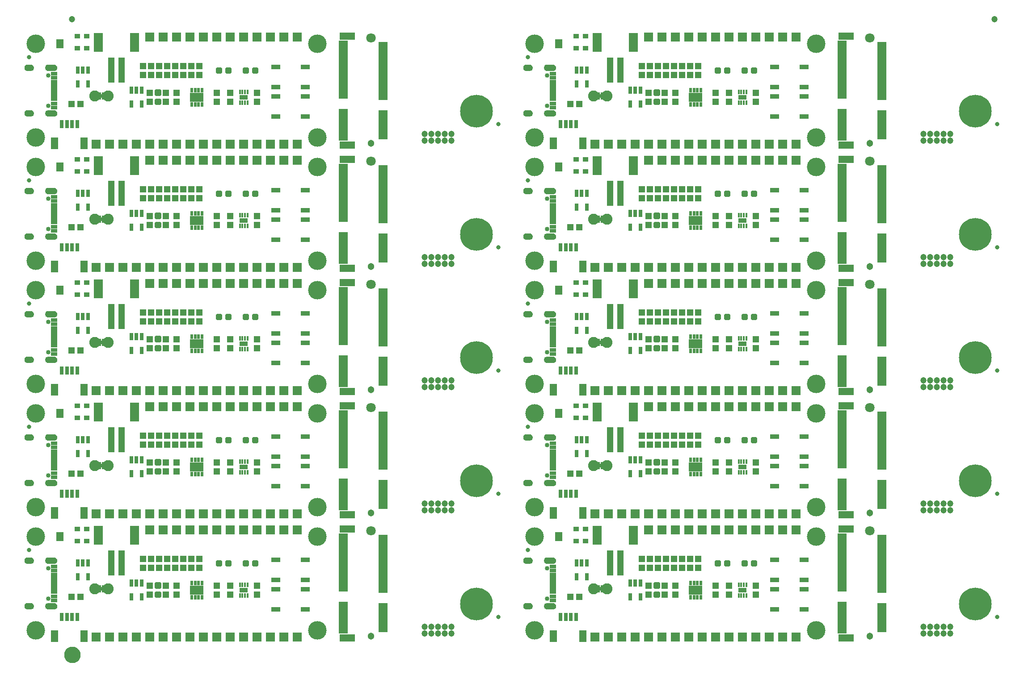
<source format=gts>
G04 EAGLE Gerber RS-274X export*
G75*
%MOMM*%
%FSLAX34Y34*%
%LPD*%
%INSoldermask Top*%
%IPPOS*%
%AMOC8*
5,1,8,0,0,1.08239X$1,22.5*%
G01*
%ADD10R,1.203200X1.303200*%
%ADD11R,1.303200X1.203200*%
%ADD12R,1.727200X1.727200*%
%ADD13R,1.403200X2.203200*%
%ADD14R,0.803200X1.553200*%
%ADD15C,1.303200*%
%ADD16C,1.803200*%
%ADD17R,1.753200X0.503200*%
%ADD18R,2.953200X1.403200*%
%ADD19R,0.440000X0.840000*%
%ADD20R,1.520000X0.940000*%
%ADD21R,0.753200X1.403200*%
%ADD22C,0.838200*%
%ADD23C,3.505200*%
%ADD24C,6.203200*%
%ADD25R,0.503200X0.853200*%
%ADD26R,2.553200X1.803200*%
%ADD27C,0.505344*%
%ADD28R,1.727200X0.965200*%
%ADD29R,1.203200X0.503200*%
%ADD30R,1.203200X0.803200*%
%ADD31C,0.853200*%
%ADD32R,1.203200X4.803200*%
%ADD33R,1.803200X3.603200*%
%ADD34C,1.203200*%
%ADD35R,1.473200X0.838200*%
%ADD36R,1.033200X0.833200*%
%ADD37R,0.838200X1.473200*%
%ADD38C,2.082800*%
%ADD39C,1.270000*%
%ADD40C,1.703200*%

G36*
X1005184Y1086174D02*
X1005184Y1086174D01*
X1005187Y1086171D01*
X1006309Y1086326D01*
X1006314Y1086331D01*
X1006318Y1086328D01*
X1007389Y1086699D01*
X1007393Y1086705D01*
X1007398Y1086703D01*
X1008375Y1087276D01*
X1008378Y1087282D01*
X1008383Y1087281D01*
X1009230Y1088034D01*
X1009232Y1088041D01*
X1009237Y1088041D01*
X1009921Y1088944D01*
X1009921Y1088951D01*
X1009926Y1088952D01*
X1010421Y1089971D01*
X1010419Y1089978D01*
X1010424Y1089980D01*
X1010711Y1091077D01*
X1010709Y1091081D01*
X1010711Y1091082D01*
X1010709Y1091084D01*
X1010712Y1091086D01*
X1010779Y1092217D01*
X1010777Y1092221D01*
X1010779Y1092223D01*
X1010712Y1093354D01*
X1010707Y1093359D01*
X1010711Y1093363D01*
X1010424Y1094460D01*
X1010418Y1094464D01*
X1010421Y1094469D01*
X1009926Y1095488D01*
X1009920Y1095491D01*
X1009921Y1095496D01*
X1009237Y1096399D01*
X1009230Y1096401D01*
X1009230Y1096406D01*
X1008383Y1097159D01*
X1008376Y1097159D01*
X1008375Y1097164D01*
X1007398Y1097737D01*
X1007391Y1097736D01*
X1007389Y1097741D01*
X1006318Y1098112D01*
X1006312Y1098109D01*
X1006309Y1098114D01*
X1005187Y1098269D01*
X1005182Y1098266D01*
X1005180Y1098269D01*
X993180Y1098269D01*
X993175Y1098266D01*
X993172Y1098269D01*
X991905Y1098064D01*
X991899Y1098058D01*
X991895Y1098061D01*
X990705Y1097579D01*
X990701Y1097572D01*
X990695Y1097574D01*
X989642Y1096840D01*
X989640Y1096832D01*
X989634Y1096833D01*
X988771Y1095883D01*
X988770Y1095874D01*
X988765Y1095874D01*
X988135Y1094755D01*
X988136Y1094747D01*
X988130Y1094745D01*
X987765Y1093515D01*
X987768Y1093507D01*
X987763Y1093504D01*
X987681Y1092223D01*
X987684Y1092219D01*
X987681Y1092217D01*
X987763Y1090936D01*
X987769Y1090930D01*
X987765Y1090925D01*
X988130Y1089695D01*
X988137Y1089690D01*
X988135Y1089685D01*
X988765Y1088566D01*
X988772Y1088563D01*
X988771Y1088557D01*
X989634Y1087607D01*
X989642Y1087606D01*
X989642Y1087600D01*
X990695Y1086866D01*
X990703Y1086866D01*
X990705Y1086861D01*
X991895Y1086379D01*
X991902Y1086381D01*
X991905Y1086376D01*
X993172Y1086171D01*
X993177Y1086174D01*
X993180Y1086171D01*
X1005180Y1086171D01*
X1005184Y1086174D01*
G37*
G36*
X1005184Y532414D02*
X1005184Y532414D01*
X1005187Y532411D01*
X1006309Y532566D01*
X1006314Y532571D01*
X1006318Y532568D01*
X1007389Y532939D01*
X1007393Y532945D01*
X1007398Y532943D01*
X1008375Y533516D01*
X1008378Y533522D01*
X1008383Y533521D01*
X1009230Y534274D01*
X1009232Y534281D01*
X1009237Y534281D01*
X1009921Y535184D01*
X1009921Y535191D01*
X1009926Y535192D01*
X1010421Y536211D01*
X1010419Y536218D01*
X1010424Y536220D01*
X1010711Y537317D01*
X1010709Y537321D01*
X1010711Y537322D01*
X1010709Y537324D01*
X1010712Y537326D01*
X1010779Y538457D01*
X1010777Y538461D01*
X1010779Y538463D01*
X1010712Y539594D01*
X1010707Y539599D01*
X1010711Y539603D01*
X1010424Y540700D01*
X1010418Y540704D01*
X1010421Y540709D01*
X1009926Y541728D01*
X1009920Y541731D01*
X1009921Y541736D01*
X1009237Y542639D01*
X1009230Y542641D01*
X1009230Y542646D01*
X1008383Y543399D01*
X1008376Y543399D01*
X1008375Y543404D01*
X1007398Y543977D01*
X1007391Y543976D01*
X1007389Y543981D01*
X1006318Y544352D01*
X1006312Y544349D01*
X1006309Y544354D01*
X1005187Y544509D01*
X1005182Y544506D01*
X1005180Y544509D01*
X993180Y544509D01*
X993175Y544506D01*
X993172Y544509D01*
X991905Y544304D01*
X991899Y544298D01*
X991895Y544301D01*
X990705Y543819D01*
X990701Y543812D01*
X990695Y543814D01*
X989642Y543080D01*
X989640Y543072D01*
X989634Y543073D01*
X988771Y542123D01*
X988770Y542114D01*
X988765Y542114D01*
X988135Y540995D01*
X988136Y540987D01*
X988130Y540985D01*
X987765Y539755D01*
X987768Y539747D01*
X987763Y539744D01*
X987681Y538463D01*
X987684Y538459D01*
X987681Y538457D01*
X987763Y537176D01*
X987769Y537170D01*
X987765Y537165D01*
X988130Y535935D01*
X988137Y535930D01*
X988135Y535925D01*
X988765Y534806D01*
X988772Y534803D01*
X988771Y534797D01*
X989634Y533847D01*
X989642Y533846D01*
X989642Y533840D01*
X990695Y533106D01*
X990703Y533106D01*
X990705Y533101D01*
X991895Y532619D01*
X991902Y532621D01*
X991905Y532616D01*
X993172Y532411D01*
X993177Y532414D01*
X993180Y532411D01*
X1005180Y532411D01*
X1005184Y532414D01*
G37*
G36*
X60304Y1086174D02*
X60304Y1086174D01*
X60307Y1086171D01*
X61429Y1086326D01*
X61434Y1086331D01*
X61438Y1086328D01*
X62509Y1086699D01*
X62513Y1086705D01*
X62518Y1086703D01*
X63495Y1087276D01*
X63498Y1087282D01*
X63503Y1087281D01*
X64350Y1088034D01*
X64352Y1088041D01*
X64357Y1088041D01*
X65041Y1088944D01*
X65041Y1088951D01*
X65046Y1088952D01*
X65541Y1089971D01*
X65539Y1089978D01*
X65544Y1089980D01*
X65831Y1091077D01*
X65829Y1091081D01*
X65831Y1091082D01*
X65829Y1091084D01*
X65832Y1091086D01*
X65899Y1092217D01*
X65897Y1092221D01*
X65899Y1092223D01*
X65832Y1093354D01*
X65827Y1093359D01*
X65831Y1093363D01*
X65544Y1094460D01*
X65538Y1094464D01*
X65541Y1094469D01*
X65046Y1095488D01*
X65040Y1095491D01*
X65041Y1095496D01*
X64357Y1096399D01*
X64350Y1096401D01*
X64350Y1096406D01*
X63503Y1097159D01*
X63496Y1097159D01*
X63495Y1097164D01*
X62518Y1097737D01*
X62511Y1097736D01*
X62509Y1097741D01*
X61438Y1098112D01*
X61432Y1098109D01*
X61429Y1098114D01*
X60307Y1098269D01*
X60302Y1098266D01*
X60300Y1098269D01*
X48300Y1098269D01*
X48295Y1098266D01*
X48292Y1098269D01*
X47025Y1098064D01*
X47019Y1098058D01*
X47015Y1098061D01*
X45825Y1097579D01*
X45821Y1097572D01*
X45815Y1097574D01*
X44762Y1096840D01*
X44760Y1096832D01*
X44754Y1096833D01*
X43891Y1095883D01*
X43890Y1095874D01*
X43885Y1095874D01*
X43255Y1094755D01*
X43256Y1094747D01*
X43250Y1094745D01*
X42885Y1093515D01*
X42888Y1093507D01*
X42883Y1093504D01*
X42801Y1092223D01*
X42804Y1092219D01*
X42801Y1092217D01*
X42883Y1090936D01*
X42889Y1090930D01*
X42885Y1090925D01*
X43250Y1089695D01*
X43257Y1089690D01*
X43255Y1089685D01*
X43885Y1088566D01*
X43892Y1088563D01*
X43891Y1088557D01*
X44754Y1087607D01*
X44762Y1087606D01*
X44762Y1087600D01*
X45815Y1086866D01*
X45823Y1086866D01*
X45825Y1086861D01*
X47015Y1086379D01*
X47022Y1086381D01*
X47025Y1086376D01*
X48292Y1086171D01*
X48297Y1086174D01*
X48300Y1086171D01*
X60300Y1086171D01*
X60304Y1086174D01*
G37*
G36*
X60304Y532414D02*
X60304Y532414D01*
X60307Y532411D01*
X61429Y532566D01*
X61434Y532571D01*
X61438Y532568D01*
X62509Y532939D01*
X62513Y532945D01*
X62518Y532943D01*
X63495Y533516D01*
X63498Y533522D01*
X63503Y533521D01*
X64350Y534274D01*
X64352Y534281D01*
X64357Y534281D01*
X65041Y535184D01*
X65041Y535191D01*
X65046Y535192D01*
X65541Y536211D01*
X65539Y536218D01*
X65544Y536220D01*
X65831Y537317D01*
X65829Y537321D01*
X65831Y537322D01*
X65829Y537324D01*
X65832Y537326D01*
X65899Y538457D01*
X65897Y538461D01*
X65899Y538463D01*
X65832Y539594D01*
X65827Y539599D01*
X65831Y539603D01*
X65544Y540700D01*
X65538Y540704D01*
X65541Y540709D01*
X65046Y541728D01*
X65040Y541731D01*
X65041Y541736D01*
X64357Y542639D01*
X64350Y542641D01*
X64350Y542646D01*
X63503Y543399D01*
X63496Y543399D01*
X63495Y543404D01*
X62518Y543977D01*
X62511Y543976D01*
X62509Y543981D01*
X61438Y544352D01*
X61432Y544349D01*
X61429Y544354D01*
X60307Y544509D01*
X60302Y544506D01*
X60300Y544509D01*
X48300Y544509D01*
X48295Y544506D01*
X48292Y544509D01*
X47025Y544304D01*
X47019Y544298D01*
X47015Y544301D01*
X45825Y543819D01*
X45821Y543812D01*
X45815Y543814D01*
X44762Y543080D01*
X44760Y543072D01*
X44754Y543073D01*
X43891Y542123D01*
X43890Y542114D01*
X43885Y542114D01*
X43255Y540995D01*
X43256Y540987D01*
X43250Y540985D01*
X42885Y539755D01*
X42888Y539747D01*
X42883Y539744D01*
X42801Y538463D01*
X42804Y538459D01*
X42801Y538457D01*
X42883Y537176D01*
X42889Y537170D01*
X42885Y537165D01*
X43250Y535935D01*
X43257Y535930D01*
X43255Y535925D01*
X43885Y534806D01*
X43892Y534803D01*
X43891Y534797D01*
X44754Y533847D01*
X44762Y533846D01*
X44762Y533840D01*
X45815Y533106D01*
X45823Y533106D01*
X45825Y533101D01*
X47015Y532619D01*
X47022Y532621D01*
X47025Y532616D01*
X48292Y532411D01*
X48297Y532414D01*
X48300Y532411D01*
X60300Y532411D01*
X60304Y532414D01*
G37*
G36*
X1005184Y298734D02*
X1005184Y298734D01*
X1005187Y298731D01*
X1006309Y298886D01*
X1006314Y298891D01*
X1006318Y298888D01*
X1007389Y299259D01*
X1007393Y299265D01*
X1007398Y299263D01*
X1008375Y299836D01*
X1008378Y299842D01*
X1008383Y299841D01*
X1009230Y300594D01*
X1009232Y300601D01*
X1009237Y300601D01*
X1009921Y301504D01*
X1009921Y301511D01*
X1009926Y301512D01*
X1010421Y302531D01*
X1010419Y302538D01*
X1010424Y302540D01*
X1010711Y303637D01*
X1010709Y303641D01*
X1010711Y303642D01*
X1010709Y303644D01*
X1010712Y303646D01*
X1010779Y304777D01*
X1010777Y304781D01*
X1010779Y304783D01*
X1010712Y305914D01*
X1010707Y305919D01*
X1010711Y305923D01*
X1010424Y307020D01*
X1010418Y307024D01*
X1010421Y307029D01*
X1009926Y308048D01*
X1009920Y308051D01*
X1009921Y308056D01*
X1009237Y308959D01*
X1009230Y308961D01*
X1009230Y308966D01*
X1008383Y309719D01*
X1008376Y309719D01*
X1008375Y309724D01*
X1007398Y310297D01*
X1007391Y310296D01*
X1007389Y310301D01*
X1006318Y310672D01*
X1006312Y310669D01*
X1006309Y310674D01*
X1005187Y310829D01*
X1005182Y310826D01*
X1005180Y310829D01*
X993180Y310829D01*
X993175Y310826D01*
X993172Y310829D01*
X991905Y310624D01*
X991899Y310618D01*
X991895Y310621D01*
X990705Y310139D01*
X990701Y310132D01*
X990695Y310134D01*
X989642Y309400D01*
X989640Y309392D01*
X989634Y309393D01*
X988771Y308443D01*
X988770Y308434D01*
X988765Y308434D01*
X988135Y307315D01*
X988136Y307307D01*
X988130Y307305D01*
X987765Y306075D01*
X987768Y306067D01*
X987763Y306064D01*
X987681Y304783D01*
X987684Y304779D01*
X987681Y304777D01*
X987763Y303496D01*
X987769Y303490D01*
X987765Y303485D01*
X988130Y302255D01*
X988137Y302250D01*
X988135Y302245D01*
X988765Y301126D01*
X988772Y301123D01*
X988771Y301117D01*
X989634Y300167D01*
X989642Y300166D01*
X989642Y300160D01*
X990695Y299426D01*
X990703Y299426D01*
X990705Y299421D01*
X991895Y298939D01*
X991902Y298941D01*
X991905Y298936D01*
X993172Y298731D01*
X993177Y298734D01*
X993180Y298731D01*
X1005180Y298731D01*
X1005184Y298734D01*
G37*
G36*
X60304Y385134D02*
X60304Y385134D01*
X60307Y385131D01*
X61429Y385286D01*
X61434Y385291D01*
X61438Y385288D01*
X62509Y385659D01*
X62513Y385665D01*
X62518Y385663D01*
X63495Y386236D01*
X63498Y386242D01*
X63503Y386241D01*
X64350Y386994D01*
X64352Y387001D01*
X64357Y387001D01*
X65041Y387904D01*
X65041Y387911D01*
X65046Y387912D01*
X65541Y388931D01*
X65539Y388938D01*
X65544Y388940D01*
X65831Y390037D01*
X65829Y390041D01*
X65831Y390042D01*
X65829Y390044D01*
X65832Y390046D01*
X65899Y391177D01*
X65897Y391181D01*
X65899Y391183D01*
X65832Y392314D01*
X65827Y392319D01*
X65831Y392323D01*
X65544Y393420D01*
X65538Y393424D01*
X65541Y393429D01*
X65046Y394448D01*
X65040Y394451D01*
X65041Y394456D01*
X64357Y395359D01*
X64350Y395361D01*
X64350Y395366D01*
X63503Y396119D01*
X63496Y396119D01*
X63495Y396124D01*
X62518Y396697D01*
X62511Y396696D01*
X62509Y396701D01*
X61438Y397072D01*
X61432Y397069D01*
X61429Y397074D01*
X60307Y397229D01*
X60302Y397226D01*
X60300Y397229D01*
X48300Y397229D01*
X48295Y397226D01*
X48292Y397229D01*
X47025Y397024D01*
X47019Y397018D01*
X47015Y397021D01*
X45825Y396539D01*
X45821Y396532D01*
X45815Y396534D01*
X44762Y395800D01*
X44760Y395792D01*
X44754Y395793D01*
X43891Y394843D01*
X43890Y394834D01*
X43885Y394834D01*
X43255Y393715D01*
X43256Y393707D01*
X43250Y393705D01*
X42885Y392475D01*
X42888Y392467D01*
X42883Y392464D01*
X42801Y391183D01*
X42804Y391179D01*
X42801Y391177D01*
X42883Y389896D01*
X42889Y389890D01*
X42885Y389885D01*
X43250Y388655D01*
X43257Y388650D01*
X43255Y388645D01*
X43885Y387526D01*
X43892Y387523D01*
X43891Y387517D01*
X44754Y386567D01*
X44762Y386566D01*
X44762Y386560D01*
X45815Y385826D01*
X45823Y385826D01*
X45825Y385821D01*
X47015Y385339D01*
X47022Y385341D01*
X47025Y385336D01*
X48292Y385131D01*
X48297Y385134D01*
X48300Y385131D01*
X60300Y385131D01*
X60304Y385134D01*
G37*
G36*
X1005184Y766094D02*
X1005184Y766094D01*
X1005187Y766091D01*
X1006309Y766246D01*
X1006314Y766251D01*
X1006318Y766248D01*
X1007389Y766619D01*
X1007393Y766625D01*
X1007398Y766623D01*
X1008375Y767196D01*
X1008378Y767202D01*
X1008383Y767201D01*
X1009230Y767954D01*
X1009232Y767961D01*
X1009237Y767961D01*
X1009921Y768864D01*
X1009921Y768871D01*
X1009926Y768872D01*
X1010421Y769891D01*
X1010419Y769898D01*
X1010424Y769900D01*
X1010711Y770997D01*
X1010709Y771001D01*
X1010711Y771002D01*
X1010709Y771004D01*
X1010712Y771006D01*
X1010779Y772137D01*
X1010777Y772141D01*
X1010779Y772143D01*
X1010712Y773274D01*
X1010707Y773279D01*
X1010711Y773283D01*
X1010424Y774380D01*
X1010418Y774384D01*
X1010421Y774389D01*
X1009926Y775408D01*
X1009920Y775411D01*
X1009921Y775416D01*
X1009237Y776319D01*
X1009230Y776321D01*
X1009230Y776326D01*
X1008383Y777079D01*
X1008376Y777079D01*
X1008375Y777084D01*
X1007398Y777657D01*
X1007391Y777656D01*
X1007389Y777661D01*
X1006318Y778032D01*
X1006312Y778029D01*
X1006309Y778034D01*
X1005187Y778189D01*
X1005182Y778186D01*
X1005180Y778189D01*
X993180Y778189D01*
X993175Y778186D01*
X993172Y778189D01*
X991905Y777984D01*
X991899Y777978D01*
X991895Y777981D01*
X990705Y777499D01*
X990701Y777492D01*
X990695Y777494D01*
X989642Y776760D01*
X989640Y776752D01*
X989634Y776753D01*
X988771Y775803D01*
X988770Y775794D01*
X988765Y775794D01*
X988135Y774675D01*
X988136Y774667D01*
X988130Y774665D01*
X987765Y773435D01*
X987768Y773427D01*
X987763Y773424D01*
X987681Y772143D01*
X987684Y772139D01*
X987681Y772137D01*
X987763Y770856D01*
X987769Y770850D01*
X987765Y770845D01*
X988130Y769615D01*
X988137Y769610D01*
X988135Y769605D01*
X988765Y768486D01*
X988772Y768483D01*
X988771Y768477D01*
X989634Y767527D01*
X989642Y767526D01*
X989642Y767520D01*
X990695Y766786D01*
X990703Y766786D01*
X990705Y766781D01*
X991895Y766299D01*
X991902Y766301D01*
X991905Y766296D01*
X993172Y766091D01*
X993177Y766094D01*
X993180Y766091D01*
X1005180Y766091D01*
X1005184Y766094D01*
G37*
G36*
X60304Y766094D02*
X60304Y766094D01*
X60307Y766091D01*
X61429Y766246D01*
X61434Y766251D01*
X61438Y766248D01*
X62509Y766619D01*
X62513Y766625D01*
X62518Y766623D01*
X63495Y767196D01*
X63498Y767202D01*
X63503Y767201D01*
X64350Y767954D01*
X64352Y767961D01*
X64357Y767961D01*
X65041Y768864D01*
X65041Y768871D01*
X65046Y768872D01*
X65541Y769891D01*
X65539Y769898D01*
X65544Y769900D01*
X65831Y770997D01*
X65829Y771001D01*
X65831Y771002D01*
X65829Y771004D01*
X65832Y771006D01*
X65899Y772137D01*
X65897Y772141D01*
X65899Y772143D01*
X65832Y773274D01*
X65827Y773279D01*
X65831Y773283D01*
X65544Y774380D01*
X65538Y774384D01*
X65541Y774389D01*
X65046Y775408D01*
X65040Y775411D01*
X65041Y775416D01*
X64357Y776319D01*
X64350Y776321D01*
X64350Y776326D01*
X63503Y777079D01*
X63496Y777079D01*
X63495Y777084D01*
X62518Y777657D01*
X62511Y777656D01*
X62509Y777661D01*
X61438Y778032D01*
X61432Y778029D01*
X61429Y778034D01*
X60307Y778189D01*
X60302Y778186D01*
X60300Y778189D01*
X48300Y778189D01*
X48295Y778186D01*
X48292Y778189D01*
X47025Y777984D01*
X47019Y777978D01*
X47015Y777981D01*
X45825Y777499D01*
X45821Y777492D01*
X45815Y777494D01*
X44762Y776760D01*
X44760Y776752D01*
X44754Y776753D01*
X43891Y775803D01*
X43890Y775794D01*
X43885Y775794D01*
X43255Y774675D01*
X43256Y774667D01*
X43250Y774665D01*
X42885Y773435D01*
X42888Y773427D01*
X42883Y773424D01*
X42801Y772143D01*
X42804Y772139D01*
X42801Y772137D01*
X42883Y770856D01*
X42889Y770850D01*
X42885Y770845D01*
X43250Y769615D01*
X43257Y769610D01*
X43255Y769605D01*
X43885Y768486D01*
X43892Y768483D01*
X43891Y768477D01*
X44754Y767527D01*
X44762Y767526D01*
X44762Y767520D01*
X45815Y766786D01*
X45823Y766786D01*
X45825Y766781D01*
X47015Y766299D01*
X47022Y766301D01*
X47025Y766296D01*
X48292Y766091D01*
X48297Y766094D01*
X48300Y766091D01*
X60300Y766091D01*
X60304Y766094D01*
G37*
G36*
X1005184Y999774D02*
X1005184Y999774D01*
X1005187Y999771D01*
X1006309Y999926D01*
X1006314Y999931D01*
X1006318Y999928D01*
X1007389Y1000299D01*
X1007393Y1000305D01*
X1007398Y1000303D01*
X1008375Y1000876D01*
X1008378Y1000882D01*
X1008383Y1000881D01*
X1009230Y1001634D01*
X1009232Y1001641D01*
X1009237Y1001641D01*
X1009921Y1002544D01*
X1009921Y1002551D01*
X1009926Y1002552D01*
X1010421Y1003571D01*
X1010419Y1003578D01*
X1010424Y1003580D01*
X1010711Y1004677D01*
X1010709Y1004681D01*
X1010711Y1004682D01*
X1010709Y1004684D01*
X1010712Y1004686D01*
X1010779Y1005817D01*
X1010777Y1005821D01*
X1010779Y1005823D01*
X1010712Y1006954D01*
X1010707Y1006959D01*
X1010711Y1006963D01*
X1010424Y1008060D01*
X1010418Y1008064D01*
X1010421Y1008069D01*
X1009926Y1009088D01*
X1009920Y1009091D01*
X1009921Y1009096D01*
X1009237Y1009999D01*
X1009230Y1010001D01*
X1009230Y1010006D01*
X1008383Y1010759D01*
X1008376Y1010759D01*
X1008375Y1010764D01*
X1007398Y1011337D01*
X1007391Y1011336D01*
X1007389Y1011341D01*
X1006318Y1011712D01*
X1006312Y1011709D01*
X1006309Y1011714D01*
X1005187Y1011869D01*
X1005182Y1011866D01*
X1005180Y1011869D01*
X993180Y1011869D01*
X993175Y1011866D01*
X993172Y1011869D01*
X991905Y1011664D01*
X991899Y1011658D01*
X991895Y1011661D01*
X990705Y1011179D01*
X990701Y1011172D01*
X990695Y1011174D01*
X989642Y1010440D01*
X989640Y1010432D01*
X989634Y1010433D01*
X988771Y1009483D01*
X988770Y1009474D01*
X988765Y1009474D01*
X988135Y1008355D01*
X988136Y1008347D01*
X988130Y1008345D01*
X987765Y1007115D01*
X987768Y1007107D01*
X987763Y1007104D01*
X987681Y1005823D01*
X987684Y1005819D01*
X987681Y1005817D01*
X987763Y1004536D01*
X987769Y1004530D01*
X987765Y1004525D01*
X988130Y1003295D01*
X988137Y1003290D01*
X988135Y1003285D01*
X988765Y1002166D01*
X988772Y1002163D01*
X988771Y1002157D01*
X989634Y1001207D01*
X989642Y1001206D01*
X989642Y1001200D01*
X990695Y1000466D01*
X990703Y1000466D01*
X990705Y1000461D01*
X991895Y999979D01*
X991902Y999981D01*
X991905Y999976D01*
X993172Y999771D01*
X993177Y999774D01*
X993180Y999771D01*
X1005180Y999771D01*
X1005184Y999774D01*
G37*
G36*
X60304Y999774D02*
X60304Y999774D01*
X60307Y999771D01*
X61429Y999926D01*
X61434Y999931D01*
X61438Y999928D01*
X62509Y1000299D01*
X62513Y1000305D01*
X62518Y1000303D01*
X63495Y1000876D01*
X63498Y1000882D01*
X63503Y1000881D01*
X64350Y1001634D01*
X64352Y1001641D01*
X64357Y1001641D01*
X65041Y1002544D01*
X65041Y1002551D01*
X65046Y1002552D01*
X65541Y1003571D01*
X65539Y1003578D01*
X65544Y1003580D01*
X65831Y1004677D01*
X65829Y1004681D01*
X65831Y1004682D01*
X65829Y1004684D01*
X65832Y1004686D01*
X65899Y1005817D01*
X65897Y1005821D01*
X65899Y1005823D01*
X65832Y1006954D01*
X65827Y1006959D01*
X65831Y1006963D01*
X65544Y1008060D01*
X65538Y1008064D01*
X65541Y1008069D01*
X65046Y1009088D01*
X65040Y1009091D01*
X65041Y1009096D01*
X64357Y1009999D01*
X64350Y1010001D01*
X64350Y1010006D01*
X63503Y1010759D01*
X63496Y1010759D01*
X63495Y1010764D01*
X62518Y1011337D01*
X62511Y1011336D01*
X62509Y1011341D01*
X61438Y1011712D01*
X61432Y1011709D01*
X61429Y1011714D01*
X60307Y1011869D01*
X60302Y1011866D01*
X60300Y1011869D01*
X48300Y1011869D01*
X48295Y1011866D01*
X48292Y1011869D01*
X47025Y1011664D01*
X47019Y1011658D01*
X47015Y1011661D01*
X45825Y1011179D01*
X45821Y1011172D01*
X45815Y1011174D01*
X44762Y1010440D01*
X44760Y1010432D01*
X44754Y1010433D01*
X43891Y1009483D01*
X43890Y1009474D01*
X43885Y1009474D01*
X43255Y1008355D01*
X43256Y1008347D01*
X43250Y1008345D01*
X42885Y1007115D01*
X42888Y1007107D01*
X42883Y1007104D01*
X42801Y1005823D01*
X42804Y1005819D01*
X42801Y1005817D01*
X42883Y1004536D01*
X42889Y1004530D01*
X42885Y1004525D01*
X43250Y1003295D01*
X43257Y1003290D01*
X43255Y1003285D01*
X43885Y1002166D01*
X43892Y1002163D01*
X43891Y1002157D01*
X44754Y1001207D01*
X44762Y1001206D01*
X44762Y1001200D01*
X45815Y1000466D01*
X45823Y1000466D01*
X45825Y1000461D01*
X47015Y999979D01*
X47022Y999981D01*
X47025Y999976D01*
X48292Y999771D01*
X48297Y999774D01*
X48300Y999771D01*
X60300Y999771D01*
X60304Y999774D01*
G37*
G36*
X1005184Y852494D02*
X1005184Y852494D01*
X1005187Y852491D01*
X1006309Y852646D01*
X1006314Y852651D01*
X1006318Y852648D01*
X1007389Y853019D01*
X1007393Y853025D01*
X1007398Y853023D01*
X1008375Y853596D01*
X1008378Y853602D01*
X1008383Y853601D01*
X1009230Y854354D01*
X1009232Y854361D01*
X1009237Y854361D01*
X1009921Y855264D01*
X1009921Y855271D01*
X1009926Y855272D01*
X1010421Y856291D01*
X1010419Y856298D01*
X1010424Y856300D01*
X1010711Y857397D01*
X1010709Y857401D01*
X1010711Y857402D01*
X1010709Y857404D01*
X1010712Y857406D01*
X1010779Y858537D01*
X1010777Y858541D01*
X1010779Y858543D01*
X1010712Y859674D01*
X1010707Y859679D01*
X1010711Y859683D01*
X1010424Y860780D01*
X1010418Y860784D01*
X1010421Y860789D01*
X1009926Y861808D01*
X1009920Y861811D01*
X1009921Y861816D01*
X1009237Y862719D01*
X1009230Y862721D01*
X1009230Y862726D01*
X1008383Y863479D01*
X1008376Y863479D01*
X1008375Y863484D01*
X1007398Y864057D01*
X1007391Y864056D01*
X1007389Y864061D01*
X1006318Y864432D01*
X1006312Y864429D01*
X1006309Y864434D01*
X1005187Y864589D01*
X1005182Y864586D01*
X1005180Y864589D01*
X993180Y864589D01*
X993175Y864586D01*
X993172Y864589D01*
X991905Y864384D01*
X991899Y864378D01*
X991895Y864381D01*
X990705Y863899D01*
X990701Y863892D01*
X990695Y863894D01*
X989642Y863160D01*
X989640Y863152D01*
X989634Y863153D01*
X988771Y862203D01*
X988770Y862194D01*
X988765Y862194D01*
X988135Y861075D01*
X988136Y861067D01*
X988130Y861065D01*
X987765Y859835D01*
X987768Y859827D01*
X987763Y859824D01*
X987681Y858543D01*
X987684Y858539D01*
X987681Y858537D01*
X987763Y857256D01*
X987769Y857250D01*
X987765Y857245D01*
X988130Y856015D01*
X988137Y856010D01*
X988135Y856005D01*
X988765Y854886D01*
X988772Y854883D01*
X988771Y854877D01*
X989634Y853927D01*
X989642Y853926D01*
X989642Y853920D01*
X990695Y853186D01*
X990703Y853186D01*
X990705Y853181D01*
X991895Y852699D01*
X991902Y852701D01*
X991905Y852696D01*
X993172Y852491D01*
X993177Y852494D01*
X993180Y852491D01*
X1005180Y852491D01*
X1005184Y852494D01*
G37*
G36*
X60304Y618814D02*
X60304Y618814D01*
X60307Y618811D01*
X61429Y618966D01*
X61434Y618971D01*
X61438Y618968D01*
X62509Y619339D01*
X62513Y619345D01*
X62518Y619343D01*
X63495Y619916D01*
X63498Y619922D01*
X63503Y619921D01*
X64350Y620674D01*
X64352Y620681D01*
X64357Y620681D01*
X65041Y621584D01*
X65041Y621591D01*
X65046Y621592D01*
X65541Y622611D01*
X65539Y622618D01*
X65544Y622620D01*
X65831Y623717D01*
X65829Y623721D01*
X65831Y623722D01*
X65829Y623724D01*
X65832Y623726D01*
X65899Y624857D01*
X65897Y624861D01*
X65899Y624863D01*
X65832Y625994D01*
X65827Y625999D01*
X65831Y626003D01*
X65544Y627100D01*
X65538Y627104D01*
X65541Y627109D01*
X65046Y628128D01*
X65040Y628131D01*
X65041Y628136D01*
X64357Y629039D01*
X64350Y629041D01*
X64350Y629046D01*
X63503Y629799D01*
X63496Y629799D01*
X63495Y629804D01*
X62518Y630377D01*
X62511Y630376D01*
X62509Y630381D01*
X61438Y630752D01*
X61432Y630749D01*
X61429Y630754D01*
X60307Y630909D01*
X60302Y630906D01*
X60300Y630909D01*
X48300Y630909D01*
X48295Y630906D01*
X48292Y630909D01*
X47025Y630704D01*
X47019Y630698D01*
X47015Y630701D01*
X45825Y630219D01*
X45821Y630212D01*
X45815Y630214D01*
X44762Y629480D01*
X44760Y629472D01*
X44754Y629473D01*
X43891Y628523D01*
X43890Y628514D01*
X43885Y628514D01*
X43255Y627395D01*
X43256Y627387D01*
X43250Y627385D01*
X42885Y626155D01*
X42888Y626147D01*
X42883Y626144D01*
X42801Y624863D01*
X42804Y624859D01*
X42801Y624857D01*
X42883Y623576D01*
X42889Y623570D01*
X42885Y623565D01*
X43250Y622335D01*
X43257Y622330D01*
X43255Y622325D01*
X43885Y621206D01*
X43892Y621203D01*
X43891Y621197D01*
X44754Y620247D01*
X44762Y620246D01*
X44762Y620240D01*
X45815Y619506D01*
X45823Y619506D01*
X45825Y619501D01*
X47015Y619019D01*
X47022Y619021D01*
X47025Y619016D01*
X48292Y618811D01*
X48297Y618814D01*
X48300Y618811D01*
X60300Y618811D01*
X60304Y618814D01*
G37*
G36*
X1005184Y618814D02*
X1005184Y618814D01*
X1005187Y618811D01*
X1006309Y618966D01*
X1006314Y618971D01*
X1006318Y618968D01*
X1007389Y619339D01*
X1007393Y619345D01*
X1007398Y619343D01*
X1008375Y619916D01*
X1008378Y619922D01*
X1008383Y619921D01*
X1009230Y620674D01*
X1009232Y620681D01*
X1009237Y620681D01*
X1009921Y621584D01*
X1009921Y621591D01*
X1009926Y621592D01*
X1010421Y622611D01*
X1010419Y622618D01*
X1010424Y622620D01*
X1010711Y623717D01*
X1010709Y623721D01*
X1010711Y623722D01*
X1010709Y623724D01*
X1010712Y623726D01*
X1010779Y624857D01*
X1010777Y624861D01*
X1010779Y624863D01*
X1010712Y625994D01*
X1010707Y625999D01*
X1010711Y626003D01*
X1010424Y627100D01*
X1010418Y627104D01*
X1010421Y627109D01*
X1009926Y628128D01*
X1009920Y628131D01*
X1009921Y628136D01*
X1009237Y629039D01*
X1009230Y629041D01*
X1009230Y629046D01*
X1008383Y629799D01*
X1008376Y629799D01*
X1008375Y629804D01*
X1007398Y630377D01*
X1007391Y630376D01*
X1007389Y630381D01*
X1006318Y630752D01*
X1006312Y630749D01*
X1006309Y630754D01*
X1005187Y630909D01*
X1005182Y630906D01*
X1005180Y630909D01*
X993180Y630909D01*
X993175Y630906D01*
X993172Y630909D01*
X991905Y630704D01*
X991899Y630698D01*
X991895Y630701D01*
X990705Y630219D01*
X990701Y630212D01*
X990695Y630214D01*
X989642Y629480D01*
X989640Y629472D01*
X989634Y629473D01*
X988771Y628523D01*
X988770Y628514D01*
X988765Y628514D01*
X988135Y627395D01*
X988136Y627387D01*
X988130Y627385D01*
X987765Y626155D01*
X987768Y626147D01*
X987763Y626144D01*
X987681Y624863D01*
X987684Y624859D01*
X987681Y624857D01*
X987763Y623576D01*
X987769Y623570D01*
X987765Y623565D01*
X988130Y622335D01*
X988137Y622330D01*
X988135Y622325D01*
X988765Y621206D01*
X988772Y621203D01*
X988771Y621197D01*
X989634Y620247D01*
X989642Y620246D01*
X989642Y620240D01*
X990695Y619506D01*
X990703Y619506D01*
X990705Y619501D01*
X991895Y619019D01*
X991902Y619021D01*
X991905Y619016D01*
X993172Y618811D01*
X993177Y618814D01*
X993180Y618811D01*
X1005180Y618811D01*
X1005184Y618814D01*
G37*
G36*
X60304Y852494D02*
X60304Y852494D01*
X60307Y852491D01*
X61429Y852646D01*
X61434Y852651D01*
X61438Y852648D01*
X62509Y853019D01*
X62513Y853025D01*
X62518Y853023D01*
X63495Y853596D01*
X63498Y853602D01*
X63503Y853601D01*
X64350Y854354D01*
X64352Y854361D01*
X64357Y854361D01*
X65041Y855264D01*
X65041Y855271D01*
X65046Y855272D01*
X65541Y856291D01*
X65539Y856298D01*
X65544Y856300D01*
X65831Y857397D01*
X65829Y857401D01*
X65831Y857402D01*
X65829Y857404D01*
X65832Y857406D01*
X65899Y858537D01*
X65897Y858541D01*
X65899Y858543D01*
X65832Y859674D01*
X65827Y859679D01*
X65831Y859683D01*
X65544Y860780D01*
X65538Y860784D01*
X65541Y860789D01*
X65046Y861808D01*
X65040Y861811D01*
X65041Y861816D01*
X64357Y862719D01*
X64350Y862721D01*
X64350Y862726D01*
X63503Y863479D01*
X63496Y863479D01*
X63495Y863484D01*
X62518Y864057D01*
X62511Y864056D01*
X62509Y864061D01*
X61438Y864432D01*
X61432Y864429D01*
X61429Y864434D01*
X60307Y864589D01*
X60302Y864586D01*
X60300Y864589D01*
X48300Y864589D01*
X48295Y864586D01*
X48292Y864589D01*
X47025Y864384D01*
X47019Y864378D01*
X47015Y864381D01*
X45825Y863899D01*
X45821Y863892D01*
X45815Y863894D01*
X44762Y863160D01*
X44760Y863152D01*
X44754Y863153D01*
X43891Y862203D01*
X43890Y862194D01*
X43885Y862194D01*
X43255Y861075D01*
X43256Y861067D01*
X43250Y861065D01*
X42885Y859835D01*
X42888Y859827D01*
X42883Y859824D01*
X42801Y858543D01*
X42804Y858539D01*
X42801Y858537D01*
X42883Y857256D01*
X42889Y857250D01*
X42885Y857245D01*
X43250Y856015D01*
X43257Y856010D01*
X43255Y856005D01*
X43885Y854886D01*
X43892Y854883D01*
X43891Y854877D01*
X44754Y853927D01*
X44762Y853926D01*
X44762Y853920D01*
X45815Y853186D01*
X45823Y853186D01*
X45825Y853181D01*
X47015Y852699D01*
X47022Y852701D01*
X47025Y852696D01*
X48292Y852491D01*
X48297Y852494D01*
X48300Y852491D01*
X60300Y852491D01*
X60304Y852494D01*
G37*
G36*
X1005184Y385134D02*
X1005184Y385134D01*
X1005187Y385131D01*
X1006309Y385286D01*
X1006314Y385291D01*
X1006318Y385288D01*
X1007389Y385659D01*
X1007393Y385665D01*
X1007398Y385663D01*
X1008375Y386236D01*
X1008378Y386242D01*
X1008383Y386241D01*
X1009230Y386994D01*
X1009232Y387001D01*
X1009237Y387001D01*
X1009921Y387904D01*
X1009921Y387911D01*
X1009926Y387912D01*
X1010421Y388931D01*
X1010419Y388938D01*
X1010424Y388940D01*
X1010711Y390037D01*
X1010709Y390041D01*
X1010711Y390042D01*
X1010709Y390044D01*
X1010712Y390046D01*
X1010779Y391177D01*
X1010777Y391181D01*
X1010779Y391183D01*
X1010712Y392314D01*
X1010707Y392319D01*
X1010711Y392323D01*
X1010424Y393420D01*
X1010418Y393424D01*
X1010421Y393429D01*
X1009926Y394448D01*
X1009920Y394451D01*
X1009921Y394456D01*
X1009237Y395359D01*
X1009230Y395361D01*
X1009230Y395366D01*
X1008383Y396119D01*
X1008376Y396119D01*
X1008375Y396124D01*
X1007398Y396697D01*
X1007391Y396696D01*
X1007389Y396701D01*
X1006318Y397072D01*
X1006312Y397069D01*
X1006309Y397074D01*
X1005187Y397229D01*
X1005182Y397226D01*
X1005180Y397229D01*
X993180Y397229D01*
X993175Y397226D01*
X993172Y397229D01*
X991905Y397024D01*
X991899Y397018D01*
X991895Y397021D01*
X990705Y396539D01*
X990701Y396532D01*
X990695Y396534D01*
X989642Y395800D01*
X989640Y395792D01*
X989634Y395793D01*
X988771Y394843D01*
X988770Y394834D01*
X988765Y394834D01*
X988135Y393715D01*
X988136Y393707D01*
X988130Y393705D01*
X987765Y392475D01*
X987768Y392467D01*
X987763Y392464D01*
X987681Y391183D01*
X987684Y391179D01*
X987681Y391177D01*
X987763Y389896D01*
X987769Y389890D01*
X987765Y389885D01*
X988130Y388655D01*
X988137Y388650D01*
X988135Y388645D01*
X988765Y387526D01*
X988772Y387523D01*
X988771Y387517D01*
X989634Y386567D01*
X989642Y386566D01*
X989642Y386560D01*
X990695Y385826D01*
X990703Y385826D01*
X990705Y385821D01*
X991895Y385339D01*
X991902Y385341D01*
X991905Y385336D01*
X993172Y385131D01*
X993177Y385134D01*
X993180Y385131D01*
X1005180Y385131D01*
X1005184Y385134D01*
G37*
G36*
X60304Y151454D02*
X60304Y151454D01*
X60307Y151451D01*
X61429Y151606D01*
X61434Y151611D01*
X61438Y151608D01*
X62509Y151979D01*
X62513Y151985D01*
X62518Y151983D01*
X63495Y152556D01*
X63498Y152562D01*
X63503Y152561D01*
X64350Y153314D01*
X64352Y153321D01*
X64357Y153321D01*
X65041Y154224D01*
X65041Y154231D01*
X65046Y154232D01*
X65541Y155251D01*
X65539Y155258D01*
X65544Y155260D01*
X65831Y156357D01*
X65829Y156361D01*
X65831Y156362D01*
X65829Y156364D01*
X65832Y156366D01*
X65899Y157497D01*
X65897Y157501D01*
X65899Y157503D01*
X65832Y158634D01*
X65827Y158639D01*
X65831Y158643D01*
X65544Y159740D01*
X65538Y159744D01*
X65541Y159749D01*
X65046Y160768D01*
X65040Y160771D01*
X65041Y160776D01*
X64357Y161679D01*
X64350Y161681D01*
X64350Y161686D01*
X63503Y162439D01*
X63496Y162439D01*
X63495Y162444D01*
X62518Y163017D01*
X62511Y163016D01*
X62509Y163021D01*
X61438Y163392D01*
X61432Y163389D01*
X61429Y163394D01*
X60307Y163549D01*
X60302Y163546D01*
X60300Y163549D01*
X48300Y163549D01*
X48295Y163546D01*
X48292Y163549D01*
X47025Y163344D01*
X47019Y163338D01*
X47015Y163341D01*
X45825Y162859D01*
X45821Y162852D01*
X45815Y162854D01*
X44762Y162120D01*
X44760Y162112D01*
X44754Y162113D01*
X43891Y161163D01*
X43890Y161154D01*
X43885Y161154D01*
X43255Y160035D01*
X43256Y160027D01*
X43250Y160025D01*
X42885Y158795D01*
X42888Y158787D01*
X42883Y158784D01*
X42801Y157503D01*
X42804Y157499D01*
X42801Y157497D01*
X42883Y156216D01*
X42889Y156210D01*
X42885Y156205D01*
X43250Y154975D01*
X43257Y154970D01*
X43255Y154965D01*
X43885Y153846D01*
X43892Y153843D01*
X43891Y153837D01*
X44754Y152887D01*
X44762Y152886D01*
X44762Y152880D01*
X45815Y152146D01*
X45823Y152146D01*
X45825Y152141D01*
X47015Y151659D01*
X47022Y151661D01*
X47025Y151656D01*
X48292Y151451D01*
X48297Y151454D01*
X48300Y151451D01*
X60300Y151451D01*
X60304Y151454D01*
G37*
G36*
X60304Y298734D02*
X60304Y298734D01*
X60307Y298731D01*
X61429Y298886D01*
X61434Y298891D01*
X61438Y298888D01*
X62509Y299259D01*
X62513Y299265D01*
X62518Y299263D01*
X63495Y299836D01*
X63498Y299842D01*
X63503Y299841D01*
X64350Y300594D01*
X64352Y300601D01*
X64357Y300601D01*
X65041Y301504D01*
X65041Y301511D01*
X65046Y301512D01*
X65541Y302531D01*
X65539Y302538D01*
X65544Y302540D01*
X65831Y303637D01*
X65829Y303641D01*
X65831Y303642D01*
X65829Y303644D01*
X65832Y303646D01*
X65899Y304777D01*
X65897Y304781D01*
X65899Y304783D01*
X65832Y305914D01*
X65827Y305919D01*
X65831Y305923D01*
X65544Y307020D01*
X65538Y307024D01*
X65541Y307029D01*
X65046Y308048D01*
X65040Y308051D01*
X65041Y308056D01*
X64357Y308959D01*
X64350Y308961D01*
X64350Y308966D01*
X63503Y309719D01*
X63496Y309719D01*
X63495Y309724D01*
X62518Y310297D01*
X62511Y310296D01*
X62509Y310301D01*
X61438Y310672D01*
X61432Y310669D01*
X61429Y310674D01*
X60307Y310829D01*
X60302Y310826D01*
X60300Y310829D01*
X48300Y310829D01*
X48295Y310826D01*
X48292Y310829D01*
X47025Y310624D01*
X47019Y310618D01*
X47015Y310621D01*
X45825Y310139D01*
X45821Y310132D01*
X45815Y310134D01*
X44762Y309400D01*
X44760Y309392D01*
X44754Y309393D01*
X43891Y308443D01*
X43890Y308434D01*
X43885Y308434D01*
X43255Y307315D01*
X43256Y307307D01*
X43250Y307305D01*
X42885Y306075D01*
X42888Y306067D01*
X42883Y306064D01*
X42801Y304783D01*
X42804Y304779D01*
X42801Y304777D01*
X42883Y303496D01*
X42889Y303490D01*
X42885Y303485D01*
X43250Y302255D01*
X43257Y302250D01*
X43255Y302245D01*
X43885Y301126D01*
X43892Y301123D01*
X43891Y301117D01*
X44754Y300167D01*
X44762Y300166D01*
X44762Y300160D01*
X45815Y299426D01*
X45823Y299426D01*
X45825Y299421D01*
X47015Y298939D01*
X47022Y298941D01*
X47025Y298936D01*
X48292Y298731D01*
X48297Y298734D01*
X48300Y298731D01*
X60300Y298731D01*
X60304Y298734D01*
G37*
G36*
X1005184Y151454D02*
X1005184Y151454D01*
X1005187Y151451D01*
X1006309Y151606D01*
X1006314Y151611D01*
X1006318Y151608D01*
X1007389Y151979D01*
X1007393Y151985D01*
X1007398Y151983D01*
X1008375Y152556D01*
X1008378Y152562D01*
X1008383Y152561D01*
X1009230Y153314D01*
X1009232Y153321D01*
X1009237Y153321D01*
X1009921Y154224D01*
X1009921Y154231D01*
X1009926Y154232D01*
X1010421Y155251D01*
X1010419Y155258D01*
X1010424Y155260D01*
X1010711Y156357D01*
X1010709Y156361D01*
X1010711Y156362D01*
X1010709Y156364D01*
X1010712Y156366D01*
X1010779Y157497D01*
X1010777Y157501D01*
X1010779Y157503D01*
X1010712Y158634D01*
X1010707Y158639D01*
X1010711Y158643D01*
X1010424Y159740D01*
X1010418Y159744D01*
X1010421Y159749D01*
X1009926Y160768D01*
X1009920Y160771D01*
X1009921Y160776D01*
X1009237Y161679D01*
X1009230Y161681D01*
X1009230Y161686D01*
X1008383Y162439D01*
X1008376Y162439D01*
X1008375Y162444D01*
X1007398Y163017D01*
X1007391Y163016D01*
X1007389Y163021D01*
X1006318Y163392D01*
X1006312Y163389D01*
X1006309Y163394D01*
X1005187Y163549D01*
X1005182Y163546D01*
X1005180Y163549D01*
X993180Y163549D01*
X993175Y163546D01*
X993172Y163549D01*
X991905Y163344D01*
X991899Y163338D01*
X991895Y163341D01*
X990705Y162859D01*
X990701Y162852D01*
X990695Y162854D01*
X989642Y162120D01*
X989640Y162112D01*
X989634Y162113D01*
X988771Y161163D01*
X988770Y161154D01*
X988765Y161154D01*
X988135Y160035D01*
X988136Y160027D01*
X988130Y160025D01*
X987765Y158795D01*
X987768Y158787D01*
X987763Y158784D01*
X987681Y157503D01*
X987684Y157499D01*
X987681Y157497D01*
X987763Y156216D01*
X987769Y156210D01*
X987765Y156205D01*
X988130Y154975D01*
X988137Y154970D01*
X988135Y154965D01*
X988765Y153846D01*
X988772Y153843D01*
X988771Y153837D01*
X989634Y152887D01*
X989642Y152886D01*
X989642Y152880D01*
X990695Y152146D01*
X990703Y152146D01*
X990705Y152141D01*
X991895Y151659D01*
X991902Y151661D01*
X991905Y151656D01*
X993172Y151451D01*
X993177Y151454D01*
X993180Y151451D01*
X1005180Y151451D01*
X1005184Y151454D01*
G37*
G36*
X60304Y65054D02*
X60304Y65054D01*
X60307Y65051D01*
X61429Y65206D01*
X61434Y65211D01*
X61438Y65208D01*
X62509Y65579D01*
X62513Y65585D01*
X62518Y65583D01*
X63495Y66156D01*
X63498Y66162D01*
X63503Y66161D01*
X64350Y66914D01*
X64352Y66921D01*
X64357Y66921D01*
X65041Y67824D01*
X65041Y67831D01*
X65046Y67832D01*
X65541Y68851D01*
X65539Y68858D01*
X65544Y68860D01*
X65831Y69957D01*
X65829Y69961D01*
X65831Y69962D01*
X65829Y69964D01*
X65832Y69966D01*
X65899Y71097D01*
X65897Y71101D01*
X65899Y71103D01*
X65832Y72234D01*
X65827Y72239D01*
X65831Y72243D01*
X65544Y73340D01*
X65538Y73344D01*
X65541Y73349D01*
X65046Y74368D01*
X65040Y74371D01*
X65041Y74376D01*
X64357Y75279D01*
X64350Y75281D01*
X64350Y75286D01*
X63503Y76039D01*
X63496Y76039D01*
X63495Y76044D01*
X62518Y76617D01*
X62511Y76616D01*
X62509Y76621D01*
X61438Y76992D01*
X61432Y76989D01*
X61429Y76994D01*
X60307Y77149D01*
X60302Y77146D01*
X60300Y77149D01*
X48300Y77149D01*
X48295Y77146D01*
X48292Y77149D01*
X47025Y76944D01*
X47019Y76938D01*
X47015Y76941D01*
X45825Y76459D01*
X45821Y76452D01*
X45815Y76454D01*
X44762Y75720D01*
X44760Y75712D01*
X44754Y75713D01*
X43891Y74763D01*
X43890Y74754D01*
X43885Y74754D01*
X43255Y73635D01*
X43256Y73627D01*
X43250Y73625D01*
X42885Y72395D01*
X42888Y72387D01*
X42883Y72384D01*
X42801Y71103D01*
X42804Y71099D01*
X42801Y71097D01*
X42883Y69816D01*
X42889Y69810D01*
X42885Y69805D01*
X43250Y68575D01*
X43257Y68570D01*
X43255Y68565D01*
X43885Y67446D01*
X43892Y67443D01*
X43891Y67437D01*
X44754Y66487D01*
X44762Y66486D01*
X44762Y66480D01*
X45815Y65746D01*
X45823Y65746D01*
X45825Y65741D01*
X47015Y65259D01*
X47022Y65261D01*
X47025Y65256D01*
X48292Y65051D01*
X48297Y65054D01*
X48300Y65051D01*
X60300Y65051D01*
X60304Y65054D01*
G37*
G36*
X1005184Y65054D02*
X1005184Y65054D01*
X1005187Y65051D01*
X1006309Y65206D01*
X1006314Y65211D01*
X1006318Y65208D01*
X1007389Y65579D01*
X1007393Y65585D01*
X1007398Y65583D01*
X1008375Y66156D01*
X1008378Y66162D01*
X1008383Y66161D01*
X1009230Y66914D01*
X1009232Y66921D01*
X1009237Y66921D01*
X1009921Y67824D01*
X1009921Y67831D01*
X1009926Y67832D01*
X1010421Y68851D01*
X1010419Y68858D01*
X1010424Y68860D01*
X1010711Y69957D01*
X1010709Y69961D01*
X1010711Y69962D01*
X1010709Y69964D01*
X1010712Y69966D01*
X1010779Y71097D01*
X1010777Y71101D01*
X1010779Y71103D01*
X1010712Y72234D01*
X1010707Y72239D01*
X1010711Y72243D01*
X1010424Y73340D01*
X1010418Y73344D01*
X1010421Y73349D01*
X1009926Y74368D01*
X1009920Y74371D01*
X1009921Y74376D01*
X1009237Y75279D01*
X1009230Y75281D01*
X1009230Y75286D01*
X1008383Y76039D01*
X1008376Y76039D01*
X1008375Y76044D01*
X1007398Y76617D01*
X1007391Y76616D01*
X1007389Y76621D01*
X1006318Y76992D01*
X1006312Y76989D01*
X1006309Y76994D01*
X1005187Y77149D01*
X1005182Y77146D01*
X1005180Y77149D01*
X993180Y77149D01*
X993175Y77146D01*
X993172Y77149D01*
X991905Y76944D01*
X991899Y76938D01*
X991895Y76941D01*
X990705Y76459D01*
X990701Y76452D01*
X990695Y76454D01*
X989642Y75720D01*
X989640Y75712D01*
X989634Y75713D01*
X988771Y74763D01*
X988770Y74754D01*
X988765Y74754D01*
X988135Y73635D01*
X988136Y73627D01*
X988130Y73625D01*
X987765Y72395D01*
X987768Y72387D01*
X987763Y72384D01*
X987681Y71103D01*
X987684Y71099D01*
X987681Y71097D01*
X987763Y69816D01*
X987769Y69810D01*
X987765Y69805D01*
X988130Y68575D01*
X988137Y68570D01*
X988135Y68565D01*
X988765Y67446D01*
X988772Y67443D01*
X988771Y67437D01*
X989634Y66487D01*
X989642Y66486D01*
X989642Y66480D01*
X990695Y65746D01*
X990703Y65746D01*
X990705Y65741D01*
X991895Y65259D01*
X991902Y65261D01*
X991905Y65256D01*
X993172Y65051D01*
X993177Y65054D01*
X993180Y65051D01*
X1005180Y65051D01*
X1005184Y65054D01*
G37*
G36*
X960383Y852493D02*
X960383Y852493D01*
X960385Y852491D01*
X961561Y852602D01*
X961566Y852607D01*
X961570Y852604D01*
X962702Y852942D01*
X962706Y852948D01*
X962711Y852946D01*
X963755Y853498D01*
X963758Y853505D01*
X963763Y853503D01*
X964679Y854249D01*
X964680Y854256D01*
X964686Y854256D01*
X965439Y855166D01*
X965439Y855173D01*
X965444Y855174D01*
X966005Y856213D01*
X966004Y856218D01*
X966008Y856220D01*
X966007Y856221D01*
X966009Y856222D01*
X966356Y857351D01*
X966356Y857352D01*
X966357Y857353D01*
X966354Y857357D01*
X966358Y857360D01*
X966479Y858535D01*
X966475Y858542D01*
X966479Y858546D01*
X966322Y859886D01*
X966317Y859892D01*
X966320Y859897D01*
X965869Y861168D01*
X965862Y861173D01*
X965864Y861178D01*
X965142Y862317D01*
X965134Y862320D01*
X965135Y862326D01*
X964177Y863276D01*
X964169Y863277D01*
X964168Y863283D01*
X963023Y863996D01*
X963015Y863995D01*
X963013Y864001D01*
X961737Y864441D01*
X961730Y864439D01*
X961727Y864443D01*
X960385Y864589D01*
X960382Y864587D01*
X960380Y864589D01*
X954380Y864589D01*
X954377Y864587D01*
X954374Y864589D01*
X953045Y864434D01*
X953039Y864428D01*
X953035Y864431D01*
X951774Y863984D01*
X951769Y863977D01*
X951764Y863979D01*
X950634Y863262D01*
X950631Y863255D01*
X950625Y863256D01*
X949683Y862306D01*
X949682Y862297D01*
X949676Y862297D01*
X948969Y861161D01*
X948970Y861153D01*
X948964Y861151D01*
X948528Y859886D01*
X948530Y859878D01*
X948525Y859876D01*
X948381Y858545D01*
X948385Y858539D01*
X948381Y858535D01*
X948491Y857369D01*
X948496Y857364D01*
X948493Y857360D01*
X948828Y856237D01*
X948834Y856233D01*
X948832Y856229D01*
X949380Y855193D01*
X949386Y855190D01*
X949385Y855185D01*
X950124Y854277D01*
X950131Y854275D01*
X950131Y854270D01*
X951033Y853523D01*
X951041Y853523D01*
X951041Y853518D01*
X952072Y852961D01*
X952079Y852962D01*
X952081Y852957D01*
X953200Y852613D01*
X953207Y852615D01*
X953210Y852611D01*
X954375Y852491D01*
X954378Y852493D01*
X954380Y852491D01*
X960380Y852491D01*
X960383Y852493D01*
G37*
G36*
X960383Y766093D02*
X960383Y766093D01*
X960385Y766091D01*
X961561Y766202D01*
X961566Y766207D01*
X961570Y766204D01*
X962702Y766542D01*
X962706Y766548D01*
X962711Y766546D01*
X963755Y767098D01*
X963758Y767105D01*
X963763Y767103D01*
X964679Y767849D01*
X964680Y767856D01*
X964686Y767856D01*
X965439Y768766D01*
X965439Y768773D01*
X965444Y768774D01*
X966005Y769813D01*
X966004Y769818D01*
X966008Y769820D01*
X966007Y769821D01*
X966009Y769822D01*
X966356Y770951D01*
X966356Y770952D01*
X966357Y770953D01*
X966354Y770957D01*
X966358Y770960D01*
X966479Y772135D01*
X966475Y772142D01*
X966479Y772146D01*
X966322Y773486D01*
X966317Y773492D01*
X966320Y773497D01*
X965869Y774768D01*
X965862Y774773D01*
X965864Y774778D01*
X965142Y775917D01*
X965134Y775920D01*
X965135Y775926D01*
X964177Y776876D01*
X964169Y776877D01*
X964168Y776883D01*
X963023Y777596D01*
X963015Y777595D01*
X963013Y777601D01*
X961737Y778041D01*
X961730Y778039D01*
X961727Y778043D01*
X960385Y778189D01*
X960382Y778187D01*
X960380Y778189D01*
X954380Y778189D01*
X954377Y778187D01*
X954374Y778189D01*
X953045Y778034D01*
X953039Y778028D01*
X953035Y778031D01*
X951774Y777584D01*
X951769Y777577D01*
X951764Y777579D01*
X950634Y776862D01*
X950631Y776855D01*
X950625Y776856D01*
X949683Y775906D01*
X949682Y775897D01*
X949676Y775897D01*
X948969Y774761D01*
X948970Y774753D01*
X948964Y774751D01*
X948528Y773486D01*
X948530Y773478D01*
X948525Y773476D01*
X948381Y772145D01*
X948385Y772139D01*
X948381Y772135D01*
X948491Y770969D01*
X948496Y770964D01*
X948493Y770960D01*
X948828Y769837D01*
X948834Y769833D01*
X948832Y769829D01*
X949380Y768793D01*
X949386Y768790D01*
X949385Y768785D01*
X950124Y767877D01*
X950131Y767875D01*
X950131Y767870D01*
X951033Y767123D01*
X951041Y767123D01*
X951041Y767118D01*
X952072Y766561D01*
X952079Y766562D01*
X952081Y766557D01*
X953200Y766213D01*
X953207Y766215D01*
X953210Y766211D01*
X954375Y766091D01*
X954378Y766093D01*
X954380Y766091D01*
X960380Y766091D01*
X960383Y766093D01*
G37*
G36*
X15503Y766093D02*
X15503Y766093D01*
X15505Y766091D01*
X16681Y766202D01*
X16686Y766207D01*
X16690Y766204D01*
X17822Y766542D01*
X17826Y766548D01*
X17831Y766546D01*
X18875Y767098D01*
X18878Y767105D01*
X18883Y767103D01*
X19799Y767849D01*
X19800Y767856D01*
X19806Y767856D01*
X20559Y768766D01*
X20559Y768773D01*
X20564Y768774D01*
X21125Y769813D01*
X21124Y769818D01*
X21128Y769820D01*
X21127Y769821D01*
X21129Y769822D01*
X21476Y770951D01*
X21476Y770952D01*
X21477Y770953D01*
X21474Y770957D01*
X21478Y770960D01*
X21599Y772135D01*
X21595Y772142D01*
X21599Y772146D01*
X21442Y773486D01*
X21437Y773492D01*
X21440Y773497D01*
X20989Y774768D01*
X20982Y774773D01*
X20984Y774778D01*
X20262Y775917D01*
X20254Y775920D01*
X20255Y775926D01*
X19297Y776876D01*
X19289Y776877D01*
X19288Y776883D01*
X18143Y777596D01*
X18135Y777595D01*
X18133Y777601D01*
X16857Y778041D01*
X16850Y778039D01*
X16847Y778043D01*
X15505Y778189D01*
X15502Y778187D01*
X15500Y778189D01*
X9500Y778189D01*
X9497Y778187D01*
X9494Y778189D01*
X8165Y778034D01*
X8159Y778028D01*
X8155Y778031D01*
X6894Y777584D01*
X6889Y777577D01*
X6884Y777579D01*
X5754Y776862D01*
X5751Y776855D01*
X5745Y776856D01*
X4803Y775906D01*
X4802Y775897D01*
X4796Y775897D01*
X4089Y774761D01*
X4090Y774753D01*
X4084Y774751D01*
X3648Y773486D01*
X3650Y773478D01*
X3645Y773476D01*
X3501Y772145D01*
X3505Y772139D01*
X3501Y772135D01*
X3611Y770969D01*
X3616Y770964D01*
X3613Y770960D01*
X3948Y769837D01*
X3954Y769833D01*
X3952Y769829D01*
X4500Y768793D01*
X4506Y768790D01*
X4505Y768785D01*
X5244Y767877D01*
X5251Y767875D01*
X5251Y767870D01*
X6153Y767123D01*
X6161Y767123D01*
X6161Y767118D01*
X7192Y766561D01*
X7199Y766562D01*
X7201Y766557D01*
X8320Y766213D01*
X8327Y766215D01*
X8330Y766211D01*
X9495Y766091D01*
X9498Y766093D01*
X9500Y766091D01*
X15500Y766091D01*
X15503Y766093D01*
G37*
G36*
X15503Y618813D02*
X15503Y618813D01*
X15505Y618811D01*
X16681Y618922D01*
X16686Y618927D01*
X16690Y618924D01*
X17822Y619262D01*
X17826Y619268D01*
X17831Y619266D01*
X18875Y619818D01*
X18878Y619825D01*
X18883Y619823D01*
X19799Y620569D01*
X19800Y620576D01*
X19806Y620576D01*
X20559Y621486D01*
X20559Y621493D01*
X20564Y621494D01*
X21125Y622533D01*
X21124Y622538D01*
X21128Y622540D01*
X21127Y622541D01*
X21129Y622542D01*
X21476Y623671D01*
X21476Y623672D01*
X21477Y623673D01*
X21474Y623677D01*
X21478Y623680D01*
X21599Y624855D01*
X21595Y624862D01*
X21599Y624866D01*
X21442Y626206D01*
X21437Y626212D01*
X21440Y626217D01*
X20989Y627488D01*
X20982Y627493D01*
X20984Y627498D01*
X20262Y628637D01*
X20254Y628640D01*
X20255Y628646D01*
X19297Y629596D01*
X19289Y629597D01*
X19288Y629603D01*
X18143Y630316D01*
X18135Y630315D01*
X18133Y630321D01*
X16857Y630761D01*
X16850Y630759D01*
X16847Y630763D01*
X15505Y630909D01*
X15502Y630907D01*
X15500Y630909D01*
X9500Y630909D01*
X9497Y630907D01*
X9494Y630909D01*
X8165Y630754D01*
X8159Y630748D01*
X8155Y630751D01*
X6894Y630304D01*
X6889Y630297D01*
X6884Y630299D01*
X5754Y629582D01*
X5751Y629575D01*
X5745Y629576D01*
X4803Y628626D01*
X4802Y628617D01*
X4796Y628617D01*
X4089Y627481D01*
X4090Y627473D01*
X4084Y627471D01*
X3648Y626206D01*
X3650Y626198D01*
X3645Y626196D01*
X3501Y624865D01*
X3505Y624859D01*
X3501Y624855D01*
X3611Y623689D01*
X3616Y623684D01*
X3613Y623680D01*
X3948Y622557D01*
X3954Y622553D01*
X3952Y622549D01*
X4500Y621513D01*
X4506Y621510D01*
X4505Y621505D01*
X5244Y620597D01*
X5251Y620595D01*
X5251Y620590D01*
X6153Y619843D01*
X6161Y619843D01*
X6161Y619838D01*
X7192Y619281D01*
X7199Y619282D01*
X7201Y619277D01*
X8320Y618933D01*
X8327Y618935D01*
X8330Y618931D01*
X9495Y618811D01*
X9498Y618813D01*
X9500Y618811D01*
X15500Y618811D01*
X15503Y618813D01*
G37*
G36*
X960383Y618813D02*
X960383Y618813D01*
X960385Y618811D01*
X961561Y618922D01*
X961566Y618927D01*
X961570Y618924D01*
X962702Y619262D01*
X962706Y619268D01*
X962711Y619266D01*
X963755Y619818D01*
X963758Y619825D01*
X963763Y619823D01*
X964679Y620569D01*
X964680Y620576D01*
X964686Y620576D01*
X965439Y621486D01*
X965439Y621493D01*
X965444Y621494D01*
X966005Y622533D01*
X966004Y622538D01*
X966008Y622540D01*
X966007Y622541D01*
X966009Y622542D01*
X966356Y623671D01*
X966356Y623672D01*
X966357Y623673D01*
X966354Y623677D01*
X966358Y623680D01*
X966479Y624855D01*
X966475Y624862D01*
X966479Y624866D01*
X966322Y626206D01*
X966317Y626212D01*
X966320Y626217D01*
X965869Y627488D01*
X965862Y627493D01*
X965864Y627498D01*
X965142Y628637D01*
X965134Y628640D01*
X965135Y628646D01*
X964177Y629596D01*
X964169Y629597D01*
X964168Y629603D01*
X963023Y630316D01*
X963015Y630315D01*
X963013Y630321D01*
X961737Y630761D01*
X961730Y630759D01*
X961727Y630763D01*
X960385Y630909D01*
X960382Y630907D01*
X960380Y630909D01*
X954380Y630909D01*
X954377Y630907D01*
X954374Y630909D01*
X953045Y630754D01*
X953039Y630748D01*
X953035Y630751D01*
X951774Y630304D01*
X951769Y630297D01*
X951764Y630299D01*
X950634Y629582D01*
X950631Y629575D01*
X950625Y629576D01*
X949683Y628626D01*
X949682Y628617D01*
X949676Y628617D01*
X948969Y627481D01*
X948970Y627473D01*
X948964Y627471D01*
X948528Y626206D01*
X948530Y626198D01*
X948525Y626196D01*
X948381Y624865D01*
X948385Y624859D01*
X948381Y624855D01*
X948491Y623689D01*
X948496Y623684D01*
X948493Y623680D01*
X948828Y622557D01*
X948834Y622553D01*
X948832Y622549D01*
X949380Y621513D01*
X949386Y621510D01*
X949385Y621505D01*
X950124Y620597D01*
X950131Y620595D01*
X950131Y620590D01*
X951033Y619843D01*
X951041Y619843D01*
X951041Y619838D01*
X952072Y619281D01*
X952079Y619282D01*
X952081Y619277D01*
X953200Y618933D01*
X953207Y618935D01*
X953210Y618931D01*
X954375Y618811D01*
X954378Y618813D01*
X954380Y618811D01*
X960380Y618811D01*
X960383Y618813D01*
G37*
G36*
X15503Y385133D02*
X15503Y385133D01*
X15505Y385131D01*
X16681Y385242D01*
X16686Y385247D01*
X16690Y385244D01*
X17822Y385582D01*
X17826Y385588D01*
X17831Y385586D01*
X18875Y386138D01*
X18878Y386145D01*
X18883Y386143D01*
X19799Y386889D01*
X19800Y386896D01*
X19806Y386896D01*
X20559Y387806D01*
X20559Y387813D01*
X20564Y387814D01*
X21125Y388853D01*
X21124Y388858D01*
X21128Y388860D01*
X21127Y388861D01*
X21129Y388862D01*
X21476Y389991D01*
X21476Y389992D01*
X21477Y389993D01*
X21474Y389997D01*
X21478Y390000D01*
X21599Y391175D01*
X21595Y391182D01*
X21599Y391186D01*
X21442Y392526D01*
X21437Y392532D01*
X21440Y392537D01*
X20989Y393808D01*
X20982Y393813D01*
X20984Y393818D01*
X20262Y394957D01*
X20254Y394960D01*
X20255Y394966D01*
X19297Y395916D01*
X19289Y395917D01*
X19288Y395923D01*
X18143Y396636D01*
X18135Y396635D01*
X18133Y396641D01*
X16857Y397081D01*
X16850Y397079D01*
X16847Y397083D01*
X15505Y397229D01*
X15502Y397227D01*
X15500Y397229D01*
X9500Y397229D01*
X9497Y397227D01*
X9494Y397229D01*
X8165Y397074D01*
X8159Y397068D01*
X8155Y397071D01*
X6894Y396624D01*
X6889Y396617D01*
X6884Y396619D01*
X5754Y395902D01*
X5751Y395895D01*
X5745Y395896D01*
X4803Y394946D01*
X4802Y394937D01*
X4796Y394937D01*
X4089Y393801D01*
X4090Y393793D01*
X4084Y393791D01*
X3648Y392526D01*
X3650Y392518D01*
X3645Y392516D01*
X3501Y391185D01*
X3505Y391179D01*
X3501Y391175D01*
X3611Y390009D01*
X3616Y390004D01*
X3613Y390000D01*
X3948Y388877D01*
X3954Y388873D01*
X3952Y388869D01*
X4500Y387833D01*
X4506Y387830D01*
X4505Y387825D01*
X5244Y386917D01*
X5251Y386915D01*
X5251Y386910D01*
X6153Y386163D01*
X6161Y386163D01*
X6161Y386158D01*
X7192Y385601D01*
X7199Y385602D01*
X7201Y385597D01*
X8320Y385253D01*
X8327Y385255D01*
X8330Y385251D01*
X9495Y385131D01*
X9498Y385133D01*
X9500Y385131D01*
X15500Y385131D01*
X15503Y385133D01*
G37*
G36*
X15503Y532413D02*
X15503Y532413D01*
X15505Y532411D01*
X16681Y532522D01*
X16686Y532527D01*
X16690Y532524D01*
X17822Y532862D01*
X17826Y532868D01*
X17831Y532866D01*
X18875Y533418D01*
X18878Y533425D01*
X18883Y533423D01*
X19799Y534169D01*
X19800Y534176D01*
X19806Y534176D01*
X20559Y535086D01*
X20559Y535093D01*
X20564Y535094D01*
X21125Y536133D01*
X21124Y536138D01*
X21128Y536140D01*
X21127Y536141D01*
X21129Y536142D01*
X21476Y537271D01*
X21476Y537272D01*
X21477Y537273D01*
X21474Y537277D01*
X21478Y537280D01*
X21599Y538455D01*
X21595Y538462D01*
X21599Y538466D01*
X21442Y539806D01*
X21437Y539812D01*
X21440Y539817D01*
X20989Y541088D01*
X20982Y541093D01*
X20984Y541098D01*
X20262Y542237D01*
X20254Y542240D01*
X20255Y542246D01*
X19297Y543196D01*
X19289Y543197D01*
X19288Y543203D01*
X18143Y543916D01*
X18135Y543915D01*
X18133Y543921D01*
X16857Y544361D01*
X16850Y544359D01*
X16847Y544363D01*
X15505Y544509D01*
X15502Y544507D01*
X15500Y544509D01*
X9500Y544509D01*
X9497Y544507D01*
X9494Y544509D01*
X8165Y544354D01*
X8159Y544348D01*
X8155Y544351D01*
X6894Y543904D01*
X6889Y543897D01*
X6884Y543899D01*
X5754Y543182D01*
X5751Y543175D01*
X5745Y543176D01*
X4803Y542226D01*
X4802Y542217D01*
X4796Y542217D01*
X4089Y541081D01*
X4090Y541073D01*
X4084Y541071D01*
X3648Y539806D01*
X3650Y539798D01*
X3645Y539796D01*
X3501Y538465D01*
X3505Y538459D01*
X3501Y538455D01*
X3611Y537289D01*
X3616Y537284D01*
X3613Y537280D01*
X3948Y536157D01*
X3954Y536153D01*
X3952Y536149D01*
X4500Y535113D01*
X4506Y535110D01*
X4505Y535105D01*
X5244Y534197D01*
X5251Y534195D01*
X5251Y534190D01*
X6153Y533443D01*
X6161Y533443D01*
X6161Y533438D01*
X7192Y532881D01*
X7199Y532882D01*
X7201Y532877D01*
X8320Y532533D01*
X8327Y532535D01*
X8330Y532531D01*
X9495Y532411D01*
X9498Y532413D01*
X9500Y532411D01*
X15500Y532411D01*
X15503Y532413D01*
G37*
G36*
X960383Y532413D02*
X960383Y532413D01*
X960385Y532411D01*
X961561Y532522D01*
X961566Y532527D01*
X961570Y532524D01*
X962702Y532862D01*
X962706Y532868D01*
X962711Y532866D01*
X963755Y533418D01*
X963758Y533425D01*
X963763Y533423D01*
X964679Y534169D01*
X964680Y534176D01*
X964686Y534176D01*
X965439Y535086D01*
X965439Y535093D01*
X965444Y535094D01*
X966005Y536133D01*
X966004Y536138D01*
X966008Y536140D01*
X966007Y536141D01*
X966009Y536142D01*
X966356Y537271D01*
X966356Y537272D01*
X966357Y537273D01*
X966354Y537277D01*
X966358Y537280D01*
X966479Y538455D01*
X966475Y538462D01*
X966479Y538466D01*
X966322Y539806D01*
X966317Y539812D01*
X966320Y539817D01*
X965869Y541088D01*
X965862Y541093D01*
X965864Y541098D01*
X965142Y542237D01*
X965134Y542240D01*
X965135Y542246D01*
X964177Y543196D01*
X964169Y543197D01*
X964168Y543203D01*
X963023Y543916D01*
X963015Y543915D01*
X963013Y543921D01*
X961737Y544361D01*
X961730Y544359D01*
X961727Y544363D01*
X960385Y544509D01*
X960382Y544507D01*
X960380Y544509D01*
X954380Y544509D01*
X954377Y544507D01*
X954374Y544509D01*
X953045Y544354D01*
X953039Y544348D01*
X953035Y544351D01*
X951774Y543904D01*
X951769Y543897D01*
X951764Y543899D01*
X950634Y543182D01*
X950631Y543175D01*
X950625Y543176D01*
X949683Y542226D01*
X949682Y542217D01*
X949676Y542217D01*
X948969Y541081D01*
X948970Y541073D01*
X948964Y541071D01*
X948528Y539806D01*
X948530Y539798D01*
X948525Y539796D01*
X948381Y538465D01*
X948385Y538459D01*
X948381Y538455D01*
X948491Y537289D01*
X948496Y537284D01*
X948493Y537280D01*
X948828Y536157D01*
X948834Y536153D01*
X948832Y536149D01*
X949380Y535113D01*
X949386Y535110D01*
X949385Y535105D01*
X950124Y534197D01*
X950131Y534195D01*
X950131Y534190D01*
X951033Y533443D01*
X951041Y533443D01*
X951041Y533438D01*
X952072Y532881D01*
X952079Y532882D01*
X952081Y532877D01*
X953200Y532533D01*
X953207Y532535D01*
X953210Y532531D01*
X954375Y532411D01*
X954378Y532413D01*
X954380Y532411D01*
X960380Y532411D01*
X960383Y532413D01*
G37*
G36*
X960383Y385133D02*
X960383Y385133D01*
X960385Y385131D01*
X961561Y385242D01*
X961566Y385247D01*
X961570Y385244D01*
X962702Y385582D01*
X962706Y385588D01*
X962711Y385586D01*
X963755Y386138D01*
X963758Y386145D01*
X963763Y386143D01*
X964679Y386889D01*
X964680Y386896D01*
X964686Y386896D01*
X965439Y387806D01*
X965439Y387813D01*
X965444Y387814D01*
X966005Y388853D01*
X966004Y388858D01*
X966008Y388860D01*
X966007Y388861D01*
X966009Y388862D01*
X966356Y389991D01*
X966356Y389992D01*
X966357Y389993D01*
X966354Y389997D01*
X966358Y390000D01*
X966479Y391175D01*
X966475Y391182D01*
X966479Y391186D01*
X966322Y392526D01*
X966317Y392532D01*
X966320Y392537D01*
X965869Y393808D01*
X965862Y393813D01*
X965864Y393818D01*
X965142Y394957D01*
X965134Y394960D01*
X965135Y394966D01*
X964177Y395916D01*
X964169Y395917D01*
X964168Y395923D01*
X963023Y396636D01*
X963015Y396635D01*
X963013Y396641D01*
X961737Y397081D01*
X961730Y397079D01*
X961727Y397083D01*
X960385Y397229D01*
X960382Y397227D01*
X960380Y397229D01*
X954380Y397229D01*
X954377Y397227D01*
X954374Y397229D01*
X953045Y397074D01*
X953039Y397068D01*
X953035Y397071D01*
X951774Y396624D01*
X951769Y396617D01*
X951764Y396619D01*
X950634Y395902D01*
X950631Y395895D01*
X950625Y395896D01*
X949683Y394946D01*
X949682Y394937D01*
X949676Y394937D01*
X948969Y393801D01*
X948970Y393793D01*
X948964Y393791D01*
X948528Y392526D01*
X948530Y392518D01*
X948525Y392516D01*
X948381Y391185D01*
X948385Y391179D01*
X948381Y391175D01*
X948491Y390009D01*
X948496Y390004D01*
X948493Y390000D01*
X948828Y388877D01*
X948834Y388873D01*
X948832Y388869D01*
X949380Y387833D01*
X949386Y387830D01*
X949385Y387825D01*
X950124Y386917D01*
X950131Y386915D01*
X950131Y386910D01*
X951033Y386163D01*
X951041Y386163D01*
X951041Y386158D01*
X952072Y385601D01*
X952079Y385602D01*
X952081Y385597D01*
X953200Y385253D01*
X953207Y385255D01*
X953210Y385251D01*
X954375Y385131D01*
X954378Y385133D01*
X954380Y385131D01*
X960380Y385131D01*
X960383Y385133D01*
G37*
G36*
X15503Y1086173D02*
X15503Y1086173D01*
X15505Y1086171D01*
X16681Y1086282D01*
X16686Y1086287D01*
X16690Y1086284D01*
X17822Y1086622D01*
X17826Y1086628D01*
X17831Y1086626D01*
X18875Y1087178D01*
X18878Y1087185D01*
X18883Y1087183D01*
X19799Y1087929D01*
X19800Y1087936D01*
X19806Y1087936D01*
X20559Y1088846D01*
X20559Y1088853D01*
X20564Y1088854D01*
X21125Y1089893D01*
X21124Y1089898D01*
X21128Y1089900D01*
X21127Y1089901D01*
X21129Y1089902D01*
X21476Y1091031D01*
X21476Y1091032D01*
X21477Y1091033D01*
X21474Y1091037D01*
X21478Y1091040D01*
X21599Y1092215D01*
X21595Y1092222D01*
X21599Y1092226D01*
X21442Y1093566D01*
X21437Y1093572D01*
X21440Y1093577D01*
X20989Y1094848D01*
X20982Y1094853D01*
X20984Y1094858D01*
X20262Y1095997D01*
X20254Y1096000D01*
X20255Y1096006D01*
X19297Y1096956D01*
X19289Y1096957D01*
X19288Y1096963D01*
X18143Y1097676D01*
X18135Y1097675D01*
X18133Y1097681D01*
X16857Y1098121D01*
X16850Y1098119D01*
X16847Y1098123D01*
X15505Y1098269D01*
X15502Y1098267D01*
X15500Y1098269D01*
X9500Y1098269D01*
X9497Y1098267D01*
X9494Y1098269D01*
X8165Y1098114D01*
X8159Y1098108D01*
X8155Y1098111D01*
X6894Y1097664D01*
X6889Y1097657D01*
X6884Y1097659D01*
X5754Y1096942D01*
X5751Y1096935D01*
X5745Y1096936D01*
X4803Y1095986D01*
X4802Y1095977D01*
X4796Y1095977D01*
X4089Y1094841D01*
X4090Y1094833D01*
X4084Y1094831D01*
X3648Y1093566D01*
X3650Y1093558D01*
X3645Y1093556D01*
X3501Y1092225D01*
X3505Y1092219D01*
X3501Y1092215D01*
X3611Y1091049D01*
X3616Y1091044D01*
X3613Y1091040D01*
X3948Y1089917D01*
X3954Y1089913D01*
X3952Y1089909D01*
X4500Y1088873D01*
X4506Y1088870D01*
X4505Y1088865D01*
X5244Y1087957D01*
X5251Y1087955D01*
X5251Y1087950D01*
X6153Y1087203D01*
X6161Y1087203D01*
X6161Y1087198D01*
X7192Y1086641D01*
X7199Y1086642D01*
X7201Y1086637D01*
X8320Y1086293D01*
X8327Y1086295D01*
X8330Y1086291D01*
X9495Y1086171D01*
X9498Y1086173D01*
X9500Y1086171D01*
X15500Y1086171D01*
X15503Y1086173D01*
G37*
G36*
X960383Y298733D02*
X960383Y298733D01*
X960385Y298731D01*
X961561Y298842D01*
X961566Y298847D01*
X961570Y298844D01*
X962702Y299182D01*
X962706Y299188D01*
X962711Y299186D01*
X963755Y299738D01*
X963758Y299745D01*
X963763Y299743D01*
X964679Y300489D01*
X964680Y300496D01*
X964686Y300496D01*
X965439Y301406D01*
X965439Y301413D01*
X965444Y301414D01*
X966005Y302453D01*
X966004Y302458D01*
X966008Y302460D01*
X966007Y302461D01*
X966009Y302462D01*
X966356Y303591D01*
X966356Y303592D01*
X966357Y303593D01*
X966354Y303597D01*
X966358Y303600D01*
X966479Y304775D01*
X966475Y304782D01*
X966479Y304786D01*
X966322Y306126D01*
X966317Y306132D01*
X966320Y306137D01*
X965869Y307408D01*
X965862Y307413D01*
X965864Y307418D01*
X965142Y308557D01*
X965134Y308560D01*
X965135Y308566D01*
X964177Y309516D01*
X964169Y309517D01*
X964168Y309523D01*
X963023Y310236D01*
X963015Y310235D01*
X963013Y310241D01*
X961737Y310681D01*
X961730Y310679D01*
X961727Y310683D01*
X960385Y310829D01*
X960382Y310827D01*
X960380Y310829D01*
X954380Y310829D01*
X954377Y310827D01*
X954374Y310829D01*
X953045Y310674D01*
X953039Y310668D01*
X953035Y310671D01*
X951774Y310224D01*
X951769Y310217D01*
X951764Y310219D01*
X950634Y309502D01*
X950631Y309495D01*
X950625Y309496D01*
X949683Y308546D01*
X949682Y308537D01*
X949676Y308537D01*
X948969Y307401D01*
X948970Y307393D01*
X948964Y307391D01*
X948528Y306126D01*
X948530Y306118D01*
X948525Y306116D01*
X948381Y304785D01*
X948385Y304779D01*
X948381Y304775D01*
X948491Y303609D01*
X948496Y303604D01*
X948493Y303600D01*
X948828Y302477D01*
X948834Y302473D01*
X948832Y302469D01*
X949380Y301433D01*
X949386Y301430D01*
X949385Y301425D01*
X950124Y300517D01*
X950131Y300515D01*
X950131Y300510D01*
X951033Y299763D01*
X951041Y299763D01*
X951041Y299758D01*
X952072Y299201D01*
X952079Y299202D01*
X952081Y299197D01*
X953200Y298853D01*
X953207Y298855D01*
X953210Y298851D01*
X954375Y298731D01*
X954378Y298733D01*
X954380Y298731D01*
X960380Y298731D01*
X960383Y298733D01*
G37*
G36*
X960383Y1086173D02*
X960383Y1086173D01*
X960385Y1086171D01*
X961561Y1086282D01*
X961566Y1086287D01*
X961570Y1086284D01*
X962702Y1086622D01*
X962706Y1086628D01*
X962711Y1086626D01*
X963755Y1087178D01*
X963758Y1087185D01*
X963763Y1087183D01*
X964679Y1087929D01*
X964680Y1087936D01*
X964686Y1087936D01*
X965439Y1088846D01*
X965439Y1088853D01*
X965444Y1088854D01*
X966005Y1089893D01*
X966004Y1089898D01*
X966008Y1089900D01*
X966007Y1089901D01*
X966009Y1089902D01*
X966356Y1091031D01*
X966356Y1091032D01*
X966357Y1091033D01*
X966354Y1091037D01*
X966358Y1091040D01*
X966479Y1092215D01*
X966475Y1092222D01*
X966479Y1092226D01*
X966322Y1093566D01*
X966317Y1093572D01*
X966320Y1093577D01*
X965869Y1094848D01*
X965862Y1094853D01*
X965864Y1094858D01*
X965142Y1095997D01*
X965134Y1096000D01*
X965135Y1096006D01*
X964177Y1096956D01*
X964169Y1096957D01*
X964168Y1096963D01*
X963023Y1097676D01*
X963015Y1097675D01*
X963013Y1097681D01*
X961737Y1098121D01*
X961730Y1098119D01*
X961727Y1098123D01*
X960385Y1098269D01*
X960382Y1098267D01*
X960380Y1098269D01*
X954380Y1098269D01*
X954377Y1098267D01*
X954374Y1098269D01*
X953045Y1098114D01*
X953039Y1098108D01*
X953035Y1098111D01*
X951774Y1097664D01*
X951769Y1097657D01*
X951764Y1097659D01*
X950634Y1096942D01*
X950631Y1096935D01*
X950625Y1096936D01*
X949683Y1095986D01*
X949682Y1095977D01*
X949676Y1095977D01*
X948969Y1094841D01*
X948970Y1094833D01*
X948964Y1094831D01*
X948528Y1093566D01*
X948530Y1093558D01*
X948525Y1093556D01*
X948381Y1092225D01*
X948385Y1092219D01*
X948381Y1092215D01*
X948491Y1091049D01*
X948496Y1091044D01*
X948493Y1091040D01*
X948828Y1089917D01*
X948834Y1089913D01*
X948832Y1089909D01*
X949380Y1088873D01*
X949386Y1088870D01*
X949385Y1088865D01*
X950124Y1087957D01*
X950131Y1087955D01*
X950131Y1087950D01*
X951033Y1087203D01*
X951041Y1087203D01*
X951041Y1087198D01*
X952072Y1086641D01*
X952079Y1086642D01*
X952081Y1086637D01*
X953200Y1086293D01*
X953207Y1086295D01*
X953210Y1086291D01*
X954375Y1086171D01*
X954378Y1086173D01*
X954380Y1086171D01*
X960380Y1086171D01*
X960383Y1086173D01*
G37*
G36*
X960383Y999773D02*
X960383Y999773D01*
X960385Y999771D01*
X961561Y999882D01*
X961566Y999887D01*
X961570Y999884D01*
X962702Y1000222D01*
X962706Y1000228D01*
X962711Y1000226D01*
X963755Y1000778D01*
X963758Y1000785D01*
X963763Y1000783D01*
X964679Y1001529D01*
X964680Y1001536D01*
X964686Y1001536D01*
X965439Y1002446D01*
X965439Y1002453D01*
X965444Y1002454D01*
X966005Y1003493D01*
X966004Y1003498D01*
X966008Y1003500D01*
X966007Y1003501D01*
X966009Y1003502D01*
X966356Y1004631D01*
X966356Y1004632D01*
X966357Y1004633D01*
X966354Y1004637D01*
X966358Y1004640D01*
X966479Y1005815D01*
X966475Y1005822D01*
X966479Y1005826D01*
X966322Y1007166D01*
X966317Y1007172D01*
X966320Y1007177D01*
X965869Y1008448D01*
X965862Y1008453D01*
X965864Y1008458D01*
X965142Y1009597D01*
X965134Y1009600D01*
X965135Y1009606D01*
X964177Y1010556D01*
X964169Y1010557D01*
X964168Y1010563D01*
X963023Y1011276D01*
X963015Y1011275D01*
X963013Y1011281D01*
X961737Y1011721D01*
X961730Y1011719D01*
X961727Y1011723D01*
X960385Y1011869D01*
X960382Y1011867D01*
X960380Y1011869D01*
X954380Y1011869D01*
X954377Y1011867D01*
X954374Y1011869D01*
X953045Y1011714D01*
X953039Y1011708D01*
X953035Y1011711D01*
X951774Y1011264D01*
X951769Y1011257D01*
X951764Y1011259D01*
X950634Y1010542D01*
X950631Y1010535D01*
X950625Y1010536D01*
X949683Y1009586D01*
X949682Y1009577D01*
X949676Y1009577D01*
X948969Y1008441D01*
X948970Y1008433D01*
X948964Y1008431D01*
X948528Y1007166D01*
X948530Y1007158D01*
X948525Y1007156D01*
X948381Y1005825D01*
X948385Y1005819D01*
X948381Y1005815D01*
X948491Y1004649D01*
X948496Y1004644D01*
X948493Y1004640D01*
X948828Y1003517D01*
X948834Y1003513D01*
X948832Y1003509D01*
X949380Y1002473D01*
X949386Y1002470D01*
X949385Y1002465D01*
X950124Y1001557D01*
X950131Y1001555D01*
X950131Y1001550D01*
X951033Y1000803D01*
X951041Y1000803D01*
X951041Y1000798D01*
X952072Y1000241D01*
X952079Y1000242D01*
X952081Y1000237D01*
X953200Y999893D01*
X953207Y999895D01*
X953210Y999891D01*
X954375Y999771D01*
X954378Y999773D01*
X954380Y999771D01*
X960380Y999771D01*
X960383Y999773D01*
G37*
G36*
X960383Y151453D02*
X960383Y151453D01*
X960385Y151451D01*
X961561Y151562D01*
X961566Y151567D01*
X961570Y151564D01*
X962702Y151902D01*
X962706Y151908D01*
X962711Y151906D01*
X963755Y152458D01*
X963758Y152465D01*
X963763Y152463D01*
X964679Y153209D01*
X964680Y153216D01*
X964686Y153216D01*
X965439Y154126D01*
X965439Y154133D01*
X965444Y154134D01*
X966005Y155173D01*
X966004Y155178D01*
X966008Y155180D01*
X966007Y155181D01*
X966009Y155182D01*
X966356Y156311D01*
X966356Y156312D01*
X966357Y156313D01*
X966354Y156317D01*
X966358Y156320D01*
X966479Y157495D01*
X966475Y157502D01*
X966479Y157506D01*
X966322Y158846D01*
X966317Y158852D01*
X966320Y158857D01*
X965869Y160128D01*
X965862Y160133D01*
X965864Y160138D01*
X965142Y161277D01*
X965134Y161280D01*
X965135Y161286D01*
X964177Y162236D01*
X964169Y162237D01*
X964168Y162243D01*
X963023Y162956D01*
X963015Y162955D01*
X963013Y162961D01*
X961737Y163401D01*
X961730Y163399D01*
X961727Y163403D01*
X960385Y163549D01*
X960382Y163547D01*
X960380Y163549D01*
X954380Y163549D01*
X954377Y163547D01*
X954374Y163549D01*
X953045Y163394D01*
X953039Y163388D01*
X953035Y163391D01*
X951774Y162944D01*
X951769Y162937D01*
X951764Y162939D01*
X950634Y162222D01*
X950631Y162215D01*
X950625Y162216D01*
X949683Y161266D01*
X949682Y161257D01*
X949676Y161257D01*
X948969Y160121D01*
X948970Y160113D01*
X948964Y160111D01*
X948528Y158846D01*
X948530Y158838D01*
X948525Y158836D01*
X948381Y157505D01*
X948385Y157499D01*
X948381Y157495D01*
X948491Y156329D01*
X948496Y156324D01*
X948493Y156320D01*
X948828Y155197D01*
X948834Y155193D01*
X948832Y155189D01*
X949380Y154153D01*
X949386Y154150D01*
X949385Y154145D01*
X950124Y153237D01*
X950131Y153235D01*
X950131Y153230D01*
X951033Y152483D01*
X951041Y152483D01*
X951041Y152478D01*
X952072Y151921D01*
X952079Y151922D01*
X952081Y151917D01*
X953200Y151573D01*
X953207Y151575D01*
X953210Y151571D01*
X954375Y151451D01*
X954378Y151453D01*
X954380Y151451D01*
X960380Y151451D01*
X960383Y151453D01*
G37*
G36*
X15503Y151453D02*
X15503Y151453D01*
X15505Y151451D01*
X16681Y151562D01*
X16686Y151567D01*
X16690Y151564D01*
X17822Y151902D01*
X17826Y151908D01*
X17831Y151906D01*
X18875Y152458D01*
X18878Y152465D01*
X18883Y152463D01*
X19799Y153209D01*
X19800Y153216D01*
X19806Y153216D01*
X20559Y154126D01*
X20559Y154133D01*
X20564Y154134D01*
X21125Y155173D01*
X21124Y155178D01*
X21128Y155180D01*
X21127Y155181D01*
X21129Y155182D01*
X21476Y156311D01*
X21476Y156312D01*
X21477Y156313D01*
X21474Y156317D01*
X21478Y156320D01*
X21599Y157495D01*
X21595Y157502D01*
X21599Y157506D01*
X21442Y158846D01*
X21437Y158852D01*
X21440Y158857D01*
X20989Y160128D01*
X20982Y160133D01*
X20984Y160138D01*
X20262Y161277D01*
X20254Y161280D01*
X20255Y161286D01*
X19297Y162236D01*
X19289Y162237D01*
X19288Y162243D01*
X18143Y162956D01*
X18135Y162955D01*
X18133Y162961D01*
X16857Y163401D01*
X16850Y163399D01*
X16847Y163403D01*
X15505Y163549D01*
X15502Y163547D01*
X15500Y163549D01*
X9500Y163549D01*
X9497Y163547D01*
X9494Y163549D01*
X8165Y163394D01*
X8159Y163388D01*
X8155Y163391D01*
X6894Y162944D01*
X6889Y162937D01*
X6884Y162939D01*
X5754Y162222D01*
X5751Y162215D01*
X5745Y162216D01*
X4803Y161266D01*
X4802Y161257D01*
X4796Y161257D01*
X4089Y160121D01*
X4090Y160113D01*
X4084Y160111D01*
X3648Y158846D01*
X3650Y158838D01*
X3645Y158836D01*
X3501Y157505D01*
X3505Y157499D01*
X3501Y157495D01*
X3611Y156329D01*
X3616Y156324D01*
X3613Y156320D01*
X3948Y155197D01*
X3954Y155193D01*
X3952Y155189D01*
X4500Y154153D01*
X4506Y154150D01*
X4505Y154145D01*
X5244Y153237D01*
X5251Y153235D01*
X5251Y153230D01*
X6153Y152483D01*
X6161Y152483D01*
X6161Y152478D01*
X7192Y151921D01*
X7199Y151922D01*
X7201Y151917D01*
X8320Y151573D01*
X8327Y151575D01*
X8330Y151571D01*
X9495Y151451D01*
X9498Y151453D01*
X9500Y151451D01*
X15500Y151451D01*
X15503Y151453D01*
G37*
G36*
X15503Y298733D02*
X15503Y298733D01*
X15505Y298731D01*
X16681Y298842D01*
X16686Y298847D01*
X16690Y298844D01*
X17822Y299182D01*
X17826Y299188D01*
X17831Y299186D01*
X18875Y299738D01*
X18878Y299745D01*
X18883Y299743D01*
X19799Y300489D01*
X19800Y300496D01*
X19806Y300496D01*
X20559Y301406D01*
X20559Y301413D01*
X20564Y301414D01*
X21125Y302453D01*
X21124Y302458D01*
X21128Y302460D01*
X21127Y302461D01*
X21129Y302462D01*
X21476Y303591D01*
X21476Y303592D01*
X21477Y303593D01*
X21474Y303597D01*
X21478Y303600D01*
X21599Y304775D01*
X21595Y304782D01*
X21599Y304786D01*
X21442Y306126D01*
X21437Y306132D01*
X21440Y306137D01*
X20989Y307408D01*
X20982Y307413D01*
X20984Y307418D01*
X20262Y308557D01*
X20254Y308560D01*
X20255Y308566D01*
X19297Y309516D01*
X19289Y309517D01*
X19288Y309523D01*
X18143Y310236D01*
X18135Y310235D01*
X18133Y310241D01*
X16857Y310681D01*
X16850Y310679D01*
X16847Y310683D01*
X15505Y310829D01*
X15502Y310827D01*
X15500Y310829D01*
X9500Y310829D01*
X9497Y310827D01*
X9494Y310829D01*
X8165Y310674D01*
X8159Y310668D01*
X8155Y310671D01*
X6894Y310224D01*
X6889Y310217D01*
X6884Y310219D01*
X5754Y309502D01*
X5751Y309495D01*
X5745Y309496D01*
X4803Y308546D01*
X4802Y308537D01*
X4796Y308537D01*
X4089Y307401D01*
X4090Y307393D01*
X4084Y307391D01*
X3648Y306126D01*
X3650Y306118D01*
X3645Y306116D01*
X3501Y304785D01*
X3505Y304779D01*
X3501Y304775D01*
X3611Y303609D01*
X3616Y303604D01*
X3613Y303600D01*
X3948Y302477D01*
X3954Y302473D01*
X3952Y302469D01*
X4500Y301433D01*
X4506Y301430D01*
X4505Y301425D01*
X5244Y300517D01*
X5251Y300515D01*
X5251Y300510D01*
X6153Y299763D01*
X6161Y299763D01*
X6161Y299758D01*
X7192Y299201D01*
X7199Y299202D01*
X7201Y299197D01*
X8320Y298853D01*
X8327Y298855D01*
X8330Y298851D01*
X9495Y298731D01*
X9498Y298733D01*
X9500Y298731D01*
X15500Y298731D01*
X15503Y298733D01*
G37*
G36*
X15503Y999773D02*
X15503Y999773D01*
X15505Y999771D01*
X16681Y999882D01*
X16686Y999887D01*
X16690Y999884D01*
X17822Y1000222D01*
X17826Y1000228D01*
X17831Y1000226D01*
X18875Y1000778D01*
X18878Y1000785D01*
X18883Y1000783D01*
X19799Y1001529D01*
X19800Y1001536D01*
X19806Y1001536D01*
X20559Y1002446D01*
X20559Y1002453D01*
X20564Y1002454D01*
X21125Y1003493D01*
X21124Y1003498D01*
X21128Y1003500D01*
X21127Y1003501D01*
X21129Y1003502D01*
X21476Y1004631D01*
X21476Y1004632D01*
X21477Y1004633D01*
X21474Y1004637D01*
X21478Y1004640D01*
X21599Y1005815D01*
X21595Y1005822D01*
X21599Y1005826D01*
X21442Y1007166D01*
X21437Y1007172D01*
X21440Y1007177D01*
X20989Y1008448D01*
X20982Y1008453D01*
X20984Y1008458D01*
X20262Y1009597D01*
X20254Y1009600D01*
X20255Y1009606D01*
X19297Y1010556D01*
X19289Y1010557D01*
X19288Y1010563D01*
X18143Y1011276D01*
X18135Y1011275D01*
X18133Y1011281D01*
X16857Y1011721D01*
X16850Y1011719D01*
X16847Y1011723D01*
X15505Y1011869D01*
X15502Y1011867D01*
X15500Y1011869D01*
X9500Y1011869D01*
X9497Y1011867D01*
X9494Y1011869D01*
X8165Y1011714D01*
X8159Y1011708D01*
X8155Y1011711D01*
X6894Y1011264D01*
X6889Y1011257D01*
X6884Y1011259D01*
X5754Y1010542D01*
X5751Y1010535D01*
X5745Y1010536D01*
X4803Y1009586D01*
X4802Y1009577D01*
X4796Y1009577D01*
X4089Y1008441D01*
X4090Y1008433D01*
X4084Y1008431D01*
X3648Y1007166D01*
X3650Y1007158D01*
X3645Y1007156D01*
X3501Y1005825D01*
X3505Y1005819D01*
X3501Y1005815D01*
X3611Y1004649D01*
X3616Y1004644D01*
X3613Y1004640D01*
X3948Y1003517D01*
X3954Y1003513D01*
X3952Y1003509D01*
X4500Y1002473D01*
X4506Y1002470D01*
X4505Y1002465D01*
X5244Y1001557D01*
X5251Y1001555D01*
X5251Y1001550D01*
X6153Y1000803D01*
X6161Y1000803D01*
X6161Y1000798D01*
X7192Y1000241D01*
X7199Y1000242D01*
X7201Y1000237D01*
X8320Y999893D01*
X8327Y999895D01*
X8330Y999891D01*
X9495Y999771D01*
X9498Y999773D01*
X9500Y999771D01*
X15500Y999771D01*
X15503Y999773D01*
G37*
G36*
X15503Y852493D02*
X15503Y852493D01*
X15505Y852491D01*
X16681Y852602D01*
X16686Y852607D01*
X16690Y852604D01*
X17822Y852942D01*
X17826Y852948D01*
X17831Y852946D01*
X18875Y853498D01*
X18878Y853505D01*
X18883Y853503D01*
X19799Y854249D01*
X19800Y854256D01*
X19806Y854256D01*
X20559Y855166D01*
X20559Y855173D01*
X20564Y855174D01*
X21125Y856213D01*
X21124Y856218D01*
X21128Y856220D01*
X21127Y856221D01*
X21129Y856222D01*
X21476Y857351D01*
X21476Y857352D01*
X21477Y857353D01*
X21474Y857357D01*
X21478Y857360D01*
X21599Y858535D01*
X21595Y858542D01*
X21599Y858546D01*
X21442Y859886D01*
X21437Y859892D01*
X21440Y859897D01*
X20989Y861168D01*
X20982Y861173D01*
X20984Y861178D01*
X20262Y862317D01*
X20254Y862320D01*
X20255Y862326D01*
X19297Y863276D01*
X19289Y863277D01*
X19288Y863283D01*
X18143Y863996D01*
X18135Y863995D01*
X18133Y864001D01*
X16857Y864441D01*
X16850Y864439D01*
X16847Y864443D01*
X15505Y864589D01*
X15502Y864587D01*
X15500Y864589D01*
X9500Y864589D01*
X9497Y864587D01*
X9494Y864589D01*
X8165Y864434D01*
X8159Y864428D01*
X8155Y864431D01*
X6894Y863984D01*
X6889Y863977D01*
X6884Y863979D01*
X5754Y863262D01*
X5751Y863255D01*
X5745Y863256D01*
X4803Y862306D01*
X4802Y862297D01*
X4796Y862297D01*
X4089Y861161D01*
X4090Y861153D01*
X4084Y861151D01*
X3648Y859886D01*
X3650Y859878D01*
X3645Y859876D01*
X3501Y858545D01*
X3505Y858539D01*
X3501Y858535D01*
X3611Y857369D01*
X3616Y857364D01*
X3613Y857360D01*
X3948Y856237D01*
X3954Y856233D01*
X3952Y856229D01*
X4500Y855193D01*
X4506Y855190D01*
X4505Y855185D01*
X5244Y854277D01*
X5251Y854275D01*
X5251Y854270D01*
X6153Y853523D01*
X6161Y853523D01*
X6161Y853518D01*
X7192Y852961D01*
X7199Y852962D01*
X7201Y852957D01*
X8320Y852613D01*
X8327Y852615D01*
X8330Y852611D01*
X9495Y852491D01*
X9498Y852493D01*
X9500Y852491D01*
X15500Y852491D01*
X15503Y852493D01*
G37*
G36*
X960383Y65053D02*
X960383Y65053D01*
X960385Y65051D01*
X961561Y65162D01*
X961566Y65167D01*
X961570Y65164D01*
X962702Y65502D01*
X962706Y65508D01*
X962711Y65506D01*
X963755Y66058D01*
X963758Y66065D01*
X963763Y66063D01*
X964679Y66809D01*
X964680Y66816D01*
X964686Y66816D01*
X965439Y67726D01*
X965439Y67733D01*
X965444Y67734D01*
X966005Y68773D01*
X966004Y68778D01*
X966008Y68780D01*
X966007Y68781D01*
X966009Y68782D01*
X966356Y69911D01*
X966356Y69912D01*
X966357Y69913D01*
X966354Y69917D01*
X966358Y69920D01*
X966479Y71095D01*
X966475Y71102D01*
X966479Y71106D01*
X966322Y72446D01*
X966317Y72452D01*
X966320Y72457D01*
X965869Y73728D01*
X965862Y73733D01*
X965864Y73738D01*
X965142Y74877D01*
X965134Y74880D01*
X965135Y74886D01*
X964177Y75836D01*
X964169Y75837D01*
X964168Y75843D01*
X963023Y76556D01*
X963015Y76555D01*
X963013Y76561D01*
X961737Y77001D01*
X961730Y76999D01*
X961727Y77003D01*
X960385Y77149D01*
X960382Y77147D01*
X960380Y77149D01*
X954380Y77149D01*
X954377Y77147D01*
X954374Y77149D01*
X953045Y76994D01*
X953039Y76988D01*
X953035Y76991D01*
X951774Y76544D01*
X951769Y76537D01*
X951764Y76539D01*
X950634Y75822D01*
X950631Y75815D01*
X950625Y75816D01*
X949683Y74866D01*
X949682Y74857D01*
X949676Y74857D01*
X948969Y73721D01*
X948970Y73713D01*
X948964Y73711D01*
X948528Y72446D01*
X948530Y72438D01*
X948525Y72436D01*
X948381Y71105D01*
X948385Y71099D01*
X948381Y71095D01*
X948491Y69929D01*
X948496Y69924D01*
X948493Y69920D01*
X948828Y68797D01*
X948834Y68793D01*
X948832Y68789D01*
X949380Y67753D01*
X949386Y67750D01*
X949385Y67745D01*
X950124Y66837D01*
X950131Y66835D01*
X950131Y66830D01*
X951033Y66083D01*
X951041Y66083D01*
X951041Y66078D01*
X952072Y65521D01*
X952079Y65522D01*
X952081Y65517D01*
X953200Y65173D01*
X953207Y65175D01*
X953210Y65171D01*
X954375Y65051D01*
X954378Y65053D01*
X954380Y65051D01*
X960380Y65051D01*
X960383Y65053D01*
G37*
G36*
X15503Y65053D02*
X15503Y65053D01*
X15505Y65051D01*
X16681Y65162D01*
X16686Y65167D01*
X16690Y65164D01*
X17822Y65502D01*
X17826Y65508D01*
X17831Y65506D01*
X18875Y66058D01*
X18878Y66065D01*
X18883Y66063D01*
X19799Y66809D01*
X19800Y66816D01*
X19806Y66816D01*
X20559Y67726D01*
X20559Y67733D01*
X20564Y67734D01*
X21125Y68773D01*
X21124Y68778D01*
X21128Y68780D01*
X21127Y68781D01*
X21129Y68782D01*
X21476Y69911D01*
X21476Y69912D01*
X21477Y69913D01*
X21474Y69917D01*
X21478Y69920D01*
X21599Y71095D01*
X21595Y71102D01*
X21599Y71106D01*
X21442Y72446D01*
X21437Y72452D01*
X21440Y72457D01*
X20989Y73728D01*
X20982Y73733D01*
X20984Y73738D01*
X20262Y74877D01*
X20254Y74880D01*
X20255Y74886D01*
X19297Y75836D01*
X19289Y75837D01*
X19288Y75843D01*
X18143Y76556D01*
X18135Y76555D01*
X18133Y76561D01*
X16857Y77001D01*
X16850Y76999D01*
X16847Y77003D01*
X15505Y77149D01*
X15502Y77147D01*
X15500Y77149D01*
X9500Y77149D01*
X9497Y77147D01*
X9494Y77149D01*
X8165Y76994D01*
X8159Y76988D01*
X8155Y76991D01*
X6894Y76544D01*
X6889Y76537D01*
X6884Y76539D01*
X5754Y75822D01*
X5751Y75815D01*
X5745Y75816D01*
X4803Y74866D01*
X4802Y74857D01*
X4796Y74857D01*
X4089Y73721D01*
X4090Y73713D01*
X4084Y73711D01*
X3648Y72446D01*
X3650Y72438D01*
X3645Y72436D01*
X3501Y71105D01*
X3505Y71099D01*
X3501Y71095D01*
X3611Y69929D01*
X3616Y69924D01*
X3613Y69920D01*
X3948Y68797D01*
X3954Y68793D01*
X3952Y68789D01*
X4500Y67753D01*
X4506Y67750D01*
X4505Y67745D01*
X5244Y66837D01*
X5251Y66835D01*
X5251Y66830D01*
X6153Y66083D01*
X6161Y66083D01*
X6161Y66078D01*
X7192Y65521D01*
X7199Y65522D01*
X7201Y65517D01*
X8320Y65173D01*
X8327Y65175D01*
X8330Y65171D01*
X9495Y65051D01*
X9498Y65053D01*
X9500Y65051D01*
X15500Y65051D01*
X15503Y65053D01*
G37*
G36*
X151830Y568083D02*
X151830Y568083D01*
X151896Y568085D01*
X151939Y568103D01*
X151986Y568111D01*
X152043Y568145D01*
X152103Y568170D01*
X152138Y568201D01*
X152179Y568226D01*
X152221Y568277D01*
X152269Y568321D01*
X152291Y568363D01*
X152320Y568400D01*
X152341Y568462D01*
X152372Y568521D01*
X152380Y568575D01*
X152392Y568612D01*
X152391Y568652D01*
X152399Y568706D01*
X152399Y574294D01*
X152388Y574359D01*
X152386Y574425D01*
X152368Y574468D01*
X152360Y574515D01*
X152326Y574572D01*
X152301Y574632D01*
X152270Y574667D01*
X152245Y574708D01*
X152194Y574750D01*
X152150Y574798D01*
X152108Y574820D01*
X152071Y574849D01*
X152009Y574870D01*
X151950Y574901D01*
X151896Y574909D01*
X151859Y574921D01*
X151819Y574920D01*
X151765Y574928D01*
X147955Y574928D01*
X147890Y574917D01*
X147824Y574915D01*
X147781Y574897D01*
X147734Y574889D01*
X147677Y574855D01*
X147617Y574830D01*
X147582Y574799D01*
X147541Y574774D01*
X147500Y574723D01*
X147451Y574679D01*
X147429Y574637D01*
X147400Y574600D01*
X147379Y574538D01*
X147348Y574479D01*
X147340Y574425D01*
X147328Y574388D01*
X147329Y574348D01*
X147321Y574294D01*
X147321Y568706D01*
X147332Y568641D01*
X147334Y568575D01*
X147352Y568532D01*
X147360Y568485D01*
X147394Y568428D01*
X147419Y568368D01*
X147450Y568333D01*
X147475Y568292D01*
X147526Y568251D01*
X147570Y568202D01*
X147612Y568180D01*
X147649Y568151D01*
X147711Y568130D01*
X147770Y568099D01*
X147824Y568091D01*
X147861Y568079D01*
X147901Y568080D01*
X147955Y568072D01*
X151765Y568072D01*
X151830Y568083D01*
G37*
G36*
X151830Y1035443D02*
X151830Y1035443D01*
X151896Y1035445D01*
X151939Y1035463D01*
X151986Y1035471D01*
X152043Y1035505D01*
X152103Y1035530D01*
X152138Y1035561D01*
X152179Y1035586D01*
X152221Y1035637D01*
X152269Y1035681D01*
X152291Y1035723D01*
X152320Y1035760D01*
X152341Y1035822D01*
X152372Y1035881D01*
X152380Y1035935D01*
X152392Y1035972D01*
X152391Y1036012D01*
X152399Y1036066D01*
X152399Y1041654D01*
X152388Y1041719D01*
X152386Y1041785D01*
X152368Y1041828D01*
X152360Y1041875D01*
X152326Y1041932D01*
X152301Y1041992D01*
X152270Y1042027D01*
X152245Y1042068D01*
X152194Y1042110D01*
X152150Y1042158D01*
X152108Y1042180D01*
X152071Y1042209D01*
X152009Y1042230D01*
X151950Y1042261D01*
X151896Y1042269D01*
X151859Y1042281D01*
X151819Y1042280D01*
X151765Y1042288D01*
X147955Y1042288D01*
X147890Y1042277D01*
X147824Y1042275D01*
X147781Y1042257D01*
X147734Y1042249D01*
X147677Y1042215D01*
X147617Y1042190D01*
X147582Y1042159D01*
X147541Y1042134D01*
X147500Y1042083D01*
X147451Y1042039D01*
X147429Y1041997D01*
X147400Y1041960D01*
X147379Y1041898D01*
X147348Y1041839D01*
X147340Y1041785D01*
X147328Y1041748D01*
X147329Y1041708D01*
X147321Y1041654D01*
X147321Y1036066D01*
X147332Y1036001D01*
X147334Y1035935D01*
X147352Y1035892D01*
X147360Y1035845D01*
X147394Y1035788D01*
X147419Y1035728D01*
X147450Y1035693D01*
X147475Y1035652D01*
X147526Y1035611D01*
X147570Y1035562D01*
X147612Y1035540D01*
X147649Y1035511D01*
X147711Y1035490D01*
X147770Y1035459D01*
X147824Y1035451D01*
X147861Y1035439D01*
X147901Y1035440D01*
X147955Y1035432D01*
X151765Y1035432D01*
X151830Y1035443D01*
G37*
G36*
X151830Y334403D02*
X151830Y334403D01*
X151896Y334405D01*
X151939Y334423D01*
X151986Y334431D01*
X152043Y334465D01*
X152103Y334490D01*
X152138Y334521D01*
X152179Y334546D01*
X152221Y334597D01*
X152269Y334641D01*
X152291Y334683D01*
X152320Y334720D01*
X152341Y334782D01*
X152372Y334841D01*
X152380Y334895D01*
X152392Y334932D01*
X152391Y334972D01*
X152399Y335026D01*
X152399Y340614D01*
X152388Y340679D01*
X152386Y340745D01*
X152368Y340788D01*
X152360Y340835D01*
X152326Y340892D01*
X152301Y340952D01*
X152270Y340987D01*
X152245Y341028D01*
X152194Y341070D01*
X152150Y341118D01*
X152108Y341140D01*
X152071Y341169D01*
X152009Y341190D01*
X151950Y341221D01*
X151896Y341229D01*
X151859Y341241D01*
X151819Y341240D01*
X151765Y341248D01*
X147955Y341248D01*
X147890Y341237D01*
X147824Y341235D01*
X147781Y341217D01*
X147734Y341209D01*
X147677Y341175D01*
X147617Y341150D01*
X147582Y341119D01*
X147541Y341094D01*
X147500Y341043D01*
X147451Y340999D01*
X147429Y340957D01*
X147400Y340920D01*
X147379Y340858D01*
X147348Y340799D01*
X147340Y340745D01*
X147328Y340708D01*
X147329Y340668D01*
X147321Y340614D01*
X147321Y335026D01*
X147332Y334961D01*
X147334Y334895D01*
X147352Y334852D01*
X147360Y334805D01*
X147394Y334748D01*
X147419Y334688D01*
X147450Y334653D01*
X147475Y334612D01*
X147526Y334571D01*
X147570Y334522D01*
X147612Y334500D01*
X147649Y334471D01*
X147711Y334450D01*
X147770Y334419D01*
X147824Y334411D01*
X147861Y334399D01*
X147901Y334400D01*
X147955Y334392D01*
X151765Y334392D01*
X151830Y334403D01*
G37*
G36*
X1096710Y334403D02*
X1096710Y334403D01*
X1096776Y334405D01*
X1096819Y334423D01*
X1096866Y334431D01*
X1096923Y334465D01*
X1096983Y334490D01*
X1097018Y334521D01*
X1097059Y334546D01*
X1097101Y334597D01*
X1097149Y334641D01*
X1097171Y334683D01*
X1097200Y334720D01*
X1097221Y334782D01*
X1097252Y334841D01*
X1097260Y334895D01*
X1097272Y334932D01*
X1097271Y334972D01*
X1097279Y335026D01*
X1097279Y340614D01*
X1097268Y340679D01*
X1097266Y340745D01*
X1097248Y340788D01*
X1097240Y340835D01*
X1097206Y340892D01*
X1097181Y340952D01*
X1097150Y340987D01*
X1097125Y341028D01*
X1097074Y341070D01*
X1097030Y341118D01*
X1096988Y341140D01*
X1096951Y341169D01*
X1096889Y341190D01*
X1096830Y341221D01*
X1096776Y341229D01*
X1096739Y341241D01*
X1096699Y341240D01*
X1096645Y341248D01*
X1092835Y341248D01*
X1092770Y341237D01*
X1092704Y341235D01*
X1092661Y341217D01*
X1092614Y341209D01*
X1092557Y341175D01*
X1092497Y341150D01*
X1092462Y341119D01*
X1092421Y341094D01*
X1092380Y341043D01*
X1092331Y340999D01*
X1092309Y340957D01*
X1092280Y340920D01*
X1092259Y340858D01*
X1092228Y340799D01*
X1092220Y340745D01*
X1092208Y340708D01*
X1092209Y340668D01*
X1092201Y340614D01*
X1092201Y335026D01*
X1092212Y334961D01*
X1092214Y334895D01*
X1092232Y334852D01*
X1092240Y334805D01*
X1092274Y334748D01*
X1092299Y334688D01*
X1092330Y334653D01*
X1092355Y334612D01*
X1092406Y334571D01*
X1092450Y334522D01*
X1092492Y334500D01*
X1092529Y334471D01*
X1092591Y334450D01*
X1092650Y334419D01*
X1092704Y334411D01*
X1092741Y334399D01*
X1092781Y334400D01*
X1092835Y334392D01*
X1096645Y334392D01*
X1096710Y334403D01*
G37*
G36*
X151830Y100723D02*
X151830Y100723D01*
X151896Y100725D01*
X151939Y100743D01*
X151986Y100751D01*
X152043Y100785D01*
X152103Y100810D01*
X152138Y100841D01*
X152179Y100866D01*
X152221Y100917D01*
X152269Y100961D01*
X152291Y101003D01*
X152320Y101040D01*
X152341Y101102D01*
X152372Y101161D01*
X152380Y101215D01*
X152392Y101252D01*
X152391Y101292D01*
X152399Y101346D01*
X152399Y106934D01*
X152388Y106999D01*
X152386Y107065D01*
X152368Y107108D01*
X152360Y107155D01*
X152326Y107212D01*
X152301Y107272D01*
X152270Y107307D01*
X152245Y107348D01*
X152194Y107390D01*
X152150Y107438D01*
X152108Y107460D01*
X152071Y107489D01*
X152009Y107510D01*
X151950Y107541D01*
X151896Y107549D01*
X151859Y107561D01*
X151819Y107560D01*
X151765Y107568D01*
X147955Y107568D01*
X147890Y107557D01*
X147824Y107555D01*
X147781Y107537D01*
X147734Y107529D01*
X147677Y107495D01*
X147617Y107470D01*
X147582Y107439D01*
X147541Y107414D01*
X147500Y107363D01*
X147451Y107319D01*
X147429Y107277D01*
X147400Y107240D01*
X147379Y107178D01*
X147348Y107119D01*
X147340Y107065D01*
X147328Y107028D01*
X147329Y106988D01*
X147321Y106934D01*
X147321Y101346D01*
X147332Y101281D01*
X147334Y101215D01*
X147352Y101172D01*
X147360Y101125D01*
X147394Y101068D01*
X147419Y101008D01*
X147450Y100973D01*
X147475Y100932D01*
X147526Y100891D01*
X147570Y100842D01*
X147612Y100820D01*
X147649Y100791D01*
X147711Y100770D01*
X147770Y100739D01*
X147824Y100731D01*
X147861Y100719D01*
X147901Y100720D01*
X147955Y100712D01*
X151765Y100712D01*
X151830Y100723D01*
G37*
G36*
X1096710Y100723D02*
X1096710Y100723D01*
X1096776Y100725D01*
X1096819Y100743D01*
X1096866Y100751D01*
X1096923Y100785D01*
X1096983Y100810D01*
X1097018Y100841D01*
X1097059Y100866D01*
X1097101Y100917D01*
X1097149Y100961D01*
X1097171Y101003D01*
X1097200Y101040D01*
X1097221Y101102D01*
X1097252Y101161D01*
X1097260Y101215D01*
X1097272Y101252D01*
X1097271Y101292D01*
X1097279Y101346D01*
X1097279Y106934D01*
X1097268Y106999D01*
X1097266Y107065D01*
X1097248Y107108D01*
X1097240Y107155D01*
X1097206Y107212D01*
X1097181Y107272D01*
X1097150Y107307D01*
X1097125Y107348D01*
X1097074Y107390D01*
X1097030Y107438D01*
X1096988Y107460D01*
X1096951Y107489D01*
X1096889Y107510D01*
X1096830Y107541D01*
X1096776Y107549D01*
X1096739Y107561D01*
X1096699Y107560D01*
X1096645Y107568D01*
X1092835Y107568D01*
X1092770Y107557D01*
X1092704Y107555D01*
X1092661Y107537D01*
X1092614Y107529D01*
X1092557Y107495D01*
X1092497Y107470D01*
X1092462Y107439D01*
X1092421Y107414D01*
X1092380Y107363D01*
X1092331Y107319D01*
X1092309Y107277D01*
X1092280Y107240D01*
X1092259Y107178D01*
X1092228Y107119D01*
X1092220Y107065D01*
X1092208Y107028D01*
X1092209Y106988D01*
X1092201Y106934D01*
X1092201Y101346D01*
X1092212Y101281D01*
X1092214Y101215D01*
X1092232Y101172D01*
X1092240Y101125D01*
X1092274Y101068D01*
X1092299Y101008D01*
X1092330Y100973D01*
X1092355Y100932D01*
X1092406Y100891D01*
X1092450Y100842D01*
X1092492Y100820D01*
X1092529Y100791D01*
X1092591Y100770D01*
X1092650Y100739D01*
X1092704Y100731D01*
X1092741Y100719D01*
X1092781Y100720D01*
X1092835Y100712D01*
X1096645Y100712D01*
X1096710Y100723D01*
G37*
G36*
X1096710Y1035443D02*
X1096710Y1035443D01*
X1096776Y1035445D01*
X1096819Y1035463D01*
X1096866Y1035471D01*
X1096923Y1035505D01*
X1096983Y1035530D01*
X1097018Y1035561D01*
X1097059Y1035586D01*
X1097101Y1035637D01*
X1097149Y1035681D01*
X1097171Y1035723D01*
X1097200Y1035760D01*
X1097221Y1035822D01*
X1097252Y1035881D01*
X1097260Y1035935D01*
X1097272Y1035972D01*
X1097271Y1036012D01*
X1097279Y1036066D01*
X1097279Y1041654D01*
X1097268Y1041719D01*
X1097266Y1041785D01*
X1097248Y1041828D01*
X1097240Y1041875D01*
X1097206Y1041932D01*
X1097181Y1041992D01*
X1097150Y1042027D01*
X1097125Y1042068D01*
X1097074Y1042110D01*
X1097030Y1042158D01*
X1096988Y1042180D01*
X1096951Y1042209D01*
X1096889Y1042230D01*
X1096830Y1042261D01*
X1096776Y1042269D01*
X1096739Y1042281D01*
X1096699Y1042280D01*
X1096645Y1042288D01*
X1092835Y1042288D01*
X1092770Y1042277D01*
X1092704Y1042275D01*
X1092661Y1042257D01*
X1092614Y1042249D01*
X1092557Y1042215D01*
X1092497Y1042190D01*
X1092462Y1042159D01*
X1092421Y1042134D01*
X1092380Y1042083D01*
X1092331Y1042039D01*
X1092309Y1041997D01*
X1092280Y1041960D01*
X1092259Y1041898D01*
X1092228Y1041839D01*
X1092220Y1041785D01*
X1092208Y1041748D01*
X1092209Y1041708D01*
X1092201Y1041654D01*
X1092201Y1036066D01*
X1092212Y1036001D01*
X1092214Y1035935D01*
X1092232Y1035892D01*
X1092240Y1035845D01*
X1092274Y1035788D01*
X1092299Y1035728D01*
X1092330Y1035693D01*
X1092355Y1035652D01*
X1092406Y1035611D01*
X1092450Y1035562D01*
X1092492Y1035540D01*
X1092529Y1035511D01*
X1092591Y1035490D01*
X1092650Y1035459D01*
X1092704Y1035451D01*
X1092741Y1035439D01*
X1092781Y1035440D01*
X1092835Y1035432D01*
X1096645Y1035432D01*
X1096710Y1035443D01*
G37*
G36*
X151830Y801763D02*
X151830Y801763D01*
X151896Y801765D01*
X151939Y801783D01*
X151986Y801791D01*
X152043Y801825D01*
X152103Y801850D01*
X152138Y801881D01*
X152179Y801906D01*
X152221Y801957D01*
X152269Y802001D01*
X152291Y802043D01*
X152320Y802080D01*
X152341Y802142D01*
X152372Y802201D01*
X152380Y802255D01*
X152392Y802292D01*
X152391Y802332D01*
X152399Y802386D01*
X152399Y807974D01*
X152388Y808039D01*
X152386Y808105D01*
X152368Y808148D01*
X152360Y808195D01*
X152326Y808252D01*
X152301Y808312D01*
X152270Y808347D01*
X152245Y808388D01*
X152194Y808430D01*
X152150Y808478D01*
X152108Y808500D01*
X152071Y808529D01*
X152009Y808550D01*
X151950Y808581D01*
X151896Y808589D01*
X151859Y808601D01*
X151819Y808600D01*
X151765Y808608D01*
X147955Y808608D01*
X147890Y808597D01*
X147824Y808595D01*
X147781Y808577D01*
X147734Y808569D01*
X147677Y808535D01*
X147617Y808510D01*
X147582Y808479D01*
X147541Y808454D01*
X147500Y808403D01*
X147451Y808359D01*
X147429Y808317D01*
X147400Y808280D01*
X147379Y808218D01*
X147348Y808159D01*
X147340Y808105D01*
X147328Y808068D01*
X147329Y808028D01*
X147321Y807974D01*
X147321Y802386D01*
X147332Y802321D01*
X147334Y802255D01*
X147352Y802212D01*
X147360Y802165D01*
X147394Y802108D01*
X147419Y802048D01*
X147450Y802013D01*
X147475Y801972D01*
X147526Y801931D01*
X147570Y801882D01*
X147612Y801860D01*
X147649Y801831D01*
X147711Y801810D01*
X147770Y801779D01*
X147824Y801771D01*
X147861Y801759D01*
X147901Y801760D01*
X147955Y801752D01*
X151765Y801752D01*
X151830Y801763D01*
G37*
G36*
X1096710Y801763D02*
X1096710Y801763D01*
X1096776Y801765D01*
X1096819Y801783D01*
X1096866Y801791D01*
X1096923Y801825D01*
X1096983Y801850D01*
X1097018Y801881D01*
X1097059Y801906D01*
X1097101Y801957D01*
X1097149Y802001D01*
X1097171Y802043D01*
X1097200Y802080D01*
X1097221Y802142D01*
X1097252Y802201D01*
X1097260Y802255D01*
X1097272Y802292D01*
X1097271Y802332D01*
X1097279Y802386D01*
X1097279Y807974D01*
X1097268Y808039D01*
X1097266Y808105D01*
X1097248Y808148D01*
X1097240Y808195D01*
X1097206Y808252D01*
X1097181Y808312D01*
X1097150Y808347D01*
X1097125Y808388D01*
X1097074Y808430D01*
X1097030Y808478D01*
X1096988Y808500D01*
X1096951Y808529D01*
X1096889Y808550D01*
X1096830Y808581D01*
X1096776Y808589D01*
X1096739Y808601D01*
X1096699Y808600D01*
X1096645Y808608D01*
X1092835Y808608D01*
X1092770Y808597D01*
X1092704Y808595D01*
X1092661Y808577D01*
X1092614Y808569D01*
X1092557Y808535D01*
X1092497Y808510D01*
X1092462Y808479D01*
X1092421Y808454D01*
X1092380Y808403D01*
X1092331Y808359D01*
X1092309Y808317D01*
X1092280Y808280D01*
X1092259Y808218D01*
X1092228Y808159D01*
X1092220Y808105D01*
X1092208Y808068D01*
X1092209Y808028D01*
X1092201Y807974D01*
X1092201Y802386D01*
X1092212Y802321D01*
X1092214Y802255D01*
X1092232Y802212D01*
X1092240Y802165D01*
X1092274Y802108D01*
X1092299Y802048D01*
X1092330Y802013D01*
X1092355Y801972D01*
X1092406Y801931D01*
X1092450Y801882D01*
X1092492Y801860D01*
X1092529Y801831D01*
X1092591Y801810D01*
X1092650Y801779D01*
X1092704Y801771D01*
X1092741Y801759D01*
X1092781Y801760D01*
X1092835Y801752D01*
X1096645Y801752D01*
X1096710Y801763D01*
G37*
G36*
X1096710Y568083D02*
X1096710Y568083D01*
X1096776Y568085D01*
X1096819Y568103D01*
X1096866Y568111D01*
X1096923Y568145D01*
X1096983Y568170D01*
X1097018Y568201D01*
X1097059Y568226D01*
X1097101Y568277D01*
X1097149Y568321D01*
X1097171Y568363D01*
X1097200Y568400D01*
X1097221Y568462D01*
X1097252Y568521D01*
X1097260Y568575D01*
X1097272Y568612D01*
X1097271Y568652D01*
X1097279Y568706D01*
X1097279Y574294D01*
X1097268Y574359D01*
X1097266Y574425D01*
X1097248Y574468D01*
X1097240Y574515D01*
X1097206Y574572D01*
X1097181Y574632D01*
X1097150Y574667D01*
X1097125Y574708D01*
X1097074Y574750D01*
X1097030Y574798D01*
X1096988Y574820D01*
X1096951Y574849D01*
X1096889Y574870D01*
X1096830Y574901D01*
X1096776Y574909D01*
X1096739Y574921D01*
X1096699Y574920D01*
X1096645Y574928D01*
X1092835Y574928D01*
X1092770Y574917D01*
X1092704Y574915D01*
X1092661Y574897D01*
X1092614Y574889D01*
X1092557Y574855D01*
X1092497Y574830D01*
X1092462Y574799D01*
X1092421Y574774D01*
X1092380Y574723D01*
X1092331Y574679D01*
X1092309Y574637D01*
X1092280Y574600D01*
X1092259Y574538D01*
X1092228Y574479D01*
X1092220Y574425D01*
X1092208Y574388D01*
X1092209Y574348D01*
X1092201Y574294D01*
X1092201Y568706D01*
X1092212Y568641D01*
X1092214Y568575D01*
X1092232Y568532D01*
X1092240Y568485D01*
X1092274Y568428D01*
X1092299Y568368D01*
X1092330Y568333D01*
X1092355Y568292D01*
X1092406Y568251D01*
X1092450Y568202D01*
X1092492Y568180D01*
X1092529Y568151D01*
X1092591Y568130D01*
X1092650Y568099D01*
X1092704Y568091D01*
X1092741Y568079D01*
X1092781Y568080D01*
X1092835Y568072D01*
X1096645Y568072D01*
X1096710Y568083D01*
G37*
D10*
X243840Y160900D03*
X243840Y143900D03*
D11*
X110100Y88900D03*
X93100Y88900D03*
D12*
X520700Y12700D03*
X495300Y12700D03*
X469900Y12700D03*
X444500Y12700D03*
X419100Y12700D03*
X393700Y12700D03*
X368300Y12700D03*
X342900Y12700D03*
X317500Y12700D03*
X292100Y12700D03*
X266700Y12700D03*
X241300Y12700D03*
X215900Y12700D03*
X190500Y12700D03*
X165100Y12700D03*
X139700Y12700D03*
X520700Y215900D03*
X495300Y215900D03*
X469900Y215900D03*
X444500Y215900D03*
X419100Y215900D03*
X393700Y215900D03*
X368300Y215900D03*
X342900Y215900D03*
X317500Y215900D03*
X292100Y215900D03*
X266700Y215900D03*
X241300Y215900D03*
D13*
X60900Y14050D03*
X116900Y14050D03*
D14*
X73900Y50800D03*
X83900Y50800D03*
X93900Y50800D03*
X103900Y50800D03*
D15*
X660400Y14300D03*
D16*
X660400Y214300D03*
D17*
X607650Y21800D03*
D18*
X615400Y10800D03*
X615400Y217800D03*
D17*
X683150Y24300D03*
X607650Y26800D03*
X683150Y29300D03*
X607650Y31800D03*
X683150Y34300D03*
X607650Y36800D03*
X683150Y39300D03*
X607650Y41800D03*
X683150Y44300D03*
X607650Y46800D03*
X683150Y49300D03*
X607650Y51800D03*
X683150Y54300D03*
X607650Y56800D03*
X683150Y59300D03*
X607650Y61800D03*
X683150Y64300D03*
X607650Y66800D03*
X683150Y69300D03*
X607650Y71800D03*
X683150Y74300D03*
X607650Y76800D03*
X683150Y99300D03*
X607650Y101800D03*
X683150Y104300D03*
X607650Y106800D03*
X683150Y109300D03*
X607650Y111800D03*
X683150Y114300D03*
X607650Y116800D03*
X683150Y119300D03*
X607650Y121800D03*
X683150Y124300D03*
X607650Y126800D03*
X683150Y129300D03*
X607650Y131800D03*
X683150Y134300D03*
X607650Y136800D03*
X683150Y139300D03*
X607650Y141800D03*
X683150Y144300D03*
X607650Y146800D03*
X683150Y149300D03*
X607650Y151800D03*
X683150Y154300D03*
X607650Y156800D03*
X683150Y159300D03*
X607650Y161800D03*
X683150Y164300D03*
X607650Y166800D03*
X683150Y169300D03*
X607650Y171800D03*
X683150Y174300D03*
X607650Y176800D03*
X683150Y179300D03*
X607650Y181800D03*
X683150Y184300D03*
X607650Y186800D03*
X683150Y189300D03*
X607650Y191800D03*
X683150Y194300D03*
X607650Y196800D03*
X683150Y199300D03*
X607650Y201800D03*
X683150Y204300D03*
X607650Y206800D03*
D10*
X289560Y160900D03*
X289560Y143900D03*
X393700Y93100D03*
X393700Y110100D03*
X368300Y93100D03*
X368300Y110100D03*
X444500Y110100D03*
X444500Y93100D03*
D19*
X411600Y111500D03*
X416600Y111500D03*
X421600Y111500D03*
X426600Y111500D03*
X426600Y91500D03*
X421600Y91500D03*
X416600Y91500D03*
X411600Y91500D03*
D20*
X419100Y101600D03*
D21*
X123800Y152701D03*
X114300Y152701D03*
X104800Y152701D03*
X104800Y126699D03*
X123800Y126699D03*
D10*
X304800Y160900D03*
X304800Y143900D03*
X274320Y160900D03*
X274320Y143900D03*
X259080Y143900D03*
X259080Y160900D03*
D22*
X901700Y50800D03*
D23*
X25400Y203200D03*
X558800Y203200D03*
X558800Y25400D03*
X25400Y25400D03*
D24*
X859790Y74930D03*
D25*
X320450Y87850D03*
X326950Y87850D03*
X333450Y87850D03*
X339950Y87850D03*
X339950Y115350D03*
X333450Y115350D03*
X326950Y115350D03*
X320450Y115350D03*
D26*
X330200Y101600D03*
D10*
X292100Y93100D03*
X292100Y110100D03*
X335280Y143900D03*
X335280Y160900D03*
X320040Y143900D03*
X320040Y160900D03*
D27*
X386280Y155890D02*
X386280Y148910D01*
X386280Y155890D02*
X393260Y155890D01*
X393260Y148910D01*
X386280Y148910D01*
X386280Y153710D02*
X393260Y153710D01*
X368740Y155890D02*
X368740Y148910D01*
X368740Y155890D02*
X375720Y155890D01*
X375720Y148910D01*
X368740Y148910D01*
X368740Y153710D02*
X375720Y153710D01*
X437080Y155890D02*
X437080Y148910D01*
X437080Y155890D02*
X444060Y155890D01*
X444060Y148910D01*
X437080Y148910D01*
X437080Y153710D02*
X444060Y153710D01*
X419540Y155890D02*
X419540Y148910D01*
X419540Y155890D02*
X426520Y155890D01*
X426520Y148910D01*
X419540Y148910D01*
X419540Y153710D02*
X426520Y153710D01*
D28*
X480060Y158750D03*
X535940Y158750D03*
X480060Y120650D03*
X535940Y120650D03*
D29*
X60100Y106800D03*
X60100Y111800D03*
D30*
X60100Y82050D03*
X60100Y89800D03*
D29*
X60100Y96800D03*
X60100Y101800D03*
X60100Y121800D03*
X60100Y116800D03*
D30*
X60100Y146550D03*
X60100Y138800D03*
D29*
X60100Y131800D03*
X60100Y126800D03*
D31*
X49050Y143200D03*
X49050Y85400D03*
D21*
X225400Y114601D03*
X215900Y114601D03*
X206400Y114601D03*
X206400Y88599D03*
X225400Y88599D03*
D10*
X228600Y160900D03*
X228600Y143900D03*
X271780Y110100D03*
X271780Y93100D03*
D27*
X260030Y96320D02*
X253050Y96320D01*
X260030Y96320D02*
X260030Y89340D01*
X253050Y89340D01*
X253050Y96320D01*
X253050Y94140D02*
X260030Y94140D01*
X260030Y113860D02*
X253050Y113860D01*
X260030Y113860D02*
X260030Y106880D01*
X253050Y106880D01*
X253050Y113860D01*
X253050Y111680D02*
X260030Y111680D01*
D10*
X241300Y110100D03*
X241300Y93100D03*
D32*
X167800Y153500D03*
X187800Y153500D03*
D33*
X143800Y205500D03*
X211800Y205500D03*
D34*
X774700Y31750D03*
X787400Y31750D03*
X800100Y31750D03*
X812800Y31750D03*
X762000Y31750D03*
X774700Y19050D03*
X787400Y19050D03*
X800100Y19050D03*
X812800Y19050D03*
X762000Y19050D03*
D28*
X480060Y102870D03*
X535940Y102870D03*
X480060Y64770D03*
X535940Y64770D03*
D22*
X12700Y177800D03*
D35*
X71120Y207264D03*
X71120Y199136D03*
D36*
X104140Y217240D03*
X104140Y194240D03*
X121920Y217240D03*
X121920Y194240D03*
D37*
X154940Y104140D03*
X144780Y104140D03*
D38*
X162560Y104140D03*
X137160Y104140D03*
D10*
X1188720Y160900D03*
X1188720Y143900D03*
D11*
X1054980Y88900D03*
X1037980Y88900D03*
D12*
X1465580Y12700D03*
X1440180Y12700D03*
X1414780Y12700D03*
X1389380Y12700D03*
X1363980Y12700D03*
X1338580Y12700D03*
X1313180Y12700D03*
X1287780Y12700D03*
X1262380Y12700D03*
X1236980Y12700D03*
X1211580Y12700D03*
X1186180Y12700D03*
X1160780Y12700D03*
X1135380Y12700D03*
X1109980Y12700D03*
X1084580Y12700D03*
X1465580Y215900D03*
X1440180Y215900D03*
X1414780Y215900D03*
X1389380Y215900D03*
X1363980Y215900D03*
X1338580Y215900D03*
X1313180Y215900D03*
X1287780Y215900D03*
X1262380Y215900D03*
X1236980Y215900D03*
X1211580Y215900D03*
X1186180Y215900D03*
D13*
X1005780Y14050D03*
X1061780Y14050D03*
D14*
X1018780Y50800D03*
X1028780Y50800D03*
X1038780Y50800D03*
X1048780Y50800D03*
D15*
X1605280Y14300D03*
D16*
X1605280Y214300D03*
D17*
X1552530Y21800D03*
D18*
X1560280Y10800D03*
X1560280Y217800D03*
D17*
X1628030Y24300D03*
X1552530Y26800D03*
X1628030Y29300D03*
X1552530Y31800D03*
X1628030Y34300D03*
X1552530Y36800D03*
X1628030Y39300D03*
X1552530Y41800D03*
X1628030Y44300D03*
X1552530Y46800D03*
X1628030Y49300D03*
X1552530Y51800D03*
X1628030Y54300D03*
X1552530Y56800D03*
X1628030Y59300D03*
X1552530Y61800D03*
X1628030Y64300D03*
X1552530Y66800D03*
X1628030Y69300D03*
X1552530Y71800D03*
X1628030Y74300D03*
X1552530Y76800D03*
X1628030Y99300D03*
X1552530Y101800D03*
X1628030Y104300D03*
X1552530Y106800D03*
X1628030Y109300D03*
X1552530Y111800D03*
X1628030Y114300D03*
X1552530Y116800D03*
X1628030Y119300D03*
X1552530Y121800D03*
X1628030Y124300D03*
X1552530Y126800D03*
X1628030Y129300D03*
X1552530Y131800D03*
X1628030Y134300D03*
X1552530Y136800D03*
X1628030Y139300D03*
X1552530Y141800D03*
X1628030Y144300D03*
X1552530Y146800D03*
X1628030Y149300D03*
X1552530Y151800D03*
X1628030Y154300D03*
X1552530Y156800D03*
X1628030Y159300D03*
X1552530Y161800D03*
X1628030Y164300D03*
X1552530Y166800D03*
X1628030Y169300D03*
X1552530Y171800D03*
X1628030Y174300D03*
X1552530Y176800D03*
X1628030Y179300D03*
X1552530Y181800D03*
X1628030Y184300D03*
X1552530Y186800D03*
X1628030Y189300D03*
X1552530Y191800D03*
X1628030Y194300D03*
X1552530Y196800D03*
X1628030Y199300D03*
X1552530Y201800D03*
X1628030Y204300D03*
X1552530Y206800D03*
D10*
X1234440Y160900D03*
X1234440Y143900D03*
X1338580Y93100D03*
X1338580Y110100D03*
X1313180Y93100D03*
X1313180Y110100D03*
X1389380Y110100D03*
X1389380Y93100D03*
D19*
X1356480Y111500D03*
X1361480Y111500D03*
X1366480Y111500D03*
X1371480Y111500D03*
X1371480Y91500D03*
X1366480Y91500D03*
X1361480Y91500D03*
X1356480Y91500D03*
D20*
X1363980Y101600D03*
D21*
X1068680Y152701D03*
X1059180Y152701D03*
X1049680Y152701D03*
X1049680Y126699D03*
X1068680Y126699D03*
D10*
X1249680Y160900D03*
X1249680Y143900D03*
X1219200Y160900D03*
X1219200Y143900D03*
X1203960Y143900D03*
X1203960Y160900D03*
D22*
X1846580Y50800D03*
D23*
X970280Y203200D03*
X1503680Y203200D03*
X1503680Y25400D03*
X970280Y25400D03*
D24*
X1804670Y74930D03*
D25*
X1265330Y87850D03*
X1271830Y87850D03*
X1278330Y87850D03*
X1284830Y87850D03*
X1284830Y115350D03*
X1278330Y115350D03*
X1271830Y115350D03*
X1265330Y115350D03*
D26*
X1275080Y101600D03*
D10*
X1236980Y93100D03*
X1236980Y110100D03*
X1280160Y143900D03*
X1280160Y160900D03*
X1264920Y143900D03*
X1264920Y160900D03*
D27*
X1331160Y155890D02*
X1331160Y148910D01*
X1331160Y155890D02*
X1338140Y155890D01*
X1338140Y148910D01*
X1331160Y148910D01*
X1331160Y153710D02*
X1338140Y153710D01*
X1313620Y155890D02*
X1313620Y148910D01*
X1313620Y155890D02*
X1320600Y155890D01*
X1320600Y148910D01*
X1313620Y148910D01*
X1313620Y153710D02*
X1320600Y153710D01*
X1381960Y155890D02*
X1381960Y148910D01*
X1381960Y155890D02*
X1388940Y155890D01*
X1388940Y148910D01*
X1381960Y148910D01*
X1381960Y153710D02*
X1388940Y153710D01*
X1364420Y155890D02*
X1364420Y148910D01*
X1364420Y155890D02*
X1371400Y155890D01*
X1371400Y148910D01*
X1364420Y148910D01*
X1364420Y153710D02*
X1371400Y153710D01*
D28*
X1424940Y158750D03*
X1480820Y158750D03*
X1424940Y120650D03*
X1480820Y120650D03*
D29*
X1004980Y106800D03*
X1004980Y111800D03*
D30*
X1004980Y82050D03*
X1004980Y89800D03*
D29*
X1004980Y96800D03*
X1004980Y101800D03*
X1004980Y121800D03*
X1004980Y116800D03*
D30*
X1004980Y146550D03*
X1004980Y138800D03*
D29*
X1004980Y131800D03*
X1004980Y126800D03*
D31*
X993930Y143200D03*
X993930Y85400D03*
D21*
X1170280Y114601D03*
X1160780Y114601D03*
X1151280Y114601D03*
X1151280Y88599D03*
X1170280Y88599D03*
D10*
X1173480Y160900D03*
X1173480Y143900D03*
X1216660Y110100D03*
X1216660Y93100D03*
D27*
X1204910Y96320D02*
X1197930Y96320D01*
X1204910Y96320D02*
X1204910Y89340D01*
X1197930Y89340D01*
X1197930Y96320D01*
X1197930Y94140D02*
X1204910Y94140D01*
X1204910Y113860D02*
X1197930Y113860D01*
X1204910Y113860D02*
X1204910Y106880D01*
X1197930Y106880D01*
X1197930Y113860D01*
X1197930Y111680D02*
X1204910Y111680D01*
D10*
X1186180Y110100D03*
X1186180Y93100D03*
D32*
X1112680Y153500D03*
X1132680Y153500D03*
D33*
X1088680Y205500D03*
X1156680Y205500D03*
D34*
X1719580Y31750D03*
X1732280Y31750D03*
X1744980Y31750D03*
X1757680Y31750D03*
X1706880Y31750D03*
X1719580Y19050D03*
X1732280Y19050D03*
X1744980Y19050D03*
X1757680Y19050D03*
X1706880Y19050D03*
D28*
X1424940Y102870D03*
X1480820Y102870D03*
X1424940Y64770D03*
X1480820Y64770D03*
D22*
X957580Y177800D03*
D35*
X1016000Y207264D03*
X1016000Y199136D03*
D36*
X1049020Y217240D03*
X1049020Y194240D03*
X1066800Y217240D03*
X1066800Y194240D03*
D37*
X1099820Y104140D03*
X1089660Y104140D03*
D38*
X1107440Y104140D03*
X1082040Y104140D03*
D10*
X243840Y394580D03*
X243840Y377580D03*
D11*
X110100Y322580D03*
X93100Y322580D03*
D12*
X520700Y246380D03*
X495300Y246380D03*
X469900Y246380D03*
X444500Y246380D03*
X419100Y246380D03*
X393700Y246380D03*
X368300Y246380D03*
X342900Y246380D03*
X317500Y246380D03*
X292100Y246380D03*
X266700Y246380D03*
X241300Y246380D03*
X215900Y246380D03*
X190500Y246380D03*
X165100Y246380D03*
X139700Y246380D03*
X520700Y449580D03*
X495300Y449580D03*
X469900Y449580D03*
X444500Y449580D03*
X419100Y449580D03*
X393700Y449580D03*
X368300Y449580D03*
X342900Y449580D03*
X317500Y449580D03*
X292100Y449580D03*
X266700Y449580D03*
X241300Y449580D03*
D13*
X60900Y247730D03*
X116900Y247730D03*
D14*
X73900Y284480D03*
X83900Y284480D03*
X93900Y284480D03*
X103900Y284480D03*
D15*
X660400Y247980D03*
D16*
X660400Y447980D03*
D17*
X607650Y255480D03*
D18*
X615400Y244480D03*
X615400Y451480D03*
D17*
X683150Y257980D03*
X607650Y260480D03*
X683150Y262980D03*
X607650Y265480D03*
X683150Y267980D03*
X607650Y270480D03*
X683150Y272980D03*
X607650Y275480D03*
X683150Y277980D03*
X607650Y280480D03*
X683150Y282980D03*
X607650Y285480D03*
X683150Y287980D03*
X607650Y290480D03*
X683150Y292980D03*
X607650Y295480D03*
X683150Y297980D03*
X607650Y300480D03*
X683150Y302980D03*
X607650Y305480D03*
X683150Y307980D03*
X607650Y310480D03*
X683150Y332980D03*
X607650Y335480D03*
X683150Y337980D03*
X607650Y340480D03*
X683150Y342980D03*
X607650Y345480D03*
X683150Y347980D03*
X607650Y350480D03*
X683150Y352980D03*
X607650Y355480D03*
X683150Y357980D03*
X607650Y360480D03*
X683150Y362980D03*
X607650Y365480D03*
X683150Y367980D03*
X607650Y370480D03*
X683150Y372980D03*
X607650Y375480D03*
X683150Y377980D03*
X607650Y380480D03*
X683150Y382980D03*
X607650Y385480D03*
X683150Y387980D03*
X607650Y390480D03*
X683150Y392980D03*
X607650Y395480D03*
X683150Y397980D03*
X607650Y400480D03*
X683150Y402980D03*
X607650Y405480D03*
X683150Y407980D03*
X607650Y410480D03*
X683150Y412980D03*
X607650Y415480D03*
X683150Y417980D03*
X607650Y420480D03*
X683150Y422980D03*
X607650Y425480D03*
X683150Y427980D03*
X607650Y430480D03*
X683150Y432980D03*
X607650Y435480D03*
X683150Y437980D03*
X607650Y440480D03*
D10*
X289560Y394580D03*
X289560Y377580D03*
X393700Y326780D03*
X393700Y343780D03*
X368300Y326780D03*
X368300Y343780D03*
X444500Y343780D03*
X444500Y326780D03*
D19*
X411600Y345180D03*
X416600Y345180D03*
X421600Y345180D03*
X426600Y345180D03*
X426600Y325180D03*
X421600Y325180D03*
X416600Y325180D03*
X411600Y325180D03*
D20*
X419100Y335280D03*
D21*
X123800Y386381D03*
X114300Y386381D03*
X104800Y386381D03*
X104800Y360379D03*
X123800Y360379D03*
D10*
X304800Y394580D03*
X304800Y377580D03*
X274320Y394580D03*
X274320Y377580D03*
X259080Y377580D03*
X259080Y394580D03*
D22*
X901700Y284480D03*
D23*
X25400Y436880D03*
X558800Y436880D03*
X558800Y259080D03*
X25400Y259080D03*
D24*
X859790Y308610D03*
D25*
X320450Y321530D03*
X326950Y321530D03*
X333450Y321530D03*
X339950Y321530D03*
X339950Y349030D03*
X333450Y349030D03*
X326950Y349030D03*
X320450Y349030D03*
D26*
X330200Y335280D03*
D10*
X292100Y326780D03*
X292100Y343780D03*
X335280Y377580D03*
X335280Y394580D03*
X320040Y377580D03*
X320040Y394580D03*
D27*
X386280Y389570D02*
X386280Y382590D01*
X386280Y389570D02*
X393260Y389570D01*
X393260Y382590D01*
X386280Y382590D01*
X386280Y387390D02*
X393260Y387390D01*
X368740Y389570D02*
X368740Y382590D01*
X368740Y389570D02*
X375720Y389570D01*
X375720Y382590D01*
X368740Y382590D01*
X368740Y387390D02*
X375720Y387390D01*
X437080Y389570D02*
X437080Y382590D01*
X437080Y389570D02*
X444060Y389570D01*
X444060Y382590D01*
X437080Y382590D01*
X437080Y387390D02*
X444060Y387390D01*
X419540Y389570D02*
X419540Y382590D01*
X419540Y389570D02*
X426520Y389570D01*
X426520Y382590D01*
X419540Y382590D01*
X419540Y387390D02*
X426520Y387390D01*
D28*
X480060Y392430D03*
X535940Y392430D03*
X480060Y354330D03*
X535940Y354330D03*
D29*
X60100Y340480D03*
X60100Y345480D03*
D30*
X60100Y315730D03*
X60100Y323480D03*
D29*
X60100Y330480D03*
X60100Y335480D03*
X60100Y355480D03*
X60100Y350480D03*
D30*
X60100Y380230D03*
X60100Y372480D03*
D29*
X60100Y365480D03*
X60100Y360480D03*
D31*
X49050Y376880D03*
X49050Y319080D03*
D21*
X225400Y348281D03*
X215900Y348281D03*
X206400Y348281D03*
X206400Y322279D03*
X225400Y322279D03*
D10*
X228600Y394580D03*
X228600Y377580D03*
X271780Y343780D03*
X271780Y326780D03*
D27*
X260030Y330000D02*
X253050Y330000D01*
X260030Y330000D02*
X260030Y323020D01*
X253050Y323020D01*
X253050Y330000D01*
X253050Y327820D02*
X260030Y327820D01*
X260030Y347540D02*
X253050Y347540D01*
X260030Y347540D02*
X260030Y340560D01*
X253050Y340560D01*
X253050Y347540D01*
X253050Y345360D02*
X260030Y345360D01*
D10*
X241300Y343780D03*
X241300Y326780D03*
D32*
X167800Y387180D03*
X187800Y387180D03*
D33*
X143800Y439180D03*
X211800Y439180D03*
D34*
X774700Y265430D03*
X787400Y265430D03*
X800100Y265430D03*
X812800Y265430D03*
X762000Y265430D03*
X774700Y252730D03*
X787400Y252730D03*
X800100Y252730D03*
X812800Y252730D03*
X762000Y252730D03*
D28*
X480060Y336550D03*
X535940Y336550D03*
X480060Y298450D03*
X535940Y298450D03*
D22*
X12700Y411480D03*
D35*
X71120Y440944D03*
X71120Y432816D03*
D36*
X104140Y450920D03*
X104140Y427920D03*
X121920Y450920D03*
X121920Y427920D03*
D37*
X154940Y337820D03*
X144780Y337820D03*
D38*
X162560Y337820D03*
X137160Y337820D03*
D10*
X1188720Y394580D03*
X1188720Y377580D03*
D11*
X1054980Y322580D03*
X1037980Y322580D03*
D12*
X1465580Y246380D03*
X1440180Y246380D03*
X1414780Y246380D03*
X1389380Y246380D03*
X1363980Y246380D03*
X1338580Y246380D03*
X1313180Y246380D03*
X1287780Y246380D03*
X1262380Y246380D03*
X1236980Y246380D03*
X1211580Y246380D03*
X1186180Y246380D03*
X1160780Y246380D03*
X1135380Y246380D03*
X1109980Y246380D03*
X1084580Y246380D03*
X1465580Y449580D03*
X1440180Y449580D03*
X1414780Y449580D03*
X1389380Y449580D03*
X1363980Y449580D03*
X1338580Y449580D03*
X1313180Y449580D03*
X1287780Y449580D03*
X1262380Y449580D03*
X1236980Y449580D03*
X1211580Y449580D03*
X1186180Y449580D03*
D13*
X1005780Y247730D03*
X1061780Y247730D03*
D14*
X1018780Y284480D03*
X1028780Y284480D03*
X1038780Y284480D03*
X1048780Y284480D03*
D15*
X1605280Y247980D03*
D16*
X1605280Y447980D03*
D17*
X1552530Y255480D03*
D18*
X1560280Y244480D03*
X1560280Y451480D03*
D17*
X1628030Y257980D03*
X1552530Y260480D03*
X1628030Y262980D03*
X1552530Y265480D03*
X1628030Y267980D03*
X1552530Y270480D03*
X1628030Y272980D03*
X1552530Y275480D03*
X1628030Y277980D03*
X1552530Y280480D03*
X1628030Y282980D03*
X1552530Y285480D03*
X1628030Y287980D03*
X1552530Y290480D03*
X1628030Y292980D03*
X1552530Y295480D03*
X1628030Y297980D03*
X1552530Y300480D03*
X1628030Y302980D03*
X1552530Y305480D03*
X1628030Y307980D03*
X1552530Y310480D03*
X1628030Y332980D03*
X1552530Y335480D03*
X1628030Y337980D03*
X1552530Y340480D03*
X1628030Y342980D03*
X1552530Y345480D03*
X1628030Y347980D03*
X1552530Y350480D03*
X1628030Y352980D03*
X1552530Y355480D03*
X1628030Y357980D03*
X1552530Y360480D03*
X1628030Y362980D03*
X1552530Y365480D03*
X1628030Y367980D03*
X1552530Y370480D03*
X1628030Y372980D03*
X1552530Y375480D03*
X1628030Y377980D03*
X1552530Y380480D03*
X1628030Y382980D03*
X1552530Y385480D03*
X1628030Y387980D03*
X1552530Y390480D03*
X1628030Y392980D03*
X1552530Y395480D03*
X1628030Y397980D03*
X1552530Y400480D03*
X1628030Y402980D03*
X1552530Y405480D03*
X1628030Y407980D03*
X1552530Y410480D03*
X1628030Y412980D03*
X1552530Y415480D03*
X1628030Y417980D03*
X1552530Y420480D03*
X1628030Y422980D03*
X1552530Y425480D03*
X1628030Y427980D03*
X1552530Y430480D03*
X1628030Y432980D03*
X1552530Y435480D03*
X1628030Y437980D03*
X1552530Y440480D03*
D10*
X1234440Y394580D03*
X1234440Y377580D03*
X1338580Y326780D03*
X1338580Y343780D03*
X1313180Y326780D03*
X1313180Y343780D03*
X1389380Y343780D03*
X1389380Y326780D03*
D19*
X1356480Y345180D03*
X1361480Y345180D03*
X1366480Y345180D03*
X1371480Y345180D03*
X1371480Y325180D03*
X1366480Y325180D03*
X1361480Y325180D03*
X1356480Y325180D03*
D20*
X1363980Y335280D03*
D21*
X1068680Y386381D03*
X1059180Y386381D03*
X1049680Y386381D03*
X1049680Y360379D03*
X1068680Y360379D03*
D10*
X1249680Y394580D03*
X1249680Y377580D03*
X1219200Y394580D03*
X1219200Y377580D03*
X1203960Y377580D03*
X1203960Y394580D03*
D22*
X1846580Y284480D03*
D23*
X970280Y436880D03*
X1503680Y436880D03*
X1503680Y259080D03*
X970280Y259080D03*
D24*
X1804670Y308610D03*
D25*
X1265330Y321530D03*
X1271830Y321530D03*
X1278330Y321530D03*
X1284830Y321530D03*
X1284830Y349030D03*
X1278330Y349030D03*
X1271830Y349030D03*
X1265330Y349030D03*
D26*
X1275080Y335280D03*
D10*
X1236980Y326780D03*
X1236980Y343780D03*
X1280160Y377580D03*
X1280160Y394580D03*
X1264920Y377580D03*
X1264920Y394580D03*
D27*
X1331160Y389570D02*
X1331160Y382590D01*
X1331160Y389570D02*
X1338140Y389570D01*
X1338140Y382590D01*
X1331160Y382590D01*
X1331160Y387390D02*
X1338140Y387390D01*
X1313620Y389570D02*
X1313620Y382590D01*
X1313620Y389570D02*
X1320600Y389570D01*
X1320600Y382590D01*
X1313620Y382590D01*
X1313620Y387390D02*
X1320600Y387390D01*
X1381960Y389570D02*
X1381960Y382590D01*
X1381960Y389570D02*
X1388940Y389570D01*
X1388940Y382590D01*
X1381960Y382590D01*
X1381960Y387390D02*
X1388940Y387390D01*
X1364420Y389570D02*
X1364420Y382590D01*
X1364420Y389570D02*
X1371400Y389570D01*
X1371400Y382590D01*
X1364420Y382590D01*
X1364420Y387390D02*
X1371400Y387390D01*
D28*
X1424940Y392430D03*
X1480820Y392430D03*
X1424940Y354330D03*
X1480820Y354330D03*
D29*
X1004980Y340480D03*
X1004980Y345480D03*
D30*
X1004980Y315730D03*
X1004980Y323480D03*
D29*
X1004980Y330480D03*
X1004980Y335480D03*
X1004980Y355480D03*
X1004980Y350480D03*
D30*
X1004980Y380230D03*
X1004980Y372480D03*
D29*
X1004980Y365480D03*
X1004980Y360480D03*
D31*
X993930Y376880D03*
X993930Y319080D03*
D21*
X1170280Y348281D03*
X1160780Y348281D03*
X1151280Y348281D03*
X1151280Y322279D03*
X1170280Y322279D03*
D10*
X1173480Y394580D03*
X1173480Y377580D03*
X1216660Y343780D03*
X1216660Y326780D03*
D27*
X1204910Y330000D02*
X1197930Y330000D01*
X1204910Y330000D02*
X1204910Y323020D01*
X1197930Y323020D01*
X1197930Y330000D01*
X1197930Y327820D02*
X1204910Y327820D01*
X1204910Y347540D02*
X1197930Y347540D01*
X1204910Y347540D02*
X1204910Y340560D01*
X1197930Y340560D01*
X1197930Y347540D01*
X1197930Y345360D02*
X1204910Y345360D01*
D10*
X1186180Y343780D03*
X1186180Y326780D03*
D32*
X1112680Y387180D03*
X1132680Y387180D03*
D33*
X1088680Y439180D03*
X1156680Y439180D03*
D34*
X1719580Y265430D03*
X1732280Y265430D03*
X1744980Y265430D03*
X1757680Y265430D03*
X1706880Y265430D03*
X1719580Y252730D03*
X1732280Y252730D03*
X1744980Y252730D03*
X1757680Y252730D03*
X1706880Y252730D03*
D28*
X1424940Y336550D03*
X1480820Y336550D03*
X1424940Y298450D03*
X1480820Y298450D03*
D22*
X957580Y411480D03*
D35*
X1016000Y440944D03*
X1016000Y432816D03*
D36*
X1049020Y450920D03*
X1049020Y427920D03*
X1066800Y450920D03*
X1066800Y427920D03*
D37*
X1099820Y337820D03*
X1089660Y337820D03*
D38*
X1107440Y337820D03*
X1082040Y337820D03*
D10*
X243840Y628260D03*
X243840Y611260D03*
D11*
X110100Y556260D03*
X93100Y556260D03*
D12*
X520700Y480060D03*
X495300Y480060D03*
X469900Y480060D03*
X444500Y480060D03*
X419100Y480060D03*
X393700Y480060D03*
X368300Y480060D03*
X342900Y480060D03*
X317500Y480060D03*
X292100Y480060D03*
X266700Y480060D03*
X241300Y480060D03*
X215900Y480060D03*
X190500Y480060D03*
X165100Y480060D03*
X139700Y480060D03*
X520700Y683260D03*
X495300Y683260D03*
X469900Y683260D03*
X444500Y683260D03*
X419100Y683260D03*
X393700Y683260D03*
X368300Y683260D03*
X342900Y683260D03*
X317500Y683260D03*
X292100Y683260D03*
X266700Y683260D03*
X241300Y683260D03*
D13*
X60900Y481410D03*
X116900Y481410D03*
D14*
X73900Y518160D03*
X83900Y518160D03*
X93900Y518160D03*
X103900Y518160D03*
D15*
X660400Y481660D03*
D16*
X660400Y681660D03*
D17*
X607650Y489160D03*
D18*
X615400Y478160D03*
X615400Y685160D03*
D17*
X683150Y491660D03*
X607650Y494160D03*
X683150Y496660D03*
X607650Y499160D03*
X683150Y501660D03*
X607650Y504160D03*
X683150Y506660D03*
X607650Y509160D03*
X683150Y511660D03*
X607650Y514160D03*
X683150Y516660D03*
X607650Y519160D03*
X683150Y521660D03*
X607650Y524160D03*
X683150Y526660D03*
X607650Y529160D03*
X683150Y531660D03*
X607650Y534160D03*
X683150Y536660D03*
X607650Y539160D03*
X683150Y541660D03*
X607650Y544160D03*
X683150Y566660D03*
X607650Y569160D03*
X683150Y571660D03*
X607650Y574160D03*
X683150Y576660D03*
X607650Y579160D03*
X683150Y581660D03*
X607650Y584160D03*
X683150Y586660D03*
X607650Y589160D03*
X683150Y591660D03*
X607650Y594160D03*
X683150Y596660D03*
X607650Y599160D03*
X683150Y601660D03*
X607650Y604160D03*
X683150Y606660D03*
X607650Y609160D03*
X683150Y611660D03*
X607650Y614160D03*
X683150Y616660D03*
X607650Y619160D03*
X683150Y621660D03*
X607650Y624160D03*
X683150Y626660D03*
X607650Y629160D03*
X683150Y631660D03*
X607650Y634160D03*
X683150Y636660D03*
X607650Y639160D03*
X683150Y641660D03*
X607650Y644160D03*
X683150Y646660D03*
X607650Y649160D03*
X683150Y651660D03*
X607650Y654160D03*
X683150Y656660D03*
X607650Y659160D03*
X683150Y661660D03*
X607650Y664160D03*
X683150Y666660D03*
X607650Y669160D03*
X683150Y671660D03*
X607650Y674160D03*
D10*
X289560Y628260D03*
X289560Y611260D03*
X393700Y560460D03*
X393700Y577460D03*
X368300Y560460D03*
X368300Y577460D03*
X444500Y577460D03*
X444500Y560460D03*
D19*
X411600Y578860D03*
X416600Y578860D03*
X421600Y578860D03*
X426600Y578860D03*
X426600Y558860D03*
X421600Y558860D03*
X416600Y558860D03*
X411600Y558860D03*
D20*
X419100Y568960D03*
D21*
X123800Y620061D03*
X114300Y620061D03*
X104800Y620061D03*
X104800Y594059D03*
X123800Y594059D03*
D10*
X304800Y628260D03*
X304800Y611260D03*
X274320Y628260D03*
X274320Y611260D03*
X259080Y611260D03*
X259080Y628260D03*
D22*
X901700Y518160D03*
D23*
X25400Y670560D03*
X558800Y670560D03*
X558800Y492760D03*
X25400Y492760D03*
D24*
X859790Y542290D03*
D25*
X320450Y555210D03*
X326950Y555210D03*
X333450Y555210D03*
X339950Y555210D03*
X339950Y582710D03*
X333450Y582710D03*
X326950Y582710D03*
X320450Y582710D03*
D26*
X330200Y568960D03*
D10*
X292100Y560460D03*
X292100Y577460D03*
X335280Y611260D03*
X335280Y628260D03*
X320040Y611260D03*
X320040Y628260D03*
D27*
X386280Y623250D02*
X386280Y616270D01*
X386280Y623250D02*
X393260Y623250D01*
X393260Y616270D01*
X386280Y616270D01*
X386280Y621070D02*
X393260Y621070D01*
X368740Y623250D02*
X368740Y616270D01*
X368740Y623250D02*
X375720Y623250D01*
X375720Y616270D01*
X368740Y616270D01*
X368740Y621070D02*
X375720Y621070D01*
X437080Y623250D02*
X437080Y616270D01*
X437080Y623250D02*
X444060Y623250D01*
X444060Y616270D01*
X437080Y616270D01*
X437080Y621070D02*
X444060Y621070D01*
X419540Y623250D02*
X419540Y616270D01*
X419540Y623250D02*
X426520Y623250D01*
X426520Y616270D01*
X419540Y616270D01*
X419540Y621070D02*
X426520Y621070D01*
D28*
X480060Y626110D03*
X535940Y626110D03*
X480060Y588010D03*
X535940Y588010D03*
D29*
X60100Y574160D03*
X60100Y579160D03*
D30*
X60100Y549410D03*
X60100Y557160D03*
D29*
X60100Y564160D03*
X60100Y569160D03*
X60100Y589160D03*
X60100Y584160D03*
D30*
X60100Y613910D03*
X60100Y606160D03*
D29*
X60100Y599160D03*
X60100Y594160D03*
D31*
X49050Y610560D03*
X49050Y552760D03*
D21*
X225400Y581961D03*
X215900Y581961D03*
X206400Y581961D03*
X206400Y555959D03*
X225400Y555959D03*
D10*
X228600Y628260D03*
X228600Y611260D03*
X271780Y577460D03*
X271780Y560460D03*
D27*
X260030Y563680D02*
X253050Y563680D01*
X260030Y563680D02*
X260030Y556700D01*
X253050Y556700D01*
X253050Y563680D01*
X253050Y561500D02*
X260030Y561500D01*
X260030Y581220D02*
X253050Y581220D01*
X260030Y581220D02*
X260030Y574240D01*
X253050Y574240D01*
X253050Y581220D01*
X253050Y579040D02*
X260030Y579040D01*
D10*
X241300Y577460D03*
X241300Y560460D03*
D32*
X167800Y620860D03*
X187800Y620860D03*
D33*
X143800Y672860D03*
X211800Y672860D03*
D34*
X774700Y499110D03*
X787400Y499110D03*
X800100Y499110D03*
X812800Y499110D03*
X762000Y499110D03*
X774700Y486410D03*
X787400Y486410D03*
X800100Y486410D03*
X812800Y486410D03*
X762000Y486410D03*
D28*
X480060Y570230D03*
X535940Y570230D03*
X480060Y532130D03*
X535940Y532130D03*
D22*
X12700Y645160D03*
D35*
X71120Y674624D03*
X71120Y666496D03*
D36*
X104140Y684600D03*
X104140Y661600D03*
X121920Y684600D03*
X121920Y661600D03*
D37*
X154940Y571500D03*
X144780Y571500D03*
D38*
X162560Y571500D03*
X137160Y571500D03*
D10*
X1188720Y628260D03*
X1188720Y611260D03*
D11*
X1054980Y556260D03*
X1037980Y556260D03*
D12*
X1465580Y480060D03*
X1440180Y480060D03*
X1414780Y480060D03*
X1389380Y480060D03*
X1363980Y480060D03*
X1338580Y480060D03*
X1313180Y480060D03*
X1287780Y480060D03*
X1262380Y480060D03*
X1236980Y480060D03*
X1211580Y480060D03*
X1186180Y480060D03*
X1160780Y480060D03*
X1135380Y480060D03*
X1109980Y480060D03*
X1084580Y480060D03*
X1465580Y683260D03*
X1440180Y683260D03*
X1414780Y683260D03*
X1389380Y683260D03*
X1363980Y683260D03*
X1338580Y683260D03*
X1313180Y683260D03*
X1287780Y683260D03*
X1262380Y683260D03*
X1236980Y683260D03*
X1211580Y683260D03*
X1186180Y683260D03*
D13*
X1005780Y481410D03*
X1061780Y481410D03*
D14*
X1018780Y518160D03*
X1028780Y518160D03*
X1038780Y518160D03*
X1048780Y518160D03*
D15*
X1605280Y481660D03*
D16*
X1605280Y681660D03*
D17*
X1552530Y489160D03*
D18*
X1560280Y478160D03*
X1560280Y685160D03*
D17*
X1628030Y491660D03*
X1552530Y494160D03*
X1628030Y496660D03*
X1552530Y499160D03*
X1628030Y501660D03*
X1552530Y504160D03*
X1628030Y506660D03*
X1552530Y509160D03*
X1628030Y511660D03*
X1552530Y514160D03*
X1628030Y516660D03*
X1552530Y519160D03*
X1628030Y521660D03*
X1552530Y524160D03*
X1628030Y526660D03*
X1552530Y529160D03*
X1628030Y531660D03*
X1552530Y534160D03*
X1628030Y536660D03*
X1552530Y539160D03*
X1628030Y541660D03*
X1552530Y544160D03*
X1628030Y566660D03*
X1552530Y569160D03*
X1628030Y571660D03*
X1552530Y574160D03*
X1628030Y576660D03*
X1552530Y579160D03*
X1628030Y581660D03*
X1552530Y584160D03*
X1628030Y586660D03*
X1552530Y589160D03*
X1628030Y591660D03*
X1552530Y594160D03*
X1628030Y596660D03*
X1552530Y599160D03*
X1628030Y601660D03*
X1552530Y604160D03*
X1628030Y606660D03*
X1552530Y609160D03*
X1628030Y611660D03*
X1552530Y614160D03*
X1628030Y616660D03*
X1552530Y619160D03*
X1628030Y621660D03*
X1552530Y624160D03*
X1628030Y626660D03*
X1552530Y629160D03*
X1628030Y631660D03*
X1552530Y634160D03*
X1628030Y636660D03*
X1552530Y639160D03*
X1628030Y641660D03*
X1552530Y644160D03*
X1628030Y646660D03*
X1552530Y649160D03*
X1628030Y651660D03*
X1552530Y654160D03*
X1628030Y656660D03*
X1552530Y659160D03*
X1628030Y661660D03*
X1552530Y664160D03*
X1628030Y666660D03*
X1552530Y669160D03*
X1628030Y671660D03*
X1552530Y674160D03*
D10*
X1234440Y628260D03*
X1234440Y611260D03*
X1338580Y560460D03*
X1338580Y577460D03*
X1313180Y560460D03*
X1313180Y577460D03*
X1389380Y577460D03*
X1389380Y560460D03*
D19*
X1356480Y578860D03*
X1361480Y578860D03*
X1366480Y578860D03*
X1371480Y578860D03*
X1371480Y558860D03*
X1366480Y558860D03*
X1361480Y558860D03*
X1356480Y558860D03*
D20*
X1363980Y568960D03*
D21*
X1068680Y620061D03*
X1059180Y620061D03*
X1049680Y620061D03*
X1049680Y594059D03*
X1068680Y594059D03*
D10*
X1249680Y628260D03*
X1249680Y611260D03*
X1219200Y628260D03*
X1219200Y611260D03*
X1203960Y611260D03*
X1203960Y628260D03*
D22*
X1846580Y518160D03*
D23*
X970280Y670560D03*
X1503680Y670560D03*
X1503680Y492760D03*
X970280Y492760D03*
D24*
X1804670Y542290D03*
D25*
X1265330Y555210D03*
X1271830Y555210D03*
X1278330Y555210D03*
X1284830Y555210D03*
X1284830Y582710D03*
X1278330Y582710D03*
X1271830Y582710D03*
X1265330Y582710D03*
D26*
X1275080Y568960D03*
D10*
X1236980Y560460D03*
X1236980Y577460D03*
X1280160Y611260D03*
X1280160Y628260D03*
X1264920Y611260D03*
X1264920Y628260D03*
D27*
X1331160Y623250D02*
X1331160Y616270D01*
X1331160Y623250D02*
X1338140Y623250D01*
X1338140Y616270D01*
X1331160Y616270D01*
X1331160Y621070D02*
X1338140Y621070D01*
X1313620Y623250D02*
X1313620Y616270D01*
X1313620Y623250D02*
X1320600Y623250D01*
X1320600Y616270D01*
X1313620Y616270D01*
X1313620Y621070D02*
X1320600Y621070D01*
X1381960Y623250D02*
X1381960Y616270D01*
X1381960Y623250D02*
X1388940Y623250D01*
X1388940Y616270D01*
X1381960Y616270D01*
X1381960Y621070D02*
X1388940Y621070D01*
X1364420Y623250D02*
X1364420Y616270D01*
X1364420Y623250D02*
X1371400Y623250D01*
X1371400Y616270D01*
X1364420Y616270D01*
X1364420Y621070D02*
X1371400Y621070D01*
D28*
X1424940Y626110D03*
X1480820Y626110D03*
X1424940Y588010D03*
X1480820Y588010D03*
D29*
X1004980Y574160D03*
X1004980Y579160D03*
D30*
X1004980Y549410D03*
X1004980Y557160D03*
D29*
X1004980Y564160D03*
X1004980Y569160D03*
X1004980Y589160D03*
X1004980Y584160D03*
D30*
X1004980Y613910D03*
X1004980Y606160D03*
D29*
X1004980Y599160D03*
X1004980Y594160D03*
D31*
X993930Y610560D03*
X993930Y552760D03*
D21*
X1170280Y581961D03*
X1160780Y581961D03*
X1151280Y581961D03*
X1151280Y555959D03*
X1170280Y555959D03*
D10*
X1173480Y628260D03*
X1173480Y611260D03*
X1216660Y577460D03*
X1216660Y560460D03*
D27*
X1204910Y563680D02*
X1197930Y563680D01*
X1204910Y563680D02*
X1204910Y556700D01*
X1197930Y556700D01*
X1197930Y563680D01*
X1197930Y561500D02*
X1204910Y561500D01*
X1204910Y581220D02*
X1197930Y581220D01*
X1204910Y581220D02*
X1204910Y574240D01*
X1197930Y574240D01*
X1197930Y581220D01*
X1197930Y579040D02*
X1204910Y579040D01*
D10*
X1186180Y577460D03*
X1186180Y560460D03*
D32*
X1112680Y620860D03*
X1132680Y620860D03*
D33*
X1088680Y672860D03*
X1156680Y672860D03*
D34*
X1719580Y499110D03*
X1732280Y499110D03*
X1744980Y499110D03*
X1757680Y499110D03*
X1706880Y499110D03*
X1719580Y486410D03*
X1732280Y486410D03*
X1744980Y486410D03*
X1757680Y486410D03*
X1706880Y486410D03*
D28*
X1424940Y570230D03*
X1480820Y570230D03*
X1424940Y532130D03*
X1480820Y532130D03*
D22*
X957580Y645160D03*
D35*
X1016000Y674624D03*
X1016000Y666496D03*
D36*
X1049020Y684600D03*
X1049020Y661600D03*
X1066800Y684600D03*
X1066800Y661600D03*
D37*
X1099820Y571500D03*
X1089660Y571500D03*
D38*
X1107440Y571500D03*
X1082040Y571500D03*
D10*
X243840Y861940D03*
X243840Y844940D03*
D11*
X110100Y789940D03*
X93100Y789940D03*
D12*
X520700Y713740D03*
X495300Y713740D03*
X469900Y713740D03*
X444500Y713740D03*
X419100Y713740D03*
X393700Y713740D03*
X368300Y713740D03*
X342900Y713740D03*
X317500Y713740D03*
X292100Y713740D03*
X266700Y713740D03*
X241300Y713740D03*
X215900Y713740D03*
X190500Y713740D03*
X165100Y713740D03*
X139700Y713740D03*
X520700Y916940D03*
X495300Y916940D03*
X469900Y916940D03*
X444500Y916940D03*
X419100Y916940D03*
X393700Y916940D03*
X368300Y916940D03*
X342900Y916940D03*
X317500Y916940D03*
X292100Y916940D03*
X266700Y916940D03*
X241300Y916940D03*
D13*
X60900Y715090D03*
X116900Y715090D03*
D14*
X73900Y751840D03*
X83900Y751840D03*
X93900Y751840D03*
X103900Y751840D03*
D15*
X660400Y715340D03*
D16*
X660400Y915340D03*
D17*
X607650Y722840D03*
D18*
X615400Y711840D03*
X615400Y918840D03*
D17*
X683150Y725340D03*
X607650Y727840D03*
X683150Y730340D03*
X607650Y732840D03*
X683150Y735340D03*
X607650Y737840D03*
X683150Y740340D03*
X607650Y742840D03*
X683150Y745340D03*
X607650Y747840D03*
X683150Y750340D03*
X607650Y752840D03*
X683150Y755340D03*
X607650Y757840D03*
X683150Y760340D03*
X607650Y762840D03*
X683150Y765340D03*
X607650Y767840D03*
X683150Y770340D03*
X607650Y772840D03*
X683150Y775340D03*
X607650Y777840D03*
X683150Y800340D03*
X607650Y802840D03*
X683150Y805340D03*
X607650Y807840D03*
X683150Y810340D03*
X607650Y812840D03*
X683150Y815340D03*
X607650Y817840D03*
X683150Y820340D03*
X607650Y822840D03*
X683150Y825340D03*
X607650Y827840D03*
X683150Y830340D03*
X607650Y832840D03*
X683150Y835340D03*
X607650Y837840D03*
X683150Y840340D03*
X607650Y842840D03*
X683150Y845340D03*
X607650Y847840D03*
X683150Y850340D03*
X607650Y852840D03*
X683150Y855340D03*
X607650Y857840D03*
X683150Y860340D03*
X607650Y862840D03*
X683150Y865340D03*
X607650Y867840D03*
X683150Y870340D03*
X607650Y872840D03*
X683150Y875340D03*
X607650Y877840D03*
X683150Y880340D03*
X607650Y882840D03*
X683150Y885340D03*
X607650Y887840D03*
X683150Y890340D03*
X607650Y892840D03*
X683150Y895340D03*
X607650Y897840D03*
X683150Y900340D03*
X607650Y902840D03*
X683150Y905340D03*
X607650Y907840D03*
D10*
X289560Y861940D03*
X289560Y844940D03*
X393700Y794140D03*
X393700Y811140D03*
X368300Y794140D03*
X368300Y811140D03*
X444500Y811140D03*
X444500Y794140D03*
D19*
X411600Y812540D03*
X416600Y812540D03*
X421600Y812540D03*
X426600Y812540D03*
X426600Y792540D03*
X421600Y792540D03*
X416600Y792540D03*
X411600Y792540D03*
D20*
X419100Y802640D03*
D21*
X123800Y853741D03*
X114300Y853741D03*
X104800Y853741D03*
X104800Y827739D03*
X123800Y827739D03*
D10*
X304800Y861940D03*
X304800Y844940D03*
X274320Y861940D03*
X274320Y844940D03*
X259080Y844940D03*
X259080Y861940D03*
D22*
X901700Y751840D03*
D23*
X25400Y904240D03*
X558800Y904240D03*
X558800Y726440D03*
X25400Y726440D03*
D24*
X859790Y775970D03*
D25*
X320450Y788890D03*
X326950Y788890D03*
X333450Y788890D03*
X339950Y788890D03*
X339950Y816390D03*
X333450Y816390D03*
X326950Y816390D03*
X320450Y816390D03*
D26*
X330200Y802640D03*
D10*
X292100Y794140D03*
X292100Y811140D03*
X335280Y844940D03*
X335280Y861940D03*
X320040Y844940D03*
X320040Y861940D03*
D27*
X386280Y856930D02*
X386280Y849950D01*
X386280Y856930D02*
X393260Y856930D01*
X393260Y849950D01*
X386280Y849950D01*
X386280Y854750D02*
X393260Y854750D01*
X368740Y856930D02*
X368740Y849950D01*
X368740Y856930D02*
X375720Y856930D01*
X375720Y849950D01*
X368740Y849950D01*
X368740Y854750D02*
X375720Y854750D01*
X437080Y856930D02*
X437080Y849950D01*
X437080Y856930D02*
X444060Y856930D01*
X444060Y849950D01*
X437080Y849950D01*
X437080Y854750D02*
X444060Y854750D01*
X419540Y856930D02*
X419540Y849950D01*
X419540Y856930D02*
X426520Y856930D01*
X426520Y849950D01*
X419540Y849950D01*
X419540Y854750D02*
X426520Y854750D01*
D28*
X480060Y859790D03*
X535940Y859790D03*
X480060Y821690D03*
X535940Y821690D03*
D29*
X60100Y807840D03*
X60100Y812840D03*
D30*
X60100Y783090D03*
X60100Y790840D03*
D29*
X60100Y797840D03*
X60100Y802840D03*
X60100Y822840D03*
X60100Y817840D03*
D30*
X60100Y847590D03*
X60100Y839840D03*
D29*
X60100Y832840D03*
X60100Y827840D03*
D31*
X49050Y844240D03*
X49050Y786440D03*
D21*
X225400Y815641D03*
X215900Y815641D03*
X206400Y815641D03*
X206400Y789639D03*
X225400Y789639D03*
D10*
X228600Y861940D03*
X228600Y844940D03*
X271780Y811140D03*
X271780Y794140D03*
D27*
X260030Y797360D02*
X253050Y797360D01*
X260030Y797360D02*
X260030Y790380D01*
X253050Y790380D01*
X253050Y797360D01*
X253050Y795180D02*
X260030Y795180D01*
X260030Y814900D02*
X253050Y814900D01*
X260030Y814900D02*
X260030Y807920D01*
X253050Y807920D01*
X253050Y814900D01*
X253050Y812720D02*
X260030Y812720D01*
D10*
X241300Y811140D03*
X241300Y794140D03*
D32*
X167800Y854540D03*
X187800Y854540D03*
D33*
X143800Y906540D03*
X211800Y906540D03*
D34*
X774700Y732790D03*
X787400Y732790D03*
X800100Y732790D03*
X812800Y732790D03*
X762000Y732790D03*
X774700Y720090D03*
X787400Y720090D03*
X800100Y720090D03*
X812800Y720090D03*
X762000Y720090D03*
D28*
X480060Y803910D03*
X535940Y803910D03*
X480060Y765810D03*
X535940Y765810D03*
D22*
X12700Y878840D03*
D35*
X71120Y908304D03*
X71120Y900176D03*
D36*
X104140Y918280D03*
X104140Y895280D03*
X121920Y918280D03*
X121920Y895280D03*
D37*
X154940Y805180D03*
X144780Y805180D03*
D38*
X162560Y805180D03*
X137160Y805180D03*
D10*
X1188720Y861940D03*
X1188720Y844940D03*
D11*
X1054980Y789940D03*
X1037980Y789940D03*
D12*
X1465580Y713740D03*
X1440180Y713740D03*
X1414780Y713740D03*
X1389380Y713740D03*
X1363980Y713740D03*
X1338580Y713740D03*
X1313180Y713740D03*
X1287780Y713740D03*
X1262380Y713740D03*
X1236980Y713740D03*
X1211580Y713740D03*
X1186180Y713740D03*
X1160780Y713740D03*
X1135380Y713740D03*
X1109980Y713740D03*
X1084580Y713740D03*
X1465580Y916940D03*
X1440180Y916940D03*
X1414780Y916940D03*
X1389380Y916940D03*
X1363980Y916940D03*
X1338580Y916940D03*
X1313180Y916940D03*
X1287780Y916940D03*
X1262380Y916940D03*
X1236980Y916940D03*
X1211580Y916940D03*
X1186180Y916940D03*
D13*
X1005780Y715090D03*
X1061780Y715090D03*
D14*
X1018780Y751840D03*
X1028780Y751840D03*
X1038780Y751840D03*
X1048780Y751840D03*
D15*
X1605280Y715340D03*
D16*
X1605280Y915340D03*
D17*
X1552530Y722840D03*
D18*
X1560280Y711840D03*
X1560280Y918840D03*
D17*
X1628030Y725340D03*
X1552530Y727840D03*
X1628030Y730340D03*
X1552530Y732840D03*
X1628030Y735340D03*
X1552530Y737840D03*
X1628030Y740340D03*
X1552530Y742840D03*
X1628030Y745340D03*
X1552530Y747840D03*
X1628030Y750340D03*
X1552530Y752840D03*
X1628030Y755340D03*
X1552530Y757840D03*
X1628030Y760340D03*
X1552530Y762840D03*
X1628030Y765340D03*
X1552530Y767840D03*
X1628030Y770340D03*
X1552530Y772840D03*
X1628030Y775340D03*
X1552530Y777840D03*
X1628030Y800340D03*
X1552530Y802840D03*
X1628030Y805340D03*
X1552530Y807840D03*
X1628030Y810340D03*
X1552530Y812840D03*
X1628030Y815340D03*
X1552530Y817840D03*
X1628030Y820340D03*
X1552530Y822840D03*
X1628030Y825340D03*
X1552530Y827840D03*
X1628030Y830340D03*
X1552530Y832840D03*
X1628030Y835340D03*
X1552530Y837840D03*
X1628030Y840340D03*
X1552530Y842840D03*
X1628030Y845340D03*
X1552530Y847840D03*
X1628030Y850340D03*
X1552530Y852840D03*
X1628030Y855340D03*
X1552530Y857840D03*
X1628030Y860340D03*
X1552530Y862840D03*
X1628030Y865340D03*
X1552530Y867840D03*
X1628030Y870340D03*
X1552530Y872840D03*
X1628030Y875340D03*
X1552530Y877840D03*
X1628030Y880340D03*
X1552530Y882840D03*
X1628030Y885340D03*
X1552530Y887840D03*
X1628030Y890340D03*
X1552530Y892840D03*
X1628030Y895340D03*
X1552530Y897840D03*
X1628030Y900340D03*
X1552530Y902840D03*
X1628030Y905340D03*
X1552530Y907840D03*
D10*
X1234440Y861940D03*
X1234440Y844940D03*
X1338580Y794140D03*
X1338580Y811140D03*
X1313180Y794140D03*
X1313180Y811140D03*
X1389380Y811140D03*
X1389380Y794140D03*
D19*
X1356480Y812540D03*
X1361480Y812540D03*
X1366480Y812540D03*
X1371480Y812540D03*
X1371480Y792540D03*
X1366480Y792540D03*
X1361480Y792540D03*
X1356480Y792540D03*
D20*
X1363980Y802640D03*
D21*
X1068680Y853741D03*
X1059180Y853741D03*
X1049680Y853741D03*
X1049680Y827739D03*
X1068680Y827739D03*
D10*
X1249680Y861940D03*
X1249680Y844940D03*
X1219200Y861940D03*
X1219200Y844940D03*
X1203960Y844940D03*
X1203960Y861940D03*
D22*
X1846580Y751840D03*
D23*
X970280Y904240D03*
X1503680Y904240D03*
X1503680Y726440D03*
X970280Y726440D03*
D24*
X1804670Y775970D03*
D25*
X1265330Y788890D03*
X1271830Y788890D03*
X1278330Y788890D03*
X1284830Y788890D03*
X1284830Y816390D03*
X1278330Y816390D03*
X1271830Y816390D03*
X1265330Y816390D03*
D26*
X1275080Y802640D03*
D10*
X1236980Y794140D03*
X1236980Y811140D03*
X1280160Y844940D03*
X1280160Y861940D03*
X1264920Y844940D03*
X1264920Y861940D03*
D27*
X1331160Y856930D02*
X1331160Y849950D01*
X1331160Y856930D02*
X1338140Y856930D01*
X1338140Y849950D01*
X1331160Y849950D01*
X1331160Y854750D02*
X1338140Y854750D01*
X1313620Y856930D02*
X1313620Y849950D01*
X1313620Y856930D02*
X1320600Y856930D01*
X1320600Y849950D01*
X1313620Y849950D01*
X1313620Y854750D02*
X1320600Y854750D01*
X1381960Y856930D02*
X1381960Y849950D01*
X1381960Y856930D02*
X1388940Y856930D01*
X1388940Y849950D01*
X1381960Y849950D01*
X1381960Y854750D02*
X1388940Y854750D01*
X1364420Y856930D02*
X1364420Y849950D01*
X1364420Y856930D02*
X1371400Y856930D01*
X1371400Y849950D01*
X1364420Y849950D01*
X1364420Y854750D02*
X1371400Y854750D01*
D28*
X1424940Y859790D03*
X1480820Y859790D03*
X1424940Y821690D03*
X1480820Y821690D03*
D29*
X1004980Y807840D03*
X1004980Y812840D03*
D30*
X1004980Y783090D03*
X1004980Y790840D03*
D29*
X1004980Y797840D03*
X1004980Y802840D03*
X1004980Y822840D03*
X1004980Y817840D03*
D30*
X1004980Y847590D03*
X1004980Y839840D03*
D29*
X1004980Y832840D03*
X1004980Y827840D03*
D31*
X993930Y844240D03*
X993930Y786440D03*
D21*
X1170280Y815641D03*
X1160780Y815641D03*
X1151280Y815641D03*
X1151280Y789639D03*
X1170280Y789639D03*
D10*
X1173480Y861940D03*
X1173480Y844940D03*
X1216660Y811140D03*
X1216660Y794140D03*
D27*
X1204910Y797360D02*
X1197930Y797360D01*
X1204910Y797360D02*
X1204910Y790380D01*
X1197930Y790380D01*
X1197930Y797360D01*
X1197930Y795180D02*
X1204910Y795180D01*
X1204910Y814900D02*
X1197930Y814900D01*
X1204910Y814900D02*
X1204910Y807920D01*
X1197930Y807920D01*
X1197930Y814900D01*
X1197930Y812720D02*
X1204910Y812720D01*
D10*
X1186180Y811140D03*
X1186180Y794140D03*
D32*
X1112680Y854540D03*
X1132680Y854540D03*
D33*
X1088680Y906540D03*
X1156680Y906540D03*
D34*
X1719580Y732790D03*
X1732280Y732790D03*
X1744980Y732790D03*
X1757680Y732790D03*
X1706880Y732790D03*
X1719580Y720090D03*
X1732280Y720090D03*
X1744980Y720090D03*
X1757680Y720090D03*
X1706880Y720090D03*
D28*
X1424940Y803910D03*
X1480820Y803910D03*
X1424940Y765810D03*
X1480820Y765810D03*
D22*
X957580Y878840D03*
D35*
X1016000Y908304D03*
X1016000Y900176D03*
D36*
X1049020Y918280D03*
X1049020Y895280D03*
X1066800Y918280D03*
X1066800Y895280D03*
D37*
X1099820Y805180D03*
X1089660Y805180D03*
D38*
X1107440Y805180D03*
X1082040Y805180D03*
D10*
X243840Y1095620D03*
X243840Y1078620D03*
D11*
X110100Y1023620D03*
X93100Y1023620D03*
D12*
X520700Y947420D03*
X495300Y947420D03*
X469900Y947420D03*
X444500Y947420D03*
X419100Y947420D03*
X393700Y947420D03*
X368300Y947420D03*
X342900Y947420D03*
X317500Y947420D03*
X292100Y947420D03*
X266700Y947420D03*
X241300Y947420D03*
X215900Y947420D03*
X190500Y947420D03*
X165100Y947420D03*
X139700Y947420D03*
X520700Y1150620D03*
X495300Y1150620D03*
X469900Y1150620D03*
X444500Y1150620D03*
X419100Y1150620D03*
X393700Y1150620D03*
X368300Y1150620D03*
X342900Y1150620D03*
X317500Y1150620D03*
X292100Y1150620D03*
X266700Y1150620D03*
X241300Y1150620D03*
D13*
X60900Y948770D03*
X116900Y948770D03*
D14*
X73900Y985520D03*
X83900Y985520D03*
X93900Y985520D03*
X103900Y985520D03*
D15*
X660400Y949020D03*
D16*
X660400Y1149020D03*
D17*
X607650Y956520D03*
D18*
X615400Y945520D03*
X615400Y1152520D03*
D17*
X683150Y959020D03*
X607650Y961520D03*
X683150Y964020D03*
X607650Y966520D03*
X683150Y969020D03*
X607650Y971520D03*
X683150Y974020D03*
X607650Y976520D03*
X683150Y979020D03*
X607650Y981520D03*
X683150Y984020D03*
X607650Y986520D03*
X683150Y989020D03*
X607650Y991520D03*
X683150Y994020D03*
X607650Y996520D03*
X683150Y999020D03*
X607650Y1001520D03*
X683150Y1004020D03*
X607650Y1006520D03*
X683150Y1009020D03*
X607650Y1011520D03*
X683150Y1034020D03*
X607650Y1036520D03*
X683150Y1039020D03*
X607650Y1041520D03*
X683150Y1044020D03*
X607650Y1046520D03*
X683150Y1049020D03*
X607650Y1051520D03*
X683150Y1054020D03*
X607650Y1056520D03*
X683150Y1059020D03*
X607650Y1061520D03*
X683150Y1064020D03*
X607650Y1066520D03*
X683150Y1069020D03*
X607650Y1071520D03*
X683150Y1074020D03*
X607650Y1076520D03*
X683150Y1079020D03*
X607650Y1081520D03*
X683150Y1084020D03*
X607650Y1086520D03*
X683150Y1089020D03*
X607650Y1091520D03*
X683150Y1094020D03*
X607650Y1096520D03*
X683150Y1099020D03*
X607650Y1101520D03*
X683150Y1104020D03*
X607650Y1106520D03*
X683150Y1109020D03*
X607650Y1111520D03*
X683150Y1114020D03*
X607650Y1116520D03*
X683150Y1119020D03*
X607650Y1121520D03*
X683150Y1124020D03*
X607650Y1126520D03*
X683150Y1129020D03*
X607650Y1131520D03*
X683150Y1134020D03*
X607650Y1136520D03*
X683150Y1139020D03*
X607650Y1141520D03*
D10*
X289560Y1095620D03*
X289560Y1078620D03*
X393700Y1027820D03*
X393700Y1044820D03*
X368300Y1027820D03*
X368300Y1044820D03*
X444500Y1044820D03*
X444500Y1027820D03*
D19*
X411600Y1046220D03*
X416600Y1046220D03*
X421600Y1046220D03*
X426600Y1046220D03*
X426600Y1026220D03*
X421600Y1026220D03*
X416600Y1026220D03*
X411600Y1026220D03*
D20*
X419100Y1036320D03*
D21*
X123800Y1087421D03*
X114300Y1087421D03*
X104800Y1087421D03*
X104800Y1061419D03*
X123800Y1061419D03*
D10*
X304800Y1095620D03*
X304800Y1078620D03*
X274320Y1095620D03*
X274320Y1078620D03*
X259080Y1078620D03*
X259080Y1095620D03*
D22*
X901700Y985520D03*
D23*
X25400Y1137920D03*
X558800Y1137920D03*
X558800Y960120D03*
X25400Y960120D03*
D24*
X859790Y1009650D03*
D25*
X320450Y1022570D03*
X326950Y1022570D03*
X333450Y1022570D03*
X339950Y1022570D03*
X339950Y1050070D03*
X333450Y1050070D03*
X326950Y1050070D03*
X320450Y1050070D03*
D26*
X330200Y1036320D03*
D10*
X292100Y1027820D03*
X292100Y1044820D03*
X335280Y1078620D03*
X335280Y1095620D03*
X320040Y1078620D03*
X320040Y1095620D03*
D27*
X386280Y1090610D02*
X386280Y1083630D01*
X386280Y1090610D02*
X393260Y1090610D01*
X393260Y1083630D01*
X386280Y1083630D01*
X386280Y1088430D02*
X393260Y1088430D01*
X368740Y1090610D02*
X368740Y1083630D01*
X368740Y1090610D02*
X375720Y1090610D01*
X375720Y1083630D01*
X368740Y1083630D01*
X368740Y1088430D02*
X375720Y1088430D01*
X437080Y1090610D02*
X437080Y1083630D01*
X437080Y1090610D02*
X444060Y1090610D01*
X444060Y1083630D01*
X437080Y1083630D01*
X437080Y1088430D02*
X444060Y1088430D01*
X419540Y1090610D02*
X419540Y1083630D01*
X419540Y1090610D02*
X426520Y1090610D01*
X426520Y1083630D01*
X419540Y1083630D01*
X419540Y1088430D02*
X426520Y1088430D01*
D28*
X480060Y1093470D03*
X535940Y1093470D03*
X480060Y1055370D03*
X535940Y1055370D03*
D29*
X60100Y1041520D03*
X60100Y1046520D03*
D30*
X60100Y1016770D03*
X60100Y1024520D03*
D29*
X60100Y1031520D03*
X60100Y1036520D03*
X60100Y1056520D03*
X60100Y1051520D03*
D30*
X60100Y1081270D03*
X60100Y1073520D03*
D29*
X60100Y1066520D03*
X60100Y1061520D03*
D31*
X49050Y1077920D03*
X49050Y1020120D03*
D21*
X225400Y1049321D03*
X215900Y1049321D03*
X206400Y1049321D03*
X206400Y1023319D03*
X225400Y1023319D03*
D10*
X228600Y1095620D03*
X228600Y1078620D03*
X271780Y1044820D03*
X271780Y1027820D03*
D27*
X260030Y1031040D02*
X253050Y1031040D01*
X260030Y1031040D02*
X260030Y1024060D01*
X253050Y1024060D01*
X253050Y1031040D01*
X253050Y1028860D02*
X260030Y1028860D01*
X260030Y1048580D02*
X253050Y1048580D01*
X260030Y1048580D02*
X260030Y1041600D01*
X253050Y1041600D01*
X253050Y1048580D01*
X253050Y1046400D02*
X260030Y1046400D01*
D10*
X241300Y1044820D03*
X241300Y1027820D03*
D32*
X167800Y1088220D03*
X187800Y1088220D03*
D33*
X143800Y1140220D03*
X211800Y1140220D03*
D34*
X774700Y966470D03*
X787400Y966470D03*
X800100Y966470D03*
X812800Y966470D03*
X762000Y966470D03*
X774700Y953770D03*
X787400Y953770D03*
X800100Y953770D03*
X812800Y953770D03*
X762000Y953770D03*
D28*
X480060Y1037590D03*
X535940Y1037590D03*
X480060Y999490D03*
X535940Y999490D03*
D22*
X12700Y1112520D03*
D35*
X71120Y1141984D03*
X71120Y1133856D03*
D36*
X104140Y1151960D03*
X104140Y1128960D03*
X121920Y1151960D03*
X121920Y1128960D03*
D37*
X154940Y1038860D03*
X144780Y1038860D03*
D38*
X162560Y1038860D03*
X137160Y1038860D03*
D10*
X1188720Y1095620D03*
X1188720Y1078620D03*
D11*
X1054980Y1023620D03*
X1037980Y1023620D03*
D12*
X1465580Y947420D03*
X1440180Y947420D03*
X1414780Y947420D03*
X1389380Y947420D03*
X1363980Y947420D03*
X1338580Y947420D03*
X1313180Y947420D03*
X1287780Y947420D03*
X1262380Y947420D03*
X1236980Y947420D03*
X1211580Y947420D03*
X1186180Y947420D03*
X1160780Y947420D03*
X1135380Y947420D03*
X1109980Y947420D03*
X1084580Y947420D03*
X1465580Y1150620D03*
X1440180Y1150620D03*
X1414780Y1150620D03*
X1389380Y1150620D03*
X1363980Y1150620D03*
X1338580Y1150620D03*
X1313180Y1150620D03*
X1287780Y1150620D03*
X1262380Y1150620D03*
X1236980Y1150620D03*
X1211580Y1150620D03*
X1186180Y1150620D03*
D13*
X1005780Y948770D03*
X1061780Y948770D03*
D14*
X1018780Y985520D03*
X1028780Y985520D03*
X1038780Y985520D03*
X1048780Y985520D03*
D15*
X1605280Y949020D03*
D16*
X1605280Y1149020D03*
D17*
X1552530Y956520D03*
D18*
X1560280Y945520D03*
X1560280Y1152520D03*
D17*
X1628030Y959020D03*
X1552530Y961520D03*
X1628030Y964020D03*
X1552530Y966520D03*
X1628030Y969020D03*
X1552530Y971520D03*
X1628030Y974020D03*
X1552530Y976520D03*
X1628030Y979020D03*
X1552530Y981520D03*
X1628030Y984020D03*
X1552530Y986520D03*
X1628030Y989020D03*
X1552530Y991520D03*
X1628030Y994020D03*
X1552530Y996520D03*
X1628030Y999020D03*
X1552530Y1001520D03*
X1628030Y1004020D03*
X1552530Y1006520D03*
X1628030Y1009020D03*
X1552530Y1011520D03*
X1628030Y1034020D03*
X1552530Y1036520D03*
X1628030Y1039020D03*
X1552530Y1041520D03*
X1628030Y1044020D03*
X1552530Y1046520D03*
X1628030Y1049020D03*
X1552530Y1051520D03*
X1628030Y1054020D03*
X1552530Y1056520D03*
X1628030Y1059020D03*
X1552530Y1061520D03*
X1628030Y1064020D03*
X1552530Y1066520D03*
X1628030Y1069020D03*
X1552530Y1071520D03*
X1628030Y1074020D03*
X1552530Y1076520D03*
X1628030Y1079020D03*
X1552530Y1081520D03*
X1628030Y1084020D03*
X1552530Y1086520D03*
X1628030Y1089020D03*
X1552530Y1091520D03*
X1628030Y1094020D03*
X1552530Y1096520D03*
X1628030Y1099020D03*
X1552530Y1101520D03*
X1628030Y1104020D03*
X1552530Y1106520D03*
X1628030Y1109020D03*
X1552530Y1111520D03*
X1628030Y1114020D03*
X1552530Y1116520D03*
X1628030Y1119020D03*
X1552530Y1121520D03*
X1628030Y1124020D03*
X1552530Y1126520D03*
X1628030Y1129020D03*
X1552530Y1131520D03*
X1628030Y1134020D03*
X1552530Y1136520D03*
X1628030Y1139020D03*
X1552530Y1141520D03*
D10*
X1234440Y1095620D03*
X1234440Y1078620D03*
X1338580Y1027820D03*
X1338580Y1044820D03*
X1313180Y1027820D03*
X1313180Y1044820D03*
X1389380Y1044820D03*
X1389380Y1027820D03*
D19*
X1356480Y1046220D03*
X1361480Y1046220D03*
X1366480Y1046220D03*
X1371480Y1046220D03*
X1371480Y1026220D03*
X1366480Y1026220D03*
X1361480Y1026220D03*
X1356480Y1026220D03*
D20*
X1363980Y1036320D03*
D21*
X1068680Y1087421D03*
X1059180Y1087421D03*
X1049680Y1087421D03*
X1049680Y1061419D03*
X1068680Y1061419D03*
D10*
X1249680Y1095620D03*
X1249680Y1078620D03*
X1219200Y1095620D03*
X1219200Y1078620D03*
X1203960Y1078620D03*
X1203960Y1095620D03*
D22*
X1846580Y985520D03*
D23*
X970280Y1137920D03*
X1503680Y1137920D03*
X1503680Y960120D03*
X970280Y960120D03*
D24*
X1804670Y1009650D03*
D25*
X1265330Y1022570D03*
X1271830Y1022570D03*
X1278330Y1022570D03*
X1284830Y1022570D03*
X1284830Y1050070D03*
X1278330Y1050070D03*
X1271830Y1050070D03*
X1265330Y1050070D03*
D26*
X1275080Y1036320D03*
D10*
X1236980Y1027820D03*
X1236980Y1044820D03*
X1280160Y1078620D03*
X1280160Y1095620D03*
X1264920Y1078620D03*
X1264920Y1095620D03*
D27*
X1331160Y1090610D02*
X1331160Y1083630D01*
X1331160Y1090610D02*
X1338140Y1090610D01*
X1338140Y1083630D01*
X1331160Y1083630D01*
X1331160Y1088430D02*
X1338140Y1088430D01*
X1313620Y1090610D02*
X1313620Y1083630D01*
X1313620Y1090610D02*
X1320600Y1090610D01*
X1320600Y1083630D01*
X1313620Y1083630D01*
X1313620Y1088430D02*
X1320600Y1088430D01*
X1381960Y1090610D02*
X1381960Y1083630D01*
X1381960Y1090610D02*
X1388940Y1090610D01*
X1388940Y1083630D01*
X1381960Y1083630D01*
X1381960Y1088430D02*
X1388940Y1088430D01*
X1364420Y1090610D02*
X1364420Y1083630D01*
X1364420Y1090610D02*
X1371400Y1090610D01*
X1371400Y1083630D01*
X1364420Y1083630D01*
X1364420Y1088430D02*
X1371400Y1088430D01*
D28*
X1424940Y1093470D03*
X1480820Y1093470D03*
X1424940Y1055370D03*
X1480820Y1055370D03*
D29*
X1004980Y1041520D03*
X1004980Y1046520D03*
D30*
X1004980Y1016770D03*
X1004980Y1024520D03*
D29*
X1004980Y1031520D03*
X1004980Y1036520D03*
X1004980Y1056520D03*
X1004980Y1051520D03*
D30*
X1004980Y1081270D03*
X1004980Y1073520D03*
D29*
X1004980Y1066520D03*
X1004980Y1061520D03*
D31*
X993930Y1077920D03*
X993930Y1020120D03*
D21*
X1170280Y1049321D03*
X1160780Y1049321D03*
X1151280Y1049321D03*
X1151280Y1023319D03*
X1170280Y1023319D03*
D10*
X1173480Y1095620D03*
X1173480Y1078620D03*
X1216660Y1044820D03*
X1216660Y1027820D03*
D27*
X1204910Y1031040D02*
X1197930Y1031040D01*
X1204910Y1031040D02*
X1204910Y1024060D01*
X1197930Y1024060D01*
X1197930Y1031040D01*
X1197930Y1028860D02*
X1204910Y1028860D01*
X1204910Y1048580D02*
X1197930Y1048580D01*
X1204910Y1048580D02*
X1204910Y1041600D01*
X1197930Y1041600D01*
X1197930Y1048580D01*
X1197930Y1046400D02*
X1204910Y1046400D01*
D10*
X1186180Y1044820D03*
X1186180Y1027820D03*
D32*
X1112680Y1088220D03*
X1132680Y1088220D03*
D33*
X1088680Y1140220D03*
X1156680Y1140220D03*
D34*
X1719580Y966470D03*
X1732280Y966470D03*
X1744980Y966470D03*
X1757680Y966470D03*
X1706880Y966470D03*
X1719580Y953770D03*
X1732280Y953770D03*
X1744980Y953770D03*
X1757680Y953770D03*
X1706880Y953770D03*
D28*
X1424940Y1037590D03*
X1480820Y1037590D03*
X1424940Y999490D03*
X1480820Y999490D03*
D22*
X957580Y1112520D03*
D35*
X1016000Y1141984D03*
X1016000Y1133856D03*
D36*
X1049020Y1151960D03*
X1049020Y1128960D03*
X1066800Y1151960D03*
X1066800Y1128960D03*
D37*
X1099820Y1038860D03*
X1089660Y1038860D03*
D38*
X1107440Y1038860D03*
X1082040Y1038860D03*
D34*
X93980Y1184275D03*
X1840865Y1184275D03*
D39*
X84925Y-20955D02*
X84928Y-20733D01*
X84936Y-20511D01*
X84950Y-20289D01*
X84969Y-20067D01*
X84993Y-19847D01*
X85023Y-19626D01*
X85058Y-19407D01*
X85099Y-19188D01*
X85145Y-18971D01*
X85196Y-18755D01*
X85253Y-18540D01*
X85315Y-18326D01*
X85382Y-18115D01*
X85454Y-17904D01*
X85532Y-17696D01*
X85614Y-17490D01*
X85702Y-17286D01*
X85794Y-17083D01*
X85892Y-16884D01*
X85994Y-16687D01*
X86101Y-16492D01*
X86213Y-16300D01*
X86330Y-16111D01*
X86451Y-15924D01*
X86577Y-15741D01*
X86707Y-15561D01*
X86842Y-15384D01*
X86980Y-15211D01*
X87123Y-15041D01*
X87271Y-14874D01*
X87422Y-14711D01*
X87577Y-14552D01*
X87736Y-14397D01*
X87899Y-14246D01*
X88066Y-14098D01*
X88236Y-13955D01*
X88409Y-13817D01*
X88586Y-13682D01*
X88766Y-13552D01*
X88949Y-13426D01*
X89136Y-13305D01*
X89325Y-13188D01*
X89517Y-13076D01*
X89712Y-12969D01*
X89909Y-12867D01*
X90108Y-12769D01*
X90311Y-12677D01*
X90515Y-12589D01*
X90721Y-12507D01*
X90929Y-12429D01*
X91140Y-12357D01*
X91351Y-12290D01*
X91565Y-12228D01*
X91780Y-12171D01*
X91996Y-12120D01*
X92213Y-12074D01*
X92432Y-12033D01*
X92651Y-11998D01*
X92872Y-11968D01*
X93092Y-11944D01*
X93314Y-11925D01*
X93536Y-11911D01*
X93758Y-11903D01*
X93980Y-11900D01*
X94202Y-11903D01*
X94424Y-11911D01*
X94646Y-11925D01*
X94868Y-11944D01*
X95088Y-11968D01*
X95309Y-11998D01*
X95528Y-12033D01*
X95747Y-12074D01*
X95964Y-12120D01*
X96180Y-12171D01*
X96395Y-12228D01*
X96609Y-12290D01*
X96820Y-12357D01*
X97031Y-12429D01*
X97239Y-12507D01*
X97445Y-12589D01*
X97649Y-12677D01*
X97852Y-12769D01*
X98051Y-12867D01*
X98248Y-12969D01*
X98443Y-13076D01*
X98635Y-13188D01*
X98824Y-13305D01*
X99011Y-13426D01*
X99194Y-13552D01*
X99374Y-13682D01*
X99551Y-13817D01*
X99724Y-13955D01*
X99894Y-14098D01*
X100061Y-14246D01*
X100224Y-14397D01*
X100383Y-14552D01*
X100538Y-14711D01*
X100689Y-14874D01*
X100837Y-15041D01*
X100980Y-15211D01*
X101118Y-15384D01*
X101253Y-15561D01*
X101383Y-15741D01*
X101509Y-15924D01*
X101630Y-16111D01*
X101747Y-16300D01*
X101859Y-16492D01*
X101966Y-16687D01*
X102068Y-16884D01*
X102166Y-17083D01*
X102258Y-17286D01*
X102346Y-17490D01*
X102428Y-17696D01*
X102506Y-17904D01*
X102578Y-18115D01*
X102645Y-18326D01*
X102707Y-18540D01*
X102764Y-18755D01*
X102815Y-18971D01*
X102861Y-19188D01*
X102902Y-19407D01*
X102937Y-19626D01*
X102967Y-19847D01*
X102991Y-20067D01*
X103010Y-20289D01*
X103024Y-20511D01*
X103032Y-20733D01*
X103035Y-20955D01*
X103032Y-21177D01*
X103024Y-21399D01*
X103010Y-21621D01*
X102991Y-21843D01*
X102967Y-22063D01*
X102937Y-22284D01*
X102902Y-22503D01*
X102861Y-22722D01*
X102815Y-22939D01*
X102764Y-23155D01*
X102707Y-23370D01*
X102645Y-23584D01*
X102578Y-23795D01*
X102506Y-24006D01*
X102428Y-24214D01*
X102346Y-24420D01*
X102258Y-24624D01*
X102166Y-24827D01*
X102068Y-25026D01*
X101966Y-25223D01*
X101859Y-25418D01*
X101747Y-25610D01*
X101630Y-25799D01*
X101509Y-25986D01*
X101383Y-26169D01*
X101253Y-26349D01*
X101118Y-26526D01*
X100980Y-26699D01*
X100837Y-26869D01*
X100689Y-27036D01*
X100538Y-27199D01*
X100383Y-27358D01*
X100224Y-27513D01*
X100061Y-27664D01*
X99894Y-27812D01*
X99724Y-27955D01*
X99551Y-28093D01*
X99374Y-28228D01*
X99194Y-28358D01*
X99011Y-28484D01*
X98824Y-28605D01*
X98635Y-28722D01*
X98443Y-28834D01*
X98248Y-28941D01*
X98051Y-29043D01*
X97852Y-29141D01*
X97649Y-29233D01*
X97445Y-29321D01*
X97239Y-29403D01*
X97031Y-29481D01*
X96820Y-29553D01*
X96609Y-29620D01*
X96395Y-29682D01*
X96180Y-29739D01*
X95964Y-29790D01*
X95747Y-29836D01*
X95528Y-29877D01*
X95309Y-29912D01*
X95088Y-29942D01*
X94868Y-29966D01*
X94646Y-29985D01*
X94424Y-29999D01*
X94202Y-30007D01*
X93980Y-30010D01*
X93758Y-30007D01*
X93536Y-29999D01*
X93314Y-29985D01*
X93092Y-29966D01*
X92872Y-29942D01*
X92651Y-29912D01*
X92432Y-29877D01*
X92213Y-29836D01*
X91996Y-29790D01*
X91780Y-29739D01*
X91565Y-29682D01*
X91351Y-29620D01*
X91140Y-29553D01*
X90929Y-29481D01*
X90721Y-29403D01*
X90515Y-29321D01*
X90311Y-29233D01*
X90108Y-29141D01*
X89909Y-29043D01*
X89712Y-28941D01*
X89517Y-28834D01*
X89325Y-28722D01*
X89136Y-28605D01*
X88949Y-28484D01*
X88766Y-28358D01*
X88586Y-28228D01*
X88409Y-28093D01*
X88236Y-27955D01*
X88066Y-27812D01*
X87899Y-27664D01*
X87736Y-27513D01*
X87577Y-27358D01*
X87422Y-27199D01*
X87271Y-27036D01*
X87123Y-26869D01*
X86980Y-26699D01*
X86842Y-26526D01*
X86707Y-26349D01*
X86577Y-26169D01*
X86451Y-25986D01*
X86330Y-25799D01*
X86213Y-25610D01*
X86101Y-25418D01*
X85994Y-25223D01*
X85892Y-25026D01*
X85794Y-24827D01*
X85702Y-24624D01*
X85614Y-24420D01*
X85532Y-24214D01*
X85454Y-24006D01*
X85382Y-23795D01*
X85315Y-23584D01*
X85253Y-23370D01*
X85196Y-23155D01*
X85145Y-22939D01*
X85099Y-22722D01*
X85058Y-22503D01*
X85023Y-22284D01*
X84993Y-22063D01*
X84969Y-21843D01*
X84950Y-21621D01*
X84936Y-21399D01*
X84928Y-21177D01*
X84925Y-20955D01*
D40*
X93980Y-20955D03*
M02*

</source>
